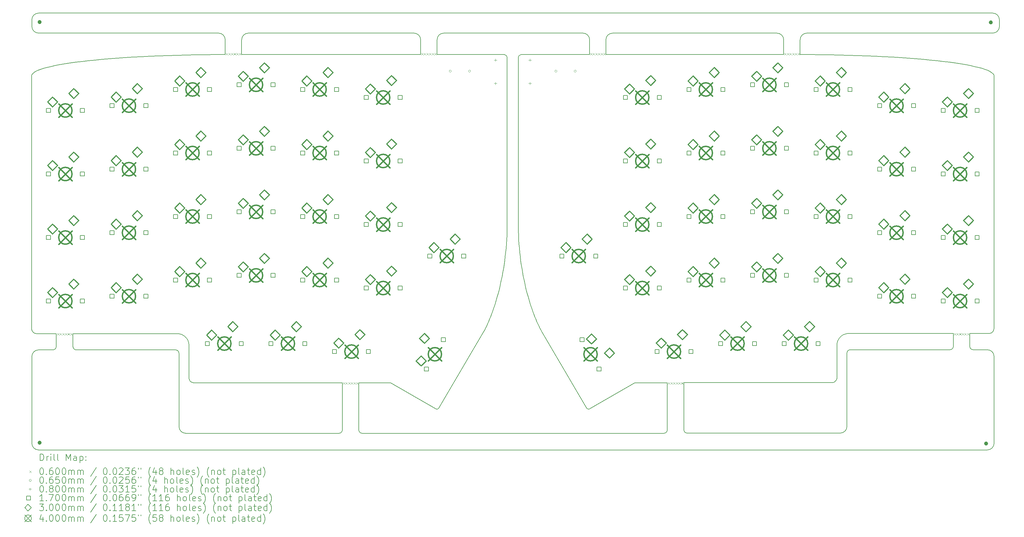
<source format=gbr>
%TF.GenerationSoftware,KiCad,Pcbnew,8.0.8*%
%TF.CreationDate,2025-02-14T10:27:27+13:00*%
%TF.ProjectId,Koca,4b6f6361-2e6b-4696-9361-645f70636258,3*%
%TF.SameCoordinates,Original*%
%TF.FileFunction,Drillmap*%
%TF.FilePolarity,Positive*%
%FSLAX45Y45*%
G04 Gerber Fmt 4.5, Leading zero omitted, Abs format (unit mm)*
G04 Created by KiCad (PCBNEW 8.0.8) date 2025-02-14 10:27:27*
%MOMM*%
%LPD*%
G01*
G04 APERTURE LIST*
%ADD10C,0.153000*%
%ADD11C,0.601000*%
%ADD12C,0.200000*%
%ADD13C,0.100000*%
%ADD14C,0.170000*%
%ADD15C,0.300000*%
%ADD16C,0.400000*%
G04 APERTURE END LIST*
D10*
X33619440Y-17895255D02*
G75*
G02*
X33519440Y-17995250I-99990J-5D01*
G01*
X28334360Y-8501000D02*
X23405440Y-8501000D01*
X10410000Y-18100000D02*
X10410000Y-20300000D01*
X34112200Y-17895255D02*
X34112200Y-17508554D01*
X24071249Y-18985489D02*
X25044400Y-18985489D01*
X23205440Y-8701000D02*
G75*
G02*
X23405440Y-8501000I200000J0D01*
G01*
X20246948Y-9248001D02*
X20245748Y-9232019D01*
X20242247Y-9216792D01*
X20236624Y-9202499D01*
X20226131Y-9185201D01*
X20212601Y-9170302D01*
X20196455Y-9158224D01*
X20178114Y-9149388D01*
X20163170Y-9145144D01*
X20147406Y-9143140D01*
X20142000Y-9143000D01*
X7333920Y-18000000D02*
X10310000Y-18000000D01*
X34800000Y-7900000D02*
G75*
G02*
X35000000Y-8100000I0J-200000D01*
G01*
X17453000Y-8500000D02*
G75*
G02*
X17653000Y-8700000I0J-200000D01*
G01*
X15306040Y-20400000D02*
G75*
G02*
X15206040Y-20500000I-100000J0D01*
G01*
X15306040Y-20400000D02*
X15306040Y-18985489D01*
X6731000Y-17900000D02*
G75*
G02*
X6631000Y-18000000I-100000J0D01*
G01*
X11595760Y-8500000D02*
G75*
G02*
X11795760Y-8700000I0J-200000D01*
G01*
X29981234Y-18980745D02*
X25542240Y-18980745D01*
X35000000Y-8300000D02*
G75*
G02*
X34800000Y-8500000I-200000J0D01*
G01*
X6200000Y-21000000D02*
G75*
G02*
X6000000Y-20800000I0J200000D01*
G01*
X28534360Y-9144000D02*
X28534360Y-8701000D01*
X10310000Y-18000000D02*
G75*
G02*
X10410000Y-18100000I0J-100000D01*
G01*
X30230000Y-20495255D02*
X25642240Y-20495255D01*
X25044400Y-20400001D02*
X25044400Y-18985489D01*
X12288520Y-8700000D02*
G75*
G02*
X12488908Y-8500000I200390J-390D01*
G01*
X29027120Y-8700000D02*
G75*
G02*
X29227120Y-8500000I200000J0D01*
G01*
X30430000Y-18095255D02*
G75*
G02*
X30530000Y-17995260I100000J-5D01*
G01*
X6200000Y-8500000D02*
G75*
G02*
X6000000Y-8300000I0J200000D01*
G01*
X33619440Y-17508500D02*
X30481200Y-17508500D01*
X34640000Y-17995255D02*
G75*
G02*
X34840005Y-18195255I-170J-200175D01*
G01*
X12488908Y-8500000D02*
X17453000Y-8500000D01*
X22517760Y-8500000D02*
G75*
G02*
X22717760Y-8700000I0J-200000D01*
G01*
X20246948Y-9248001D02*
X20246948Y-14293545D01*
X6200000Y-21000000D02*
X34640000Y-21000000D01*
X18196071Y-19746770D02*
X18185136Y-19760982D01*
X18171905Y-19770754D01*
X18156718Y-19776107D01*
X18139915Y-19777059D01*
X18121835Y-19773628D01*
X18106680Y-19767741D01*
X18095025Y-19761499D01*
X34840000Y-18195255D02*
X34840000Y-20800000D01*
X28334360Y-8501000D02*
G75*
G02*
X28534360Y-8701000I0J-200000D01*
G01*
X6000000Y-8100000D02*
X6000000Y-8300000D01*
X34212200Y-17995255D02*
X34640000Y-17995255D01*
X22717760Y-9143000D02*
X22717760Y-8700000D01*
X34681074Y-17508590D02*
X34697259Y-17507874D01*
X34712895Y-17505646D01*
X34727914Y-17501972D01*
X34749136Y-17493902D01*
X34768586Y-17482962D01*
X34786032Y-17469381D01*
X34801245Y-17453388D01*
X34813993Y-17435213D01*
X34824047Y-17415083D01*
X34831177Y-17393227D01*
X34834191Y-17377811D01*
X34835734Y-17361798D01*
X34835933Y-17353589D01*
X22629563Y-19746770D02*
X22640498Y-19760981D01*
X22653729Y-19770754D01*
X22668916Y-19776106D01*
X22685719Y-19777058D01*
X22703799Y-19773627D01*
X22718954Y-19767740D01*
X22730609Y-19761498D01*
X28534360Y-9144000D02*
X23205440Y-9144000D01*
X6000000Y-8100000D02*
G75*
G02*
X6200000Y-7900000I200000J0D01*
G01*
X15898800Y-20500000D02*
G75*
G02*
X15798800Y-20400000I0J100000D01*
G01*
X15898800Y-20500000D02*
X24944655Y-20500000D01*
X5994000Y-17363297D02*
X5994891Y-17378627D01*
X5999003Y-17400769D01*
X6006245Y-17421662D01*
X6016393Y-17441052D01*
X6029224Y-17458683D01*
X6044513Y-17474302D01*
X6062036Y-17487653D01*
X6081571Y-17498483D01*
X6102892Y-17506537D01*
X6117988Y-17510238D01*
X6133713Y-17512517D01*
X6150000Y-17513298D01*
X34212200Y-17995255D02*
G75*
G02*
X34112195Y-17895255I0J100005D01*
G01*
X22730609Y-19761498D02*
X24071249Y-18985489D01*
X29227120Y-8500000D02*
X34800000Y-8500000D01*
X33519440Y-17995255D02*
X30530000Y-17995255D01*
X5994000Y-9778000D02*
X6001630Y-9745298D01*
X6024142Y-9713028D01*
X6061170Y-9681230D01*
X6112346Y-9649944D01*
X6177300Y-9619209D01*
X6255667Y-9589065D01*
X6347077Y-9559552D01*
X6451164Y-9530709D01*
X6567559Y-9502577D01*
X6695894Y-9475195D01*
X6835802Y-9448603D01*
X6986915Y-9422840D01*
X7148865Y-9397947D01*
X7321284Y-9373963D01*
X7503804Y-9350927D01*
X7696058Y-9328880D01*
X7897678Y-9307862D01*
X8108296Y-9287911D01*
X8327544Y-9269068D01*
X8555055Y-9251373D01*
X8790460Y-9234865D01*
X9033391Y-9219584D01*
X9283482Y-9205569D01*
X9540364Y-9192861D01*
X9803669Y-9181500D01*
X10073029Y-9171524D01*
X10348077Y-9162974D01*
X10628445Y-9155889D01*
X10913765Y-9150310D01*
X11203670Y-9146275D01*
X11497790Y-9143825D01*
X11795760Y-9143000D01*
X12288520Y-9143000D02*
X12288520Y-8700000D01*
X35000000Y-8300000D02*
X35000000Y-8100000D01*
X18196071Y-19746770D02*
X19541368Y-17457549D01*
X11595760Y-8500000D02*
X6200000Y-8500000D01*
X20578686Y-14293545D02*
X20581384Y-14429069D01*
X20586122Y-14562681D01*
X20592822Y-14694333D01*
X20601404Y-14823982D01*
X20611789Y-14951582D01*
X20623897Y-15077088D01*
X20637650Y-15200454D01*
X20652968Y-15321637D01*
X20669772Y-15440591D01*
X20687983Y-15557270D01*
X20707522Y-15671630D01*
X20728309Y-15783625D01*
X20750266Y-15893211D01*
X20773313Y-16000342D01*
X20797370Y-16104974D01*
X20822359Y-16207060D01*
X20848201Y-16306557D01*
X20874816Y-16403418D01*
X20902125Y-16497600D01*
X20930049Y-16589056D01*
X20958508Y-16677742D01*
X20987424Y-16763612D01*
X21016718Y-16846622D01*
X21046309Y-16926727D01*
X21076119Y-17003880D01*
X21106069Y-17078038D01*
X21136079Y-17149155D01*
X21166071Y-17217186D01*
X21195965Y-17282086D01*
X21225681Y-17343810D01*
X21255142Y-17402313D01*
X21284266Y-17457549D01*
X10610000Y-20500000D02*
G75*
G02*
X10410000Y-20300000I0J200000D01*
G01*
X10708765Y-17863296D02*
X10708320Y-17845297D01*
X10706979Y-17827532D01*
X10704765Y-17810025D01*
X10701699Y-17792796D01*
X10697803Y-17775869D01*
X10693098Y-17759266D01*
X10687608Y-17743007D01*
X10681354Y-17727116D01*
X10674358Y-17711614D01*
X10666642Y-17696524D01*
X10658228Y-17681867D01*
X10649137Y-17667666D01*
X10639393Y-17653943D01*
X10629016Y-17640719D01*
X10618029Y-17628017D01*
X10606454Y-17615859D01*
X10594312Y-17604267D01*
X10581626Y-17593263D01*
X10568418Y-17582869D01*
X10554710Y-17573108D01*
X10540522Y-17564000D01*
X10525879Y-17555568D01*
X10510801Y-17547835D01*
X10495310Y-17540822D01*
X10479429Y-17534552D01*
X10463179Y-17529046D01*
X10446583Y-17524327D01*
X10429662Y-17520416D01*
X10412438Y-17517336D01*
X10394933Y-17515108D01*
X10377170Y-17513756D01*
X10359170Y-17513300D01*
X33619440Y-17895255D02*
X33619440Y-17508500D01*
X30430000Y-20295255D02*
G75*
G02*
X30230000Y-20495260I-200000J-5D01*
G01*
X6000000Y-18200000D02*
G75*
G02*
X6200000Y-18000000I200175J-175D01*
G01*
X6200000Y-7900000D02*
X34800000Y-7900000D01*
X6631000Y-18000000D02*
X6200000Y-18000000D01*
X10708765Y-18837728D02*
X10710482Y-18859989D01*
X10715486Y-18881278D01*
X10723522Y-18901328D01*
X10734339Y-18919875D01*
X10747681Y-18936653D01*
X10763296Y-18951396D01*
X10780930Y-18963838D01*
X10800330Y-18973715D01*
X10821242Y-18980760D01*
X10843412Y-18984709D01*
X10858766Y-18985489D01*
X29027120Y-9143000D02*
X29027120Y-8700000D01*
X5994000Y-17363297D02*
X5994000Y-9778000D01*
X15798800Y-18985489D02*
X16754384Y-18985489D01*
X20578686Y-9248001D02*
X20579903Y-9232019D01*
X20583417Y-9216792D01*
X20589050Y-9202499D01*
X20599551Y-9185201D01*
X20613083Y-9170302D01*
X20629224Y-9158224D01*
X20647555Y-9149388D01*
X20662486Y-9145144D01*
X20678234Y-9143140D01*
X20683634Y-9143000D01*
X6000000Y-18200000D02*
X6000000Y-20800000D01*
X34840000Y-20800000D02*
G75*
G02*
X34640000Y-21000000I-200000J0D01*
G01*
X25642240Y-20495255D02*
G75*
G02*
X25542235Y-20395255I0J100005D01*
G01*
X20246948Y-14293545D02*
X20244248Y-14429070D01*
X20239507Y-14562682D01*
X20232805Y-14694336D01*
X20224222Y-14823985D01*
X20213835Y-14951586D01*
X20201725Y-15077092D01*
X20187971Y-15200460D01*
X20172652Y-15321643D01*
X20155846Y-15440597D01*
X20137634Y-15557277D01*
X20118095Y-15671637D01*
X20097307Y-15783633D01*
X20075350Y-15893219D01*
X20052303Y-16000350D01*
X20028245Y-16104982D01*
X20003256Y-16207068D01*
X19977414Y-16306565D01*
X19950800Y-16403426D01*
X19923491Y-16497607D01*
X19895568Y-16589063D01*
X19867109Y-16677749D01*
X19838194Y-16763619D01*
X19808901Y-16846629D01*
X19779311Y-16926733D01*
X19749502Y-17003886D01*
X19719553Y-17078043D01*
X19689545Y-17149159D01*
X19659555Y-17217190D01*
X19629663Y-17282089D01*
X19599948Y-17343812D01*
X19570490Y-17402314D01*
X19541368Y-17457549D01*
X20578686Y-14293545D02*
X20578686Y-9248001D01*
X18145760Y-9143000D02*
X20142000Y-9143000D01*
X10858766Y-18985489D02*
X15306040Y-18985489D01*
X34835933Y-9778000D02*
X34835933Y-17353589D01*
X17653000Y-9143000D02*
X12288520Y-9143000D01*
X30131235Y-18832983D02*
X30131235Y-17858552D01*
X10708765Y-18837728D02*
X10708765Y-17863296D01*
X30430000Y-18095255D02*
X30430000Y-20295255D01*
X22717760Y-9143000D02*
X20683634Y-9143000D01*
X7233920Y-17900000D02*
X7233920Y-17513300D01*
X34112200Y-17508554D02*
X34681074Y-17508590D01*
X18145760Y-8700000D02*
G75*
G02*
X18345760Y-8500000I200000J0D01*
G01*
X7233920Y-17513300D02*
X10359170Y-17513300D01*
X25542240Y-20395255D02*
X25542240Y-18980745D01*
X16754384Y-18985489D02*
X18095025Y-19761499D01*
X18145760Y-9143000D02*
X18145760Y-8700000D01*
X7333920Y-18000000D02*
G75*
G02*
X7233920Y-17900000I0J100000D01*
G01*
X6731000Y-17513298D02*
X6150000Y-17513298D01*
X23205440Y-9144000D02*
X23205440Y-8701000D01*
X25044400Y-20400001D02*
G75*
G02*
X24944655Y-20500000I-99740J-259D01*
G01*
X10610000Y-20500000D02*
X15206040Y-20500000D01*
X15798800Y-20400000D02*
X15798800Y-18985489D01*
X30131235Y-17858552D02*
X30131680Y-17840552D01*
X30133021Y-17822789D01*
X30135235Y-17805283D01*
X30138302Y-17788057D01*
X30142199Y-17771132D01*
X30146904Y-17754531D01*
X30152395Y-17738276D01*
X30158651Y-17722388D01*
X30165650Y-17706890D01*
X30173369Y-17691803D01*
X30181787Y-17677150D01*
X30190882Y-17662952D01*
X30200632Y-17649232D01*
X30211015Y-17636011D01*
X30222009Y-17623312D01*
X30233592Y-17611156D01*
X30245743Y-17599565D01*
X30258439Y-17588562D01*
X30271659Y-17578168D01*
X30285381Y-17568405D01*
X30299582Y-17559296D01*
X30314241Y-17550862D01*
X30329336Y-17543126D01*
X30344846Y-17536108D01*
X30360747Y-17529832D01*
X30377019Y-17524319D01*
X30393639Y-17519591D01*
X30410586Y-17515671D01*
X30427837Y-17512579D01*
X30445371Y-17510339D01*
X30463166Y-17508972D01*
X30481200Y-17508500D01*
X6731000Y-17900000D02*
X6731000Y-17513298D01*
X11795760Y-9143000D02*
X11795760Y-8700000D01*
X22517760Y-8500000D02*
X18345760Y-8500000D01*
X30131235Y-18832983D02*
X30129518Y-18855244D01*
X30124514Y-18876533D01*
X30116478Y-18896584D01*
X30105661Y-18915130D01*
X30092319Y-18931908D01*
X30076704Y-18946651D01*
X30059069Y-18959094D01*
X30039670Y-18968970D01*
X30018758Y-18976016D01*
X29996588Y-18979964D01*
X29981234Y-18980745D01*
X17653000Y-9143000D02*
X17653000Y-8700000D01*
X34835933Y-9778000D02*
X34827913Y-9745298D01*
X34805033Y-9713028D01*
X34767661Y-9681230D01*
X34716163Y-9649944D01*
X34650905Y-9619209D01*
X34572255Y-9589065D01*
X34480578Y-9559552D01*
X34376241Y-9530709D01*
X34259610Y-9502577D01*
X34131053Y-9475195D01*
X33990935Y-9448603D01*
X33839623Y-9422840D01*
X33677484Y-9397947D01*
X33504884Y-9373963D01*
X33322190Y-9350927D01*
X33129769Y-9328880D01*
X32927985Y-9307862D01*
X32717207Y-9287911D01*
X32497801Y-9269068D01*
X32270134Y-9251373D01*
X32034571Y-9234865D01*
X31791479Y-9219584D01*
X31541225Y-9205569D01*
X31284176Y-9192861D01*
X31020697Y-9181500D01*
X30751156Y-9171524D01*
X30475919Y-9162974D01*
X30195352Y-9155889D01*
X29909822Y-9150310D01*
X29619696Y-9146275D01*
X29325340Y-9143825D01*
X29027120Y-9143000D01*
X21284266Y-17457549D02*
X22629563Y-19746770D01*
D11*
X34772170Y-8178800D02*
G75*
G02*
X34712070Y-8178800I-30050J0D01*
G01*
X34712070Y-8178800D02*
G75*
G02*
X34772170Y-8178800I30050J0D01*
G01*
X6263210Y-20782280D02*
G75*
G02*
X6203110Y-20782280I-30050J0D01*
G01*
X6203110Y-20782280D02*
G75*
G02*
X6263210Y-20782280I30050J0D01*
G01*
X6263210Y-8168640D02*
G75*
G02*
X6203110Y-8168640I-30050J0D01*
G01*
X6203110Y-8168640D02*
G75*
G02*
X6263210Y-8168640I30050J0D01*
G01*
X34629930Y-20807680D02*
G75*
G02*
X34569830Y-20807680I-30050J0D01*
G01*
X34569830Y-20807680D02*
G75*
G02*
X34629930Y-20807680I30050J0D01*
G01*
D12*
D13*
X6753120Y-17496000D02*
X6813120Y-17556000D01*
X6813120Y-17496000D02*
X6753120Y-17556000D01*
X6833120Y-17496000D02*
X6893120Y-17556000D01*
X6893120Y-17496000D02*
X6833120Y-17556000D01*
X6913120Y-17496000D02*
X6973120Y-17556000D01*
X6973120Y-17496000D02*
X6913120Y-17556000D01*
X6993120Y-17496000D02*
X7053120Y-17556000D01*
X7053120Y-17496000D02*
X6993120Y-17556000D01*
X7073120Y-17496000D02*
X7133120Y-17556000D01*
X7133120Y-17496000D02*
X7073120Y-17556000D01*
X7153120Y-17496000D02*
X7213120Y-17556000D01*
X7213120Y-17496000D02*
X7153120Y-17556000D01*
X11811480Y-9098760D02*
X11871480Y-9158760D01*
X11871480Y-9098760D02*
X11811480Y-9158760D01*
X11891480Y-9098760D02*
X11951480Y-9158760D01*
X11951480Y-9098760D02*
X11891480Y-9158760D01*
X11971480Y-9098760D02*
X12031480Y-9158760D01*
X12031480Y-9098760D02*
X11971480Y-9158760D01*
X12051480Y-9098760D02*
X12111480Y-9158760D01*
X12111480Y-9098760D02*
X12051480Y-9158760D01*
X12131480Y-9098760D02*
X12191480Y-9158760D01*
X12191480Y-9098760D02*
X12131480Y-9158760D01*
X12211480Y-9098760D02*
X12271480Y-9158760D01*
X12271480Y-9098760D02*
X12211480Y-9158760D01*
X15321800Y-18969200D02*
X15381800Y-19029200D01*
X15381800Y-18969200D02*
X15321800Y-19029200D01*
X15401800Y-18969200D02*
X15461800Y-19029200D01*
X15461800Y-18969200D02*
X15401800Y-19029200D01*
X15481800Y-18969200D02*
X15541800Y-19029200D01*
X15541800Y-18969200D02*
X15481800Y-19029200D01*
X15561800Y-18969200D02*
X15621800Y-19029200D01*
X15621800Y-18969200D02*
X15561800Y-19029200D01*
X15641800Y-18969200D02*
X15701800Y-19029200D01*
X15701800Y-18969200D02*
X15641800Y-19029200D01*
X15721800Y-18969200D02*
X15781800Y-19029200D01*
X15781800Y-18969200D02*
X15721800Y-19029200D01*
X17668760Y-9098760D02*
X17728760Y-9158760D01*
X17728760Y-9098760D02*
X17668760Y-9158760D01*
X17748760Y-9098760D02*
X17808760Y-9158760D01*
X17808760Y-9098760D02*
X17748760Y-9158760D01*
X17828760Y-9098760D02*
X17888760Y-9158760D01*
X17888760Y-9098760D02*
X17828760Y-9158760D01*
X17908760Y-9098760D02*
X17968760Y-9158760D01*
X17968760Y-9098760D02*
X17908760Y-9158760D01*
X17988760Y-9098760D02*
X18048760Y-9158760D01*
X18048760Y-9098760D02*
X17988760Y-9158760D01*
X18068760Y-9098760D02*
X18128760Y-9158760D01*
X18128760Y-9098760D02*
X18068760Y-9158760D01*
X22731600Y-9098840D02*
X22791600Y-9158840D01*
X22791600Y-9098840D02*
X22731600Y-9158840D01*
X22811600Y-9098840D02*
X22871600Y-9158840D01*
X22871600Y-9098840D02*
X22811600Y-9158840D01*
X22891600Y-9098840D02*
X22951600Y-9158840D01*
X22951600Y-9098840D02*
X22891600Y-9158840D01*
X22971600Y-9098840D02*
X23031600Y-9158840D01*
X23031600Y-9098840D02*
X22971600Y-9158840D01*
X23051600Y-9098840D02*
X23111600Y-9158840D01*
X23111600Y-9098840D02*
X23051600Y-9158840D01*
X23131600Y-9098840D02*
X23191600Y-9158840D01*
X23191600Y-9098840D02*
X23131600Y-9158840D01*
X25062680Y-18969200D02*
X25122680Y-19029200D01*
X25122680Y-18969200D02*
X25062680Y-19029200D01*
X25142680Y-18969200D02*
X25202680Y-19029200D01*
X25202680Y-18969200D02*
X25142680Y-19029200D01*
X25222680Y-18969200D02*
X25282680Y-19029200D01*
X25282680Y-18969200D02*
X25222680Y-19029200D01*
X25302680Y-18969200D02*
X25362680Y-19029200D01*
X25362680Y-18969200D02*
X25302680Y-19029200D01*
X25382680Y-18969200D02*
X25442680Y-19029200D01*
X25442680Y-18969200D02*
X25382680Y-19029200D01*
X25462680Y-18969200D02*
X25522680Y-19029200D01*
X25522680Y-18969200D02*
X25462680Y-19029200D01*
X28551360Y-9098760D02*
X28611360Y-9158760D01*
X28611360Y-9098760D02*
X28551360Y-9158760D01*
X28631360Y-9098760D02*
X28691360Y-9158760D01*
X28691360Y-9098760D02*
X28631360Y-9158760D01*
X28711360Y-9098760D02*
X28771360Y-9158760D01*
X28771360Y-9098760D02*
X28711360Y-9158760D01*
X28791360Y-9098760D02*
X28851360Y-9158760D01*
X28851360Y-9098760D02*
X28791360Y-9158760D01*
X28871360Y-9098760D02*
X28931360Y-9158760D01*
X28931360Y-9098760D02*
X28871360Y-9158760D01*
X28951360Y-9098760D02*
X29011360Y-9158760D01*
X29011360Y-9098760D02*
X28951360Y-9158760D01*
X33633920Y-17496000D02*
X33693920Y-17556000D01*
X33693920Y-17496000D02*
X33633920Y-17556000D01*
X33713920Y-17496000D02*
X33773920Y-17556000D01*
X33773920Y-17496000D02*
X33713920Y-17556000D01*
X33793920Y-17496000D02*
X33853920Y-17556000D01*
X33853920Y-17496000D02*
X33793920Y-17556000D01*
X33873920Y-17496000D02*
X33933920Y-17556000D01*
X33933920Y-17496000D02*
X33873920Y-17556000D01*
X33953920Y-17496000D02*
X34013920Y-17556000D01*
X34013920Y-17496000D02*
X33953920Y-17556000D01*
X34033920Y-17496000D02*
X34093920Y-17556000D01*
X34093920Y-17496000D02*
X34033920Y-17556000D01*
X18573500Y-9640000D02*
G75*
G02*
X18508500Y-9640000I-32500J0D01*
G01*
X18508500Y-9640000D02*
G75*
G02*
X18573500Y-9640000I32500J0D01*
G01*
X19151500Y-9640000D02*
G75*
G02*
X19086500Y-9640000I-32500J0D01*
G01*
X19086500Y-9640000D02*
G75*
G02*
X19151500Y-9640000I32500J0D01*
G01*
X21739100Y-9640000D02*
G75*
G02*
X21674100Y-9640000I-32500J0D01*
G01*
X21674100Y-9640000D02*
G75*
G02*
X21739100Y-9640000I32500J0D01*
G01*
X22317100Y-9640000D02*
G75*
G02*
X22252100Y-9640000I-32500J0D01*
G01*
X22252100Y-9640000D02*
G75*
G02*
X22317100Y-9640000I32500J0D01*
G01*
X19896948Y-9268001D02*
X19896948Y-9348001D01*
X19856948Y-9308001D02*
X19936948Y-9308001D01*
X19896948Y-9968001D02*
X19896948Y-10048001D01*
X19856948Y-10008001D02*
X19936948Y-10008001D01*
X20928686Y-9268001D02*
X20928686Y-9348001D01*
X20888686Y-9308001D02*
X20968686Y-9308001D01*
X20928686Y-9968001D02*
X20928686Y-10048001D01*
X20888686Y-10008001D02*
X20968686Y-10008001D01*
D14*
X6557105Y-10880105D02*
X6557105Y-10759895D01*
X6436895Y-10759895D01*
X6436895Y-10880105D01*
X6557105Y-10880105D01*
X6557105Y-12785105D02*
X6557105Y-12664895D01*
X6436895Y-12664895D01*
X6436895Y-12785105D01*
X6557105Y-12785105D01*
X6557105Y-14690105D02*
X6557105Y-14569895D01*
X6436895Y-14569895D01*
X6436895Y-14690105D01*
X6557105Y-14690105D01*
X6557105Y-16595105D02*
X6557105Y-16474895D01*
X6436895Y-16474895D01*
X6436895Y-16595105D01*
X6557105Y-16595105D01*
X7573105Y-10880105D02*
X7573105Y-10759895D01*
X7452895Y-10759895D01*
X7452895Y-10880105D01*
X7573105Y-10880105D01*
X7573105Y-12785105D02*
X7573105Y-12664895D01*
X7452895Y-12664895D01*
X7452895Y-12785105D01*
X7573105Y-12785105D01*
X7573105Y-14690105D02*
X7573105Y-14569895D01*
X7452895Y-14569895D01*
X7452895Y-14690105D01*
X7573105Y-14690105D01*
X7573105Y-16595105D02*
X7573105Y-16474895D01*
X7452895Y-16474895D01*
X7452895Y-16595105D01*
X7573105Y-16595105D01*
X8462105Y-10735105D02*
X8462105Y-10614895D01*
X8341895Y-10614895D01*
X8341895Y-10735105D01*
X8462105Y-10735105D01*
X8462105Y-12640105D02*
X8462105Y-12519895D01*
X8341895Y-12519895D01*
X8341895Y-12640105D01*
X8462105Y-12640105D01*
X8462105Y-14545105D02*
X8462105Y-14424895D01*
X8341895Y-14424895D01*
X8341895Y-14545105D01*
X8462105Y-14545105D01*
X8462105Y-16450105D02*
X8462105Y-16329895D01*
X8341895Y-16329895D01*
X8341895Y-16450105D01*
X8462105Y-16450105D01*
X9478105Y-10735105D02*
X9478105Y-10614895D01*
X9357895Y-10614895D01*
X9357895Y-10735105D01*
X9478105Y-10735105D01*
X9478105Y-12640105D02*
X9478105Y-12519895D01*
X9357895Y-12519895D01*
X9357895Y-12640105D01*
X9478105Y-12640105D01*
X9478105Y-14545105D02*
X9478105Y-14424895D01*
X9357895Y-14424895D01*
X9357895Y-14545105D01*
X9478105Y-14545105D01*
X9478105Y-16450105D02*
X9478105Y-16329895D01*
X9357895Y-16329895D01*
X9357895Y-16450105D01*
X9478105Y-16450105D01*
X10367105Y-10250105D02*
X10367105Y-10129895D01*
X10246895Y-10129895D01*
X10246895Y-10250105D01*
X10367105Y-10250105D01*
X10367105Y-12155105D02*
X10367105Y-12034895D01*
X10246895Y-12034895D01*
X10246895Y-12155105D01*
X10367105Y-12155105D01*
X10367105Y-14060105D02*
X10367105Y-13939895D01*
X10246895Y-13939895D01*
X10246895Y-14060105D01*
X10367105Y-14060105D01*
X10367105Y-15965105D02*
X10367105Y-15844895D01*
X10246895Y-15844895D01*
X10246895Y-15965105D01*
X10367105Y-15965105D01*
X11322105Y-17870105D02*
X11322105Y-17749895D01*
X11201895Y-17749895D01*
X11201895Y-17870105D01*
X11322105Y-17870105D01*
X11383105Y-10250105D02*
X11383105Y-10129895D01*
X11262895Y-10129895D01*
X11262895Y-10250105D01*
X11383105Y-10250105D01*
X11383105Y-12155105D02*
X11383105Y-12034895D01*
X11262895Y-12034895D01*
X11262895Y-12155105D01*
X11383105Y-12155105D01*
X11383105Y-14060105D02*
X11383105Y-13939895D01*
X11262895Y-13939895D01*
X11262895Y-14060105D01*
X11383105Y-14060105D01*
X11383105Y-15965105D02*
X11383105Y-15844895D01*
X11262895Y-15844895D01*
X11262895Y-15965105D01*
X11383105Y-15965105D01*
X12272105Y-10110105D02*
X12272105Y-9989895D01*
X12151895Y-9989895D01*
X12151895Y-10110105D01*
X12272105Y-10110105D01*
X12272105Y-12015105D02*
X12272105Y-11894895D01*
X12151895Y-11894895D01*
X12151895Y-12015105D01*
X12272105Y-12015105D01*
X12272105Y-13920105D02*
X12272105Y-13799895D01*
X12151895Y-13799895D01*
X12151895Y-13920105D01*
X12272105Y-13920105D01*
X12272105Y-15825105D02*
X12272105Y-15704895D01*
X12151895Y-15704895D01*
X12151895Y-15825105D01*
X12272105Y-15825105D01*
X12338105Y-17870105D02*
X12338105Y-17749895D01*
X12217895Y-17749895D01*
X12217895Y-17870105D01*
X12338105Y-17870105D01*
X13227105Y-17870105D02*
X13227105Y-17749895D01*
X13106895Y-17749895D01*
X13106895Y-17870105D01*
X13227105Y-17870105D01*
X13288105Y-10110105D02*
X13288105Y-9989895D01*
X13167895Y-9989895D01*
X13167895Y-10110105D01*
X13288105Y-10110105D01*
X13288105Y-12015105D02*
X13288105Y-11894895D01*
X13167895Y-11894895D01*
X13167895Y-12015105D01*
X13288105Y-12015105D01*
X13288105Y-13920105D02*
X13288105Y-13799895D01*
X13167895Y-13799895D01*
X13167895Y-13920105D01*
X13288105Y-13920105D01*
X13288105Y-15825105D02*
X13288105Y-15704895D01*
X13167895Y-15704895D01*
X13167895Y-15825105D01*
X13288105Y-15825105D01*
X14177105Y-10250105D02*
X14177105Y-10129895D01*
X14056895Y-10129895D01*
X14056895Y-10250105D01*
X14177105Y-10250105D01*
X14177105Y-12155105D02*
X14177105Y-12034895D01*
X14056895Y-12034895D01*
X14056895Y-12155105D01*
X14177105Y-12155105D01*
X14177105Y-14060105D02*
X14177105Y-13939895D01*
X14056895Y-13939895D01*
X14056895Y-14060105D01*
X14177105Y-14060105D01*
X14177105Y-15965105D02*
X14177105Y-15844895D01*
X14056895Y-15844895D01*
X14056895Y-15965105D01*
X14177105Y-15965105D01*
X14243105Y-17870105D02*
X14243105Y-17749895D01*
X14122895Y-17749895D01*
X14122895Y-17870105D01*
X14243105Y-17870105D01*
X15132105Y-18110105D02*
X15132105Y-17989895D01*
X15011895Y-17989895D01*
X15011895Y-18110105D01*
X15132105Y-18110105D01*
X15193105Y-10250105D02*
X15193105Y-10129895D01*
X15072895Y-10129895D01*
X15072895Y-10250105D01*
X15193105Y-10250105D01*
X15193105Y-12155105D02*
X15193105Y-12034895D01*
X15072895Y-12034895D01*
X15072895Y-12155105D01*
X15193105Y-12155105D01*
X15193105Y-14060105D02*
X15193105Y-13939895D01*
X15072895Y-13939895D01*
X15072895Y-14060105D01*
X15193105Y-14060105D01*
X15193105Y-15965105D02*
X15193105Y-15844895D01*
X15072895Y-15844895D01*
X15072895Y-15965105D01*
X15193105Y-15965105D01*
X16082105Y-10490105D02*
X16082105Y-10369895D01*
X15961895Y-10369895D01*
X15961895Y-10490105D01*
X16082105Y-10490105D01*
X16082105Y-12395105D02*
X16082105Y-12274895D01*
X15961895Y-12274895D01*
X15961895Y-12395105D01*
X16082105Y-12395105D01*
X16082105Y-14300105D02*
X16082105Y-14179895D01*
X15961895Y-14179895D01*
X15961895Y-14300105D01*
X16082105Y-14300105D01*
X16082105Y-16205105D02*
X16082105Y-16084895D01*
X15961895Y-16084895D01*
X15961895Y-16205105D01*
X16082105Y-16205105D01*
X16148105Y-18110105D02*
X16148105Y-17989895D01*
X16027895Y-17989895D01*
X16027895Y-18110105D01*
X16148105Y-18110105D01*
X17098105Y-10490105D02*
X17098105Y-10369895D01*
X16977895Y-10369895D01*
X16977895Y-10490105D01*
X17098105Y-10490105D01*
X17098105Y-12395105D02*
X17098105Y-12274895D01*
X16977895Y-12274895D01*
X16977895Y-12395105D01*
X17098105Y-12395105D01*
X17098105Y-14300105D02*
X17098105Y-14179895D01*
X16977895Y-14179895D01*
X16977895Y-14300105D01*
X17098105Y-14300105D01*
X17098105Y-16205105D02*
X17098105Y-16084895D01*
X16977895Y-16084895D01*
X16977895Y-16205105D01*
X17098105Y-16205105D01*
X17886105Y-18630046D02*
X17886105Y-18509836D01*
X17765895Y-18509836D01*
X17765895Y-18630046D01*
X17886105Y-18630046D01*
X17987105Y-15245105D02*
X17987105Y-15124895D01*
X17866895Y-15124895D01*
X17866895Y-15245105D01*
X17987105Y-15245105D01*
X18394105Y-17750164D02*
X18394105Y-17629954D01*
X18273895Y-17629954D01*
X18273895Y-17750164D01*
X18394105Y-17750164D01*
X19003105Y-15245105D02*
X19003105Y-15124895D01*
X18882895Y-15124895D01*
X18882895Y-15245105D01*
X19003105Y-15245105D01*
X21942705Y-15245105D02*
X21942705Y-15124895D01*
X21822495Y-15124895D01*
X21822495Y-15245105D01*
X21942705Y-15245105D01*
X22551705Y-17750164D02*
X22551705Y-17629954D01*
X22431495Y-17629954D01*
X22431495Y-17750164D01*
X22551705Y-17750164D01*
X22958705Y-15245105D02*
X22958705Y-15124895D01*
X22838495Y-15124895D01*
X22838495Y-15245105D01*
X22958705Y-15245105D01*
X23059705Y-18630046D02*
X23059705Y-18509836D01*
X22939495Y-18509836D01*
X22939495Y-18630046D01*
X23059705Y-18630046D01*
X23847705Y-10490105D02*
X23847705Y-10369895D01*
X23727495Y-10369895D01*
X23727495Y-10490105D01*
X23847705Y-10490105D01*
X23847705Y-12395105D02*
X23847705Y-12274895D01*
X23727495Y-12274895D01*
X23727495Y-12395105D01*
X23847705Y-12395105D01*
X23847705Y-14300105D02*
X23847705Y-14179895D01*
X23727495Y-14179895D01*
X23727495Y-14300105D01*
X23847705Y-14300105D01*
X23847705Y-16205105D02*
X23847705Y-16084895D01*
X23727495Y-16084895D01*
X23727495Y-16205105D01*
X23847705Y-16205105D01*
X24797705Y-18110105D02*
X24797705Y-17989895D01*
X24677495Y-17989895D01*
X24677495Y-18110105D01*
X24797705Y-18110105D01*
X24863705Y-10490105D02*
X24863705Y-10369895D01*
X24743495Y-10369895D01*
X24743495Y-10490105D01*
X24863705Y-10490105D01*
X24863705Y-12395105D02*
X24863705Y-12274895D01*
X24743495Y-12274895D01*
X24743495Y-12395105D01*
X24863705Y-12395105D01*
X24863705Y-14300105D02*
X24863705Y-14179895D01*
X24743495Y-14179895D01*
X24743495Y-14300105D01*
X24863705Y-14300105D01*
X24863705Y-16205105D02*
X24863705Y-16084895D01*
X24743495Y-16084895D01*
X24743495Y-16205105D01*
X24863705Y-16205105D01*
X25752705Y-10250105D02*
X25752705Y-10129895D01*
X25632495Y-10129895D01*
X25632495Y-10250105D01*
X25752705Y-10250105D01*
X25752705Y-12155105D02*
X25752705Y-12034895D01*
X25632495Y-12034895D01*
X25632495Y-12155105D01*
X25752705Y-12155105D01*
X25752705Y-14060105D02*
X25752705Y-13939895D01*
X25632495Y-13939895D01*
X25632495Y-14060105D01*
X25752705Y-14060105D01*
X25752705Y-15965105D02*
X25752705Y-15844895D01*
X25632495Y-15844895D01*
X25632495Y-15965105D01*
X25752705Y-15965105D01*
X25813705Y-18110105D02*
X25813705Y-17989895D01*
X25693495Y-17989895D01*
X25693495Y-18110105D01*
X25813705Y-18110105D01*
X26702705Y-17870105D02*
X26702705Y-17749895D01*
X26582495Y-17749895D01*
X26582495Y-17870105D01*
X26702705Y-17870105D01*
X26768705Y-10250105D02*
X26768705Y-10129895D01*
X26648495Y-10129895D01*
X26648495Y-10250105D01*
X26768705Y-10250105D01*
X26768705Y-12155105D02*
X26768705Y-12034895D01*
X26648495Y-12034895D01*
X26648495Y-12155105D01*
X26768705Y-12155105D01*
X26768705Y-14060105D02*
X26768705Y-13939895D01*
X26648495Y-13939895D01*
X26648495Y-14060105D01*
X26768705Y-14060105D01*
X26768705Y-15965105D02*
X26768705Y-15844895D01*
X26648495Y-15844895D01*
X26648495Y-15965105D01*
X26768705Y-15965105D01*
X27657705Y-10110105D02*
X27657705Y-9989895D01*
X27537495Y-9989895D01*
X27537495Y-10110105D01*
X27657705Y-10110105D01*
X27657705Y-12015105D02*
X27657705Y-11894895D01*
X27537495Y-11894895D01*
X27537495Y-12015105D01*
X27657705Y-12015105D01*
X27657705Y-13920105D02*
X27657705Y-13799895D01*
X27537495Y-13799895D01*
X27537495Y-13920105D01*
X27657705Y-13920105D01*
X27657705Y-15825105D02*
X27657705Y-15704895D01*
X27537495Y-15704895D01*
X27537495Y-15825105D01*
X27657705Y-15825105D01*
X27718705Y-17870105D02*
X27718705Y-17749895D01*
X27598495Y-17749895D01*
X27598495Y-17870105D01*
X27718705Y-17870105D01*
X28607705Y-17870105D02*
X28607705Y-17749895D01*
X28487495Y-17749895D01*
X28487495Y-17870105D01*
X28607705Y-17870105D01*
X28673705Y-10110105D02*
X28673705Y-9989895D01*
X28553495Y-9989895D01*
X28553495Y-10110105D01*
X28673705Y-10110105D01*
X28673705Y-12015105D02*
X28673705Y-11894895D01*
X28553495Y-11894895D01*
X28553495Y-12015105D01*
X28673705Y-12015105D01*
X28673705Y-13920105D02*
X28673705Y-13799895D01*
X28553495Y-13799895D01*
X28553495Y-13920105D01*
X28673705Y-13920105D01*
X28673705Y-15825105D02*
X28673705Y-15704895D01*
X28553495Y-15704895D01*
X28553495Y-15825105D01*
X28673705Y-15825105D01*
X29562705Y-10250105D02*
X29562705Y-10129895D01*
X29442495Y-10129895D01*
X29442495Y-10250105D01*
X29562705Y-10250105D01*
X29562705Y-12155105D02*
X29562705Y-12034895D01*
X29442495Y-12034895D01*
X29442495Y-12155105D01*
X29562705Y-12155105D01*
X29562705Y-14060105D02*
X29562705Y-13939895D01*
X29442495Y-13939895D01*
X29442495Y-14060105D01*
X29562705Y-14060105D01*
X29562705Y-15965105D02*
X29562705Y-15844895D01*
X29442495Y-15844895D01*
X29442495Y-15965105D01*
X29562705Y-15965105D01*
X29623705Y-17870105D02*
X29623705Y-17749895D01*
X29503495Y-17749895D01*
X29503495Y-17870105D01*
X29623705Y-17870105D01*
X30578705Y-10250105D02*
X30578705Y-10129895D01*
X30458495Y-10129895D01*
X30458495Y-10250105D01*
X30578705Y-10250105D01*
X30578705Y-12155105D02*
X30578705Y-12034895D01*
X30458495Y-12034895D01*
X30458495Y-12155105D01*
X30578705Y-12155105D01*
X30578705Y-14060105D02*
X30578705Y-13939895D01*
X30458495Y-13939895D01*
X30458495Y-14060105D01*
X30578705Y-14060105D01*
X30578705Y-15965105D02*
X30578705Y-15844895D01*
X30458495Y-15844895D01*
X30458495Y-15965105D01*
X30578705Y-15965105D01*
X31467705Y-10735105D02*
X31467705Y-10614895D01*
X31347495Y-10614895D01*
X31347495Y-10735105D01*
X31467705Y-10735105D01*
X31467705Y-12640105D02*
X31467705Y-12519895D01*
X31347495Y-12519895D01*
X31347495Y-12640105D01*
X31467705Y-12640105D01*
X31467705Y-14545105D02*
X31467705Y-14424895D01*
X31347495Y-14424895D01*
X31347495Y-14545105D01*
X31467705Y-14545105D01*
X31467705Y-16450105D02*
X31467705Y-16329895D01*
X31347495Y-16329895D01*
X31347495Y-16450105D01*
X31467705Y-16450105D01*
X32483705Y-10735105D02*
X32483705Y-10614895D01*
X32363495Y-10614895D01*
X32363495Y-10735105D01*
X32483705Y-10735105D01*
X32483705Y-12640105D02*
X32483705Y-12519895D01*
X32363495Y-12519895D01*
X32363495Y-12640105D01*
X32483705Y-12640105D01*
X32483705Y-14545105D02*
X32483705Y-14424895D01*
X32363495Y-14424895D01*
X32363495Y-14545105D01*
X32483705Y-14545105D01*
X32483705Y-16450105D02*
X32483705Y-16329895D01*
X32363495Y-16329895D01*
X32363495Y-16450105D01*
X32483705Y-16450105D01*
X33372705Y-10880105D02*
X33372705Y-10759895D01*
X33252495Y-10759895D01*
X33252495Y-10880105D01*
X33372705Y-10880105D01*
X33372705Y-12785105D02*
X33372705Y-12664895D01*
X33252495Y-12664895D01*
X33252495Y-12785105D01*
X33372705Y-12785105D01*
X33372705Y-14690105D02*
X33372705Y-14569895D01*
X33252495Y-14569895D01*
X33252495Y-14690105D01*
X33372705Y-14690105D01*
X33372705Y-16595105D02*
X33372705Y-16474895D01*
X33252495Y-16474895D01*
X33252495Y-16595105D01*
X33372705Y-16595105D01*
X34388705Y-10880105D02*
X34388705Y-10759895D01*
X34268495Y-10759895D01*
X34268495Y-10880105D01*
X34388705Y-10880105D01*
X34388705Y-12785105D02*
X34388705Y-12664895D01*
X34268495Y-12664895D01*
X34268495Y-12785105D01*
X34388705Y-12785105D01*
X34388705Y-14690105D02*
X34388705Y-14569895D01*
X34268495Y-14569895D01*
X34268495Y-14690105D01*
X34388705Y-14690105D01*
X34388705Y-16595105D02*
X34388705Y-16474895D01*
X34268495Y-16474895D01*
X34268495Y-16595105D01*
X34388705Y-16595105D01*
D15*
X6624000Y-10716000D02*
X6774000Y-10566000D01*
X6624000Y-10416000D01*
X6474000Y-10566000D01*
X6624000Y-10716000D01*
X6624000Y-12621000D02*
X6774000Y-12471000D01*
X6624000Y-12321000D01*
X6474000Y-12471000D01*
X6624000Y-12621000D01*
X6624000Y-14526000D02*
X6774000Y-14376000D01*
X6624000Y-14226000D01*
X6474000Y-14376000D01*
X6624000Y-14526000D01*
X6624000Y-16431000D02*
X6774000Y-16281000D01*
X6624000Y-16131000D01*
X6474000Y-16281000D01*
X6624000Y-16431000D01*
X7259000Y-10462000D02*
X7409000Y-10312000D01*
X7259000Y-10162000D01*
X7109000Y-10312000D01*
X7259000Y-10462000D01*
X7259000Y-12367000D02*
X7409000Y-12217000D01*
X7259000Y-12067000D01*
X7109000Y-12217000D01*
X7259000Y-12367000D01*
X7259000Y-14272000D02*
X7409000Y-14122000D01*
X7259000Y-13972000D01*
X7109000Y-14122000D01*
X7259000Y-14272000D01*
X7259000Y-16177000D02*
X7409000Y-16027000D01*
X7259000Y-15877000D01*
X7109000Y-16027000D01*
X7259000Y-16177000D01*
X8529000Y-10571000D02*
X8679000Y-10421000D01*
X8529000Y-10271000D01*
X8379000Y-10421000D01*
X8529000Y-10571000D01*
X8529000Y-12476000D02*
X8679000Y-12326000D01*
X8529000Y-12176000D01*
X8379000Y-12326000D01*
X8529000Y-12476000D01*
X8529000Y-14381000D02*
X8679000Y-14231000D01*
X8529000Y-14081000D01*
X8379000Y-14231000D01*
X8529000Y-14381000D01*
X8529000Y-16286000D02*
X8679000Y-16136000D01*
X8529000Y-15986000D01*
X8379000Y-16136000D01*
X8529000Y-16286000D01*
X9164000Y-10317000D02*
X9314000Y-10167000D01*
X9164000Y-10017000D01*
X9014000Y-10167000D01*
X9164000Y-10317000D01*
X9164000Y-12222000D02*
X9314000Y-12072000D01*
X9164000Y-11922000D01*
X9014000Y-12072000D01*
X9164000Y-12222000D01*
X9164000Y-14127000D02*
X9314000Y-13977000D01*
X9164000Y-13827000D01*
X9014000Y-13977000D01*
X9164000Y-14127000D01*
X9164000Y-16032000D02*
X9314000Y-15882000D01*
X9164000Y-15732000D01*
X9014000Y-15882000D01*
X9164000Y-16032000D01*
X10434000Y-10086000D02*
X10584000Y-9936000D01*
X10434000Y-9786000D01*
X10284000Y-9936000D01*
X10434000Y-10086000D01*
X10434000Y-11991000D02*
X10584000Y-11841000D01*
X10434000Y-11691000D01*
X10284000Y-11841000D01*
X10434000Y-11991000D01*
X10434000Y-13896000D02*
X10584000Y-13746000D01*
X10434000Y-13596000D01*
X10284000Y-13746000D01*
X10434000Y-13896000D01*
X10434000Y-15801000D02*
X10584000Y-15651000D01*
X10434000Y-15501000D01*
X10284000Y-15651000D01*
X10434000Y-15801000D01*
X11069000Y-9832000D02*
X11219000Y-9682000D01*
X11069000Y-9532000D01*
X10919000Y-9682000D01*
X11069000Y-9832000D01*
X11069000Y-11737000D02*
X11219000Y-11587000D01*
X11069000Y-11437000D01*
X10919000Y-11587000D01*
X11069000Y-11737000D01*
X11069000Y-13642000D02*
X11219000Y-13492000D01*
X11069000Y-13342000D01*
X10919000Y-13492000D01*
X11069000Y-13642000D01*
X11069000Y-15547000D02*
X11219000Y-15397000D01*
X11069000Y-15247000D01*
X10919000Y-15397000D01*
X11069000Y-15547000D01*
X11389000Y-17706000D02*
X11539000Y-17556000D01*
X11389000Y-17406000D01*
X11239000Y-17556000D01*
X11389000Y-17706000D01*
X12024000Y-17452000D02*
X12174000Y-17302000D01*
X12024000Y-17152000D01*
X11874000Y-17302000D01*
X12024000Y-17452000D01*
X12339000Y-9946000D02*
X12489000Y-9796000D01*
X12339000Y-9646000D01*
X12189000Y-9796000D01*
X12339000Y-9946000D01*
X12339000Y-11851000D02*
X12489000Y-11701000D01*
X12339000Y-11551000D01*
X12189000Y-11701000D01*
X12339000Y-11851000D01*
X12339000Y-13756000D02*
X12489000Y-13606000D01*
X12339000Y-13456000D01*
X12189000Y-13606000D01*
X12339000Y-13756000D01*
X12339000Y-15661000D02*
X12489000Y-15511000D01*
X12339000Y-15361000D01*
X12189000Y-15511000D01*
X12339000Y-15661000D01*
X12974000Y-9692000D02*
X13124000Y-9542000D01*
X12974000Y-9392000D01*
X12824000Y-9542000D01*
X12974000Y-9692000D01*
X12974000Y-11597000D02*
X13124000Y-11447000D01*
X12974000Y-11297000D01*
X12824000Y-11447000D01*
X12974000Y-11597000D01*
X12974000Y-13502000D02*
X13124000Y-13352000D01*
X12974000Y-13202000D01*
X12824000Y-13352000D01*
X12974000Y-13502000D01*
X12974000Y-15407000D02*
X13124000Y-15257000D01*
X12974000Y-15107000D01*
X12824000Y-15257000D01*
X12974000Y-15407000D01*
X13294000Y-17706000D02*
X13444000Y-17556000D01*
X13294000Y-17406000D01*
X13144000Y-17556000D01*
X13294000Y-17706000D01*
X13929000Y-17452000D02*
X14079000Y-17302000D01*
X13929000Y-17152000D01*
X13779000Y-17302000D01*
X13929000Y-17452000D01*
X14244000Y-10086000D02*
X14394000Y-9936000D01*
X14244000Y-9786000D01*
X14094000Y-9936000D01*
X14244000Y-10086000D01*
X14244000Y-11991000D02*
X14394000Y-11841000D01*
X14244000Y-11691000D01*
X14094000Y-11841000D01*
X14244000Y-11991000D01*
X14244000Y-13896000D02*
X14394000Y-13746000D01*
X14244000Y-13596000D01*
X14094000Y-13746000D01*
X14244000Y-13896000D01*
X14244000Y-15801000D02*
X14394000Y-15651000D01*
X14244000Y-15501000D01*
X14094000Y-15651000D01*
X14244000Y-15801000D01*
X14879000Y-9832000D02*
X15029000Y-9682000D01*
X14879000Y-9532000D01*
X14729000Y-9682000D01*
X14879000Y-9832000D01*
X14879000Y-11737000D02*
X15029000Y-11587000D01*
X14879000Y-11437000D01*
X14729000Y-11587000D01*
X14879000Y-11737000D01*
X14879000Y-13642000D02*
X15029000Y-13492000D01*
X14879000Y-13342000D01*
X14729000Y-13492000D01*
X14879000Y-13642000D01*
X14879000Y-15547000D02*
X15029000Y-15397000D01*
X14879000Y-15247000D01*
X14729000Y-15397000D01*
X14879000Y-15547000D01*
X15199000Y-17946000D02*
X15349000Y-17796000D01*
X15199000Y-17646000D01*
X15049000Y-17796000D01*
X15199000Y-17946000D01*
X15834000Y-17692000D02*
X15984000Y-17542000D01*
X15834000Y-17392000D01*
X15684000Y-17542000D01*
X15834000Y-17692000D01*
X16149000Y-10326000D02*
X16299000Y-10176000D01*
X16149000Y-10026000D01*
X15999000Y-10176000D01*
X16149000Y-10326000D01*
X16149000Y-12231000D02*
X16299000Y-12081000D01*
X16149000Y-11931000D01*
X15999000Y-12081000D01*
X16149000Y-12231000D01*
X16149000Y-14136000D02*
X16299000Y-13986000D01*
X16149000Y-13836000D01*
X15999000Y-13986000D01*
X16149000Y-14136000D01*
X16149000Y-16041000D02*
X16299000Y-15891000D01*
X16149000Y-15741000D01*
X15999000Y-15891000D01*
X16149000Y-16041000D01*
X16784000Y-10072000D02*
X16934000Y-9922000D01*
X16784000Y-9772000D01*
X16634000Y-9922000D01*
X16784000Y-10072000D01*
X16784000Y-11977000D02*
X16934000Y-11827000D01*
X16784000Y-11677000D01*
X16634000Y-11827000D01*
X16784000Y-11977000D01*
X16784000Y-13882000D02*
X16934000Y-13732000D01*
X16784000Y-13582000D01*
X16634000Y-13732000D01*
X16784000Y-13882000D01*
X16784000Y-15787000D02*
X16934000Y-15637000D01*
X16784000Y-15487000D01*
X16634000Y-15637000D01*
X16784000Y-15787000D01*
X17669530Y-18482956D02*
X17819530Y-18332956D01*
X17669530Y-18182956D01*
X17519530Y-18332956D01*
X17669530Y-18482956D01*
X17767059Y-17806030D02*
X17917059Y-17656030D01*
X17767059Y-17506030D01*
X17617059Y-17656030D01*
X17767059Y-17806030D01*
X18054000Y-15081000D02*
X18204000Y-14931000D01*
X18054000Y-14781000D01*
X17904000Y-14931000D01*
X18054000Y-15081000D01*
X18689000Y-14827000D02*
X18839000Y-14677000D01*
X18689000Y-14527000D01*
X18539000Y-14677000D01*
X18689000Y-14827000D01*
X22009600Y-15081000D02*
X22159600Y-14931000D01*
X22009600Y-14781000D01*
X21859600Y-14931000D01*
X22009600Y-15081000D01*
X22644600Y-14827000D02*
X22794600Y-14677000D01*
X22644600Y-14527000D01*
X22494600Y-14677000D01*
X22644600Y-14827000D01*
X22775070Y-17823044D02*
X22925070Y-17673044D01*
X22775070Y-17523044D01*
X22625070Y-17673044D01*
X22775070Y-17823044D01*
X23312541Y-18245971D02*
X23462541Y-18095971D01*
X23312541Y-17945971D01*
X23162541Y-18095971D01*
X23312541Y-18245971D01*
X23914600Y-10326000D02*
X24064600Y-10176000D01*
X23914600Y-10026000D01*
X23764600Y-10176000D01*
X23914600Y-10326000D01*
X23914600Y-12231000D02*
X24064600Y-12081000D01*
X23914600Y-11931000D01*
X23764600Y-12081000D01*
X23914600Y-12231000D01*
X23914600Y-14136000D02*
X24064600Y-13986000D01*
X23914600Y-13836000D01*
X23764600Y-13986000D01*
X23914600Y-14136000D01*
X23914600Y-16041000D02*
X24064600Y-15891000D01*
X23914600Y-15741000D01*
X23764600Y-15891000D01*
X23914600Y-16041000D01*
X24549600Y-10072000D02*
X24699600Y-9922000D01*
X24549600Y-9772000D01*
X24399600Y-9922000D01*
X24549600Y-10072000D01*
X24549600Y-11977000D02*
X24699600Y-11827000D01*
X24549600Y-11677000D01*
X24399600Y-11827000D01*
X24549600Y-11977000D01*
X24549600Y-13882000D02*
X24699600Y-13732000D01*
X24549600Y-13582000D01*
X24399600Y-13732000D01*
X24549600Y-13882000D01*
X24549600Y-15787000D02*
X24699600Y-15637000D01*
X24549600Y-15487000D01*
X24399600Y-15637000D01*
X24549600Y-15787000D01*
X24864600Y-17946000D02*
X25014600Y-17796000D01*
X24864600Y-17646000D01*
X24714600Y-17796000D01*
X24864600Y-17946000D01*
X25499600Y-17692000D02*
X25649600Y-17542000D01*
X25499600Y-17392000D01*
X25349600Y-17542000D01*
X25499600Y-17692000D01*
X25819600Y-10086000D02*
X25969600Y-9936000D01*
X25819600Y-9786000D01*
X25669600Y-9936000D01*
X25819600Y-10086000D01*
X25819600Y-11991000D02*
X25969600Y-11841000D01*
X25819600Y-11691000D01*
X25669600Y-11841000D01*
X25819600Y-11991000D01*
X25819600Y-13896000D02*
X25969600Y-13746000D01*
X25819600Y-13596000D01*
X25669600Y-13746000D01*
X25819600Y-13896000D01*
X25819600Y-15801000D02*
X25969600Y-15651000D01*
X25819600Y-15501000D01*
X25669600Y-15651000D01*
X25819600Y-15801000D01*
X26454600Y-9832000D02*
X26604600Y-9682000D01*
X26454600Y-9532000D01*
X26304600Y-9682000D01*
X26454600Y-9832000D01*
X26454600Y-11737000D02*
X26604600Y-11587000D01*
X26454600Y-11437000D01*
X26304600Y-11587000D01*
X26454600Y-11737000D01*
X26454600Y-13642000D02*
X26604600Y-13492000D01*
X26454600Y-13342000D01*
X26304600Y-13492000D01*
X26454600Y-13642000D01*
X26454600Y-15547000D02*
X26604600Y-15397000D01*
X26454600Y-15247000D01*
X26304600Y-15397000D01*
X26454600Y-15547000D01*
X26769600Y-17706000D02*
X26919600Y-17556000D01*
X26769600Y-17406000D01*
X26619600Y-17556000D01*
X26769600Y-17706000D01*
X27404600Y-17452000D02*
X27554600Y-17302000D01*
X27404600Y-17152000D01*
X27254600Y-17302000D01*
X27404600Y-17452000D01*
X27724600Y-9946000D02*
X27874600Y-9796000D01*
X27724600Y-9646000D01*
X27574600Y-9796000D01*
X27724600Y-9946000D01*
X27724600Y-11851000D02*
X27874600Y-11701000D01*
X27724600Y-11551000D01*
X27574600Y-11701000D01*
X27724600Y-11851000D01*
X27724600Y-13756000D02*
X27874600Y-13606000D01*
X27724600Y-13456000D01*
X27574600Y-13606000D01*
X27724600Y-13756000D01*
X27724600Y-15661000D02*
X27874600Y-15511000D01*
X27724600Y-15361000D01*
X27574600Y-15511000D01*
X27724600Y-15661000D01*
X28359600Y-9692000D02*
X28509600Y-9542000D01*
X28359600Y-9392000D01*
X28209600Y-9542000D01*
X28359600Y-9692000D01*
X28359600Y-11597000D02*
X28509600Y-11447000D01*
X28359600Y-11297000D01*
X28209600Y-11447000D01*
X28359600Y-11597000D01*
X28359600Y-13502000D02*
X28509600Y-13352000D01*
X28359600Y-13202000D01*
X28209600Y-13352000D01*
X28359600Y-13502000D01*
X28359600Y-15407000D02*
X28509600Y-15257000D01*
X28359600Y-15107000D01*
X28209600Y-15257000D01*
X28359600Y-15407000D01*
X28674600Y-17706000D02*
X28824600Y-17556000D01*
X28674600Y-17406000D01*
X28524600Y-17556000D01*
X28674600Y-17706000D01*
X29309600Y-17452000D02*
X29459600Y-17302000D01*
X29309600Y-17152000D01*
X29159600Y-17302000D01*
X29309600Y-17452000D01*
X29629600Y-10086000D02*
X29779600Y-9936000D01*
X29629600Y-9786000D01*
X29479600Y-9936000D01*
X29629600Y-10086000D01*
X29629600Y-11991000D02*
X29779600Y-11841000D01*
X29629600Y-11691000D01*
X29479600Y-11841000D01*
X29629600Y-11991000D01*
X29629600Y-13896000D02*
X29779600Y-13746000D01*
X29629600Y-13596000D01*
X29479600Y-13746000D01*
X29629600Y-13896000D01*
X29629600Y-15801000D02*
X29779600Y-15651000D01*
X29629600Y-15501000D01*
X29479600Y-15651000D01*
X29629600Y-15801000D01*
X30264600Y-9832000D02*
X30414600Y-9682000D01*
X30264600Y-9532000D01*
X30114600Y-9682000D01*
X30264600Y-9832000D01*
X30264600Y-11737000D02*
X30414600Y-11587000D01*
X30264600Y-11437000D01*
X30114600Y-11587000D01*
X30264600Y-11737000D01*
X30264600Y-13642000D02*
X30414600Y-13492000D01*
X30264600Y-13342000D01*
X30114600Y-13492000D01*
X30264600Y-13642000D01*
X30264600Y-15547000D02*
X30414600Y-15397000D01*
X30264600Y-15247000D01*
X30114600Y-15397000D01*
X30264600Y-15547000D01*
X31534600Y-10571000D02*
X31684600Y-10421000D01*
X31534600Y-10271000D01*
X31384600Y-10421000D01*
X31534600Y-10571000D01*
X31534600Y-12476000D02*
X31684600Y-12326000D01*
X31534600Y-12176000D01*
X31384600Y-12326000D01*
X31534600Y-12476000D01*
X31534600Y-14381000D02*
X31684600Y-14231000D01*
X31534600Y-14081000D01*
X31384600Y-14231000D01*
X31534600Y-14381000D01*
X31534600Y-16286000D02*
X31684600Y-16136000D01*
X31534600Y-15986000D01*
X31384600Y-16136000D01*
X31534600Y-16286000D01*
X32169600Y-10317000D02*
X32319600Y-10167000D01*
X32169600Y-10017000D01*
X32019600Y-10167000D01*
X32169600Y-10317000D01*
X32169600Y-12222000D02*
X32319600Y-12072000D01*
X32169600Y-11922000D01*
X32019600Y-12072000D01*
X32169600Y-12222000D01*
X32169600Y-14127000D02*
X32319600Y-13977000D01*
X32169600Y-13827000D01*
X32019600Y-13977000D01*
X32169600Y-14127000D01*
X32169600Y-16032000D02*
X32319600Y-15882000D01*
X32169600Y-15732000D01*
X32019600Y-15882000D01*
X32169600Y-16032000D01*
X33439600Y-10716000D02*
X33589600Y-10566000D01*
X33439600Y-10416000D01*
X33289600Y-10566000D01*
X33439600Y-10716000D01*
X33439600Y-12621000D02*
X33589600Y-12471000D01*
X33439600Y-12321000D01*
X33289600Y-12471000D01*
X33439600Y-12621000D01*
X33439600Y-14526000D02*
X33589600Y-14376000D01*
X33439600Y-14226000D01*
X33289600Y-14376000D01*
X33439600Y-14526000D01*
X33439600Y-16431000D02*
X33589600Y-16281000D01*
X33439600Y-16131000D01*
X33289600Y-16281000D01*
X33439600Y-16431000D01*
X34074600Y-10462000D02*
X34224600Y-10312000D01*
X34074600Y-10162000D01*
X33924600Y-10312000D01*
X34074600Y-10462000D01*
X34074600Y-12367000D02*
X34224600Y-12217000D01*
X34074600Y-12067000D01*
X33924600Y-12217000D01*
X34074600Y-12367000D01*
X34074600Y-14272000D02*
X34224600Y-14122000D01*
X34074600Y-13972000D01*
X33924600Y-14122000D01*
X34074600Y-14272000D01*
X34074600Y-16177000D02*
X34224600Y-16027000D01*
X34074600Y-15877000D01*
X33924600Y-16027000D01*
X34074600Y-16177000D01*
D16*
X6805000Y-10620000D02*
X7205000Y-11020000D01*
X7205000Y-10620000D02*
X6805000Y-11020000D01*
X7205000Y-10820000D02*
G75*
G02*
X6805000Y-10820000I-200000J0D01*
G01*
X6805000Y-10820000D02*
G75*
G02*
X7205000Y-10820000I200000J0D01*
G01*
X6805000Y-12525000D02*
X7205000Y-12925000D01*
X7205000Y-12525000D02*
X6805000Y-12925000D01*
X7205000Y-12725000D02*
G75*
G02*
X6805000Y-12725000I-200000J0D01*
G01*
X6805000Y-12725000D02*
G75*
G02*
X7205000Y-12725000I200000J0D01*
G01*
X6805000Y-14430000D02*
X7205000Y-14830000D01*
X7205000Y-14430000D02*
X6805000Y-14830000D01*
X7205000Y-14630000D02*
G75*
G02*
X6805000Y-14630000I-200000J0D01*
G01*
X6805000Y-14630000D02*
G75*
G02*
X7205000Y-14630000I200000J0D01*
G01*
X6805000Y-16335000D02*
X7205000Y-16735000D01*
X7205000Y-16335000D02*
X6805000Y-16735000D01*
X7205000Y-16535000D02*
G75*
G02*
X6805000Y-16535000I-200000J0D01*
G01*
X6805000Y-16535000D02*
G75*
G02*
X7205000Y-16535000I200000J0D01*
G01*
X8710000Y-10475000D02*
X9110000Y-10875000D01*
X9110000Y-10475000D02*
X8710000Y-10875000D01*
X9110000Y-10675000D02*
G75*
G02*
X8710000Y-10675000I-200000J0D01*
G01*
X8710000Y-10675000D02*
G75*
G02*
X9110000Y-10675000I200000J0D01*
G01*
X8710000Y-12380000D02*
X9110000Y-12780000D01*
X9110000Y-12380000D02*
X8710000Y-12780000D01*
X9110000Y-12580000D02*
G75*
G02*
X8710000Y-12580000I-200000J0D01*
G01*
X8710000Y-12580000D02*
G75*
G02*
X9110000Y-12580000I200000J0D01*
G01*
X8710000Y-14285000D02*
X9110000Y-14685000D01*
X9110000Y-14285000D02*
X8710000Y-14685000D01*
X9110000Y-14485000D02*
G75*
G02*
X8710000Y-14485000I-200000J0D01*
G01*
X8710000Y-14485000D02*
G75*
G02*
X9110000Y-14485000I200000J0D01*
G01*
X8710000Y-16190000D02*
X9110000Y-16590000D01*
X9110000Y-16190000D02*
X8710000Y-16590000D01*
X9110000Y-16390000D02*
G75*
G02*
X8710000Y-16390000I-200000J0D01*
G01*
X8710000Y-16390000D02*
G75*
G02*
X9110000Y-16390000I200000J0D01*
G01*
X10615000Y-9990000D02*
X11015000Y-10390000D01*
X11015000Y-9990000D02*
X10615000Y-10390000D01*
X11015000Y-10190000D02*
G75*
G02*
X10615000Y-10190000I-200000J0D01*
G01*
X10615000Y-10190000D02*
G75*
G02*
X11015000Y-10190000I200000J0D01*
G01*
X10615000Y-11895000D02*
X11015000Y-12295000D01*
X11015000Y-11895000D02*
X10615000Y-12295000D01*
X11015000Y-12095000D02*
G75*
G02*
X10615000Y-12095000I-200000J0D01*
G01*
X10615000Y-12095000D02*
G75*
G02*
X11015000Y-12095000I200000J0D01*
G01*
X10615000Y-13800000D02*
X11015000Y-14200000D01*
X11015000Y-13800000D02*
X10615000Y-14200000D01*
X11015000Y-14000000D02*
G75*
G02*
X10615000Y-14000000I-200000J0D01*
G01*
X10615000Y-14000000D02*
G75*
G02*
X11015000Y-14000000I200000J0D01*
G01*
X10615000Y-15705000D02*
X11015000Y-16105000D01*
X11015000Y-15705000D02*
X10615000Y-16105000D01*
X11015000Y-15905000D02*
G75*
G02*
X10615000Y-15905000I-200000J0D01*
G01*
X10615000Y-15905000D02*
G75*
G02*
X11015000Y-15905000I200000J0D01*
G01*
X11570000Y-17610000D02*
X11970000Y-18010000D01*
X11970000Y-17610000D02*
X11570000Y-18010000D01*
X11970000Y-17810000D02*
G75*
G02*
X11570000Y-17810000I-200000J0D01*
G01*
X11570000Y-17810000D02*
G75*
G02*
X11970000Y-17810000I200000J0D01*
G01*
X12520000Y-9850000D02*
X12920000Y-10250000D01*
X12920000Y-9850000D02*
X12520000Y-10250000D01*
X12920000Y-10050000D02*
G75*
G02*
X12520000Y-10050000I-200000J0D01*
G01*
X12520000Y-10050000D02*
G75*
G02*
X12920000Y-10050000I200000J0D01*
G01*
X12520000Y-11755000D02*
X12920000Y-12155000D01*
X12920000Y-11755000D02*
X12520000Y-12155000D01*
X12920000Y-11955000D02*
G75*
G02*
X12520000Y-11955000I-200000J0D01*
G01*
X12520000Y-11955000D02*
G75*
G02*
X12920000Y-11955000I200000J0D01*
G01*
X12520000Y-13660000D02*
X12920000Y-14060000D01*
X12920000Y-13660000D02*
X12520000Y-14060000D01*
X12920000Y-13860000D02*
G75*
G02*
X12520000Y-13860000I-200000J0D01*
G01*
X12520000Y-13860000D02*
G75*
G02*
X12920000Y-13860000I200000J0D01*
G01*
X12520000Y-15565000D02*
X12920000Y-15965000D01*
X12920000Y-15565000D02*
X12520000Y-15965000D01*
X12920000Y-15765000D02*
G75*
G02*
X12520000Y-15765000I-200000J0D01*
G01*
X12520000Y-15765000D02*
G75*
G02*
X12920000Y-15765000I200000J0D01*
G01*
X13475000Y-17610000D02*
X13875000Y-18010000D01*
X13875000Y-17610000D02*
X13475000Y-18010000D01*
X13875000Y-17810000D02*
G75*
G02*
X13475000Y-17810000I-200000J0D01*
G01*
X13475000Y-17810000D02*
G75*
G02*
X13875000Y-17810000I200000J0D01*
G01*
X14425000Y-9990000D02*
X14825000Y-10390000D01*
X14825000Y-9990000D02*
X14425000Y-10390000D01*
X14825000Y-10190000D02*
G75*
G02*
X14425000Y-10190000I-200000J0D01*
G01*
X14425000Y-10190000D02*
G75*
G02*
X14825000Y-10190000I200000J0D01*
G01*
X14425000Y-11895000D02*
X14825000Y-12295000D01*
X14825000Y-11895000D02*
X14425000Y-12295000D01*
X14825000Y-12095000D02*
G75*
G02*
X14425000Y-12095000I-200000J0D01*
G01*
X14425000Y-12095000D02*
G75*
G02*
X14825000Y-12095000I200000J0D01*
G01*
X14425000Y-13800000D02*
X14825000Y-14200000D01*
X14825000Y-13800000D02*
X14425000Y-14200000D01*
X14825000Y-14000000D02*
G75*
G02*
X14425000Y-14000000I-200000J0D01*
G01*
X14425000Y-14000000D02*
G75*
G02*
X14825000Y-14000000I200000J0D01*
G01*
X14425000Y-15705000D02*
X14825000Y-16105000D01*
X14825000Y-15705000D02*
X14425000Y-16105000D01*
X14825000Y-15905000D02*
G75*
G02*
X14425000Y-15905000I-200000J0D01*
G01*
X14425000Y-15905000D02*
G75*
G02*
X14825000Y-15905000I200000J0D01*
G01*
X15380000Y-17850000D02*
X15780000Y-18250000D01*
X15780000Y-17850000D02*
X15380000Y-18250000D01*
X15780000Y-18050000D02*
G75*
G02*
X15380000Y-18050000I-200000J0D01*
G01*
X15380000Y-18050000D02*
G75*
G02*
X15780000Y-18050000I200000J0D01*
G01*
X16330000Y-10230000D02*
X16730000Y-10630000D01*
X16730000Y-10230000D02*
X16330000Y-10630000D01*
X16730000Y-10430000D02*
G75*
G02*
X16330000Y-10430000I-200000J0D01*
G01*
X16330000Y-10430000D02*
G75*
G02*
X16730000Y-10430000I200000J0D01*
G01*
X16330000Y-12135000D02*
X16730000Y-12535000D01*
X16730000Y-12135000D02*
X16330000Y-12535000D01*
X16730000Y-12335000D02*
G75*
G02*
X16330000Y-12335000I-200000J0D01*
G01*
X16330000Y-12335000D02*
G75*
G02*
X16730000Y-12335000I200000J0D01*
G01*
X16330000Y-14040000D02*
X16730000Y-14440000D01*
X16730000Y-14040000D02*
X16330000Y-14440000D01*
X16730000Y-14240000D02*
G75*
G02*
X16330000Y-14240000I-200000J0D01*
G01*
X16330000Y-14240000D02*
G75*
G02*
X16730000Y-14240000I200000J0D01*
G01*
X16330000Y-15945000D02*
X16730000Y-16345000D01*
X16730000Y-15945000D02*
X16330000Y-16345000D01*
X16730000Y-16145000D02*
G75*
G02*
X16330000Y-16145000I-200000J0D01*
G01*
X16330000Y-16145000D02*
G75*
G02*
X16730000Y-16145000I200000J0D01*
G01*
X17880000Y-17930000D02*
X18280000Y-18330000D01*
X18280000Y-17930000D02*
X17880000Y-18330000D01*
X18280000Y-18130000D02*
G75*
G02*
X17880000Y-18130000I-200000J0D01*
G01*
X17880000Y-18130000D02*
G75*
G02*
X18280000Y-18130000I200000J0D01*
G01*
X18235000Y-14985000D02*
X18635000Y-15385000D01*
X18635000Y-14985000D02*
X18235000Y-15385000D01*
X18635000Y-15185000D02*
G75*
G02*
X18235000Y-15185000I-200000J0D01*
G01*
X18235000Y-15185000D02*
G75*
G02*
X18635000Y-15185000I200000J0D01*
G01*
X22190600Y-14985000D02*
X22590600Y-15385000D01*
X22590600Y-14985000D02*
X22190600Y-15385000D01*
X22590600Y-15185000D02*
G75*
G02*
X22190600Y-15185000I-200000J0D01*
G01*
X22190600Y-15185000D02*
G75*
G02*
X22590600Y-15185000I200000J0D01*
G01*
X22545600Y-17930000D02*
X22945600Y-18330000D01*
X22945600Y-17930000D02*
X22545600Y-18330000D01*
X22945600Y-18130000D02*
G75*
G02*
X22545600Y-18130000I-200000J0D01*
G01*
X22545600Y-18130000D02*
G75*
G02*
X22945600Y-18130000I200000J0D01*
G01*
X24095600Y-10230000D02*
X24495600Y-10630000D01*
X24495600Y-10230000D02*
X24095600Y-10630000D01*
X24495600Y-10430000D02*
G75*
G02*
X24095600Y-10430000I-200000J0D01*
G01*
X24095600Y-10430000D02*
G75*
G02*
X24495600Y-10430000I200000J0D01*
G01*
X24095600Y-12135000D02*
X24495600Y-12535000D01*
X24495600Y-12135000D02*
X24095600Y-12535000D01*
X24495600Y-12335000D02*
G75*
G02*
X24095600Y-12335000I-200000J0D01*
G01*
X24095600Y-12335000D02*
G75*
G02*
X24495600Y-12335000I200000J0D01*
G01*
X24095600Y-14040000D02*
X24495600Y-14440000D01*
X24495600Y-14040000D02*
X24095600Y-14440000D01*
X24495600Y-14240000D02*
G75*
G02*
X24095600Y-14240000I-200000J0D01*
G01*
X24095600Y-14240000D02*
G75*
G02*
X24495600Y-14240000I200000J0D01*
G01*
X24095600Y-15945000D02*
X24495600Y-16345000D01*
X24495600Y-15945000D02*
X24095600Y-16345000D01*
X24495600Y-16145000D02*
G75*
G02*
X24095600Y-16145000I-200000J0D01*
G01*
X24095600Y-16145000D02*
G75*
G02*
X24495600Y-16145000I200000J0D01*
G01*
X25045600Y-17850000D02*
X25445600Y-18250000D01*
X25445600Y-17850000D02*
X25045600Y-18250000D01*
X25445600Y-18050000D02*
G75*
G02*
X25045600Y-18050000I-200000J0D01*
G01*
X25045600Y-18050000D02*
G75*
G02*
X25445600Y-18050000I200000J0D01*
G01*
X26000600Y-9990000D02*
X26400600Y-10390000D01*
X26400600Y-9990000D02*
X26000600Y-10390000D01*
X26400600Y-10190000D02*
G75*
G02*
X26000600Y-10190000I-200000J0D01*
G01*
X26000600Y-10190000D02*
G75*
G02*
X26400600Y-10190000I200000J0D01*
G01*
X26000600Y-11895000D02*
X26400600Y-12295000D01*
X26400600Y-11895000D02*
X26000600Y-12295000D01*
X26400600Y-12095000D02*
G75*
G02*
X26000600Y-12095000I-200000J0D01*
G01*
X26000600Y-12095000D02*
G75*
G02*
X26400600Y-12095000I200000J0D01*
G01*
X26000600Y-13800000D02*
X26400600Y-14200000D01*
X26400600Y-13800000D02*
X26000600Y-14200000D01*
X26400600Y-14000000D02*
G75*
G02*
X26000600Y-14000000I-200000J0D01*
G01*
X26000600Y-14000000D02*
G75*
G02*
X26400600Y-14000000I200000J0D01*
G01*
X26000600Y-15705000D02*
X26400600Y-16105000D01*
X26400600Y-15705000D02*
X26000600Y-16105000D01*
X26400600Y-15905000D02*
G75*
G02*
X26000600Y-15905000I-200000J0D01*
G01*
X26000600Y-15905000D02*
G75*
G02*
X26400600Y-15905000I200000J0D01*
G01*
X26950600Y-17610000D02*
X27350600Y-18010000D01*
X27350600Y-17610000D02*
X26950600Y-18010000D01*
X27350600Y-17810000D02*
G75*
G02*
X26950600Y-17810000I-200000J0D01*
G01*
X26950600Y-17810000D02*
G75*
G02*
X27350600Y-17810000I200000J0D01*
G01*
X27905600Y-9850000D02*
X28305600Y-10250000D01*
X28305600Y-9850000D02*
X27905600Y-10250000D01*
X28305600Y-10050000D02*
G75*
G02*
X27905600Y-10050000I-200000J0D01*
G01*
X27905600Y-10050000D02*
G75*
G02*
X28305600Y-10050000I200000J0D01*
G01*
X27905600Y-11755000D02*
X28305600Y-12155000D01*
X28305600Y-11755000D02*
X27905600Y-12155000D01*
X28305600Y-11955000D02*
G75*
G02*
X27905600Y-11955000I-200000J0D01*
G01*
X27905600Y-11955000D02*
G75*
G02*
X28305600Y-11955000I200000J0D01*
G01*
X27905600Y-13660000D02*
X28305600Y-14060000D01*
X28305600Y-13660000D02*
X27905600Y-14060000D01*
X28305600Y-13860000D02*
G75*
G02*
X27905600Y-13860000I-200000J0D01*
G01*
X27905600Y-13860000D02*
G75*
G02*
X28305600Y-13860000I200000J0D01*
G01*
X27905600Y-15565000D02*
X28305600Y-15965000D01*
X28305600Y-15565000D02*
X27905600Y-15965000D01*
X28305600Y-15765000D02*
G75*
G02*
X27905600Y-15765000I-200000J0D01*
G01*
X27905600Y-15765000D02*
G75*
G02*
X28305600Y-15765000I200000J0D01*
G01*
X28855600Y-17610000D02*
X29255600Y-18010000D01*
X29255600Y-17610000D02*
X28855600Y-18010000D01*
X29255600Y-17810000D02*
G75*
G02*
X28855600Y-17810000I-200000J0D01*
G01*
X28855600Y-17810000D02*
G75*
G02*
X29255600Y-17810000I200000J0D01*
G01*
X29810600Y-9990000D02*
X30210600Y-10390000D01*
X30210600Y-9990000D02*
X29810600Y-10390000D01*
X30210600Y-10190000D02*
G75*
G02*
X29810600Y-10190000I-200000J0D01*
G01*
X29810600Y-10190000D02*
G75*
G02*
X30210600Y-10190000I200000J0D01*
G01*
X29810600Y-11895000D02*
X30210600Y-12295000D01*
X30210600Y-11895000D02*
X29810600Y-12295000D01*
X30210600Y-12095000D02*
G75*
G02*
X29810600Y-12095000I-200000J0D01*
G01*
X29810600Y-12095000D02*
G75*
G02*
X30210600Y-12095000I200000J0D01*
G01*
X29810600Y-13800000D02*
X30210600Y-14200000D01*
X30210600Y-13800000D02*
X29810600Y-14200000D01*
X30210600Y-14000000D02*
G75*
G02*
X29810600Y-14000000I-200000J0D01*
G01*
X29810600Y-14000000D02*
G75*
G02*
X30210600Y-14000000I200000J0D01*
G01*
X29810600Y-15705000D02*
X30210600Y-16105000D01*
X30210600Y-15705000D02*
X29810600Y-16105000D01*
X30210600Y-15905000D02*
G75*
G02*
X29810600Y-15905000I-200000J0D01*
G01*
X29810600Y-15905000D02*
G75*
G02*
X30210600Y-15905000I200000J0D01*
G01*
X31715600Y-10475000D02*
X32115600Y-10875000D01*
X32115600Y-10475000D02*
X31715600Y-10875000D01*
X32115600Y-10675000D02*
G75*
G02*
X31715600Y-10675000I-200000J0D01*
G01*
X31715600Y-10675000D02*
G75*
G02*
X32115600Y-10675000I200000J0D01*
G01*
X31715600Y-12380000D02*
X32115600Y-12780000D01*
X32115600Y-12380000D02*
X31715600Y-12780000D01*
X32115600Y-12580000D02*
G75*
G02*
X31715600Y-12580000I-200000J0D01*
G01*
X31715600Y-12580000D02*
G75*
G02*
X32115600Y-12580000I200000J0D01*
G01*
X31715600Y-14285000D02*
X32115600Y-14685000D01*
X32115600Y-14285000D02*
X31715600Y-14685000D01*
X32115600Y-14485000D02*
G75*
G02*
X31715600Y-14485000I-200000J0D01*
G01*
X31715600Y-14485000D02*
G75*
G02*
X32115600Y-14485000I200000J0D01*
G01*
X31715600Y-16190000D02*
X32115600Y-16590000D01*
X32115600Y-16190000D02*
X31715600Y-16590000D01*
X32115600Y-16390000D02*
G75*
G02*
X31715600Y-16390000I-200000J0D01*
G01*
X31715600Y-16390000D02*
G75*
G02*
X32115600Y-16390000I200000J0D01*
G01*
X33620600Y-10620000D02*
X34020600Y-11020000D01*
X34020600Y-10620000D02*
X33620600Y-11020000D01*
X34020600Y-10820000D02*
G75*
G02*
X33620600Y-10820000I-200000J0D01*
G01*
X33620600Y-10820000D02*
G75*
G02*
X34020600Y-10820000I200000J0D01*
G01*
X33620600Y-12525000D02*
X34020600Y-12925000D01*
X34020600Y-12525000D02*
X33620600Y-12925000D01*
X34020600Y-12725000D02*
G75*
G02*
X33620600Y-12725000I-200000J0D01*
G01*
X33620600Y-12725000D02*
G75*
G02*
X34020600Y-12725000I200000J0D01*
G01*
X33620600Y-14430000D02*
X34020600Y-14830000D01*
X34020600Y-14430000D02*
X33620600Y-14830000D01*
X34020600Y-14630000D02*
G75*
G02*
X33620600Y-14630000I-200000J0D01*
G01*
X33620600Y-14630000D02*
G75*
G02*
X34020600Y-14630000I200000J0D01*
G01*
X33620600Y-16335000D02*
X34020600Y-16735000D01*
X34020600Y-16335000D02*
X33620600Y-16735000D01*
X34020600Y-16535000D02*
G75*
G02*
X33620600Y-16535000I-200000J0D01*
G01*
X33620600Y-16535000D02*
G75*
G02*
X34020600Y-16535000I200000J0D01*
G01*
D12*
X6247127Y-21319134D02*
X6247127Y-21119134D01*
X6247127Y-21119134D02*
X6294746Y-21119134D01*
X6294746Y-21119134D02*
X6323317Y-21128658D01*
X6323317Y-21128658D02*
X6342365Y-21147705D01*
X6342365Y-21147705D02*
X6351889Y-21166753D01*
X6351889Y-21166753D02*
X6361412Y-21204848D01*
X6361412Y-21204848D02*
X6361412Y-21233420D01*
X6361412Y-21233420D02*
X6351889Y-21271515D01*
X6351889Y-21271515D02*
X6342365Y-21290562D01*
X6342365Y-21290562D02*
X6323317Y-21309610D01*
X6323317Y-21309610D02*
X6294746Y-21319134D01*
X6294746Y-21319134D02*
X6247127Y-21319134D01*
X6447127Y-21319134D02*
X6447127Y-21185800D01*
X6447127Y-21223896D02*
X6456651Y-21204848D01*
X6456651Y-21204848D02*
X6466174Y-21195324D01*
X6466174Y-21195324D02*
X6485222Y-21185800D01*
X6485222Y-21185800D02*
X6504270Y-21185800D01*
X6570936Y-21319134D02*
X6570936Y-21185800D01*
X6570936Y-21119134D02*
X6561412Y-21128658D01*
X6561412Y-21128658D02*
X6570936Y-21138181D01*
X6570936Y-21138181D02*
X6580460Y-21128658D01*
X6580460Y-21128658D02*
X6570936Y-21119134D01*
X6570936Y-21119134D02*
X6570936Y-21138181D01*
X6694746Y-21319134D02*
X6675698Y-21309610D01*
X6675698Y-21309610D02*
X6666174Y-21290562D01*
X6666174Y-21290562D02*
X6666174Y-21119134D01*
X6799508Y-21319134D02*
X6780460Y-21309610D01*
X6780460Y-21309610D02*
X6770936Y-21290562D01*
X6770936Y-21290562D02*
X6770936Y-21119134D01*
X7028079Y-21319134D02*
X7028079Y-21119134D01*
X7028079Y-21119134D02*
X7094746Y-21261991D01*
X7094746Y-21261991D02*
X7161412Y-21119134D01*
X7161412Y-21119134D02*
X7161412Y-21319134D01*
X7342365Y-21319134D02*
X7342365Y-21214372D01*
X7342365Y-21214372D02*
X7332841Y-21195324D01*
X7332841Y-21195324D02*
X7313793Y-21185800D01*
X7313793Y-21185800D02*
X7275698Y-21185800D01*
X7275698Y-21185800D02*
X7256651Y-21195324D01*
X7342365Y-21309610D02*
X7323317Y-21319134D01*
X7323317Y-21319134D02*
X7275698Y-21319134D01*
X7275698Y-21319134D02*
X7256651Y-21309610D01*
X7256651Y-21309610D02*
X7247127Y-21290562D01*
X7247127Y-21290562D02*
X7247127Y-21271515D01*
X7247127Y-21271515D02*
X7256651Y-21252467D01*
X7256651Y-21252467D02*
X7275698Y-21242943D01*
X7275698Y-21242943D02*
X7323317Y-21242943D01*
X7323317Y-21242943D02*
X7342365Y-21233420D01*
X7437603Y-21185800D02*
X7437603Y-21385800D01*
X7437603Y-21195324D02*
X7456651Y-21185800D01*
X7456651Y-21185800D02*
X7494746Y-21185800D01*
X7494746Y-21185800D02*
X7513793Y-21195324D01*
X7513793Y-21195324D02*
X7523317Y-21204848D01*
X7523317Y-21204848D02*
X7532841Y-21223896D01*
X7532841Y-21223896D02*
X7532841Y-21281039D01*
X7532841Y-21281039D02*
X7523317Y-21300086D01*
X7523317Y-21300086D02*
X7513793Y-21309610D01*
X7513793Y-21309610D02*
X7494746Y-21319134D01*
X7494746Y-21319134D02*
X7456651Y-21319134D01*
X7456651Y-21319134D02*
X7437603Y-21309610D01*
X7618555Y-21300086D02*
X7628079Y-21309610D01*
X7628079Y-21309610D02*
X7618555Y-21319134D01*
X7618555Y-21319134D02*
X7609032Y-21309610D01*
X7609032Y-21309610D02*
X7618555Y-21300086D01*
X7618555Y-21300086D02*
X7618555Y-21319134D01*
X7618555Y-21195324D02*
X7628079Y-21204848D01*
X7628079Y-21204848D02*
X7618555Y-21214372D01*
X7618555Y-21214372D02*
X7609032Y-21204848D01*
X7609032Y-21204848D02*
X7618555Y-21195324D01*
X7618555Y-21195324D02*
X7618555Y-21214372D01*
D13*
X5926350Y-21617650D02*
X5986350Y-21677650D01*
X5986350Y-21617650D02*
X5926350Y-21677650D01*
D12*
X6285222Y-21539134D02*
X6304270Y-21539134D01*
X6304270Y-21539134D02*
X6323317Y-21548658D01*
X6323317Y-21548658D02*
X6332841Y-21558181D01*
X6332841Y-21558181D02*
X6342365Y-21577229D01*
X6342365Y-21577229D02*
X6351889Y-21615324D01*
X6351889Y-21615324D02*
X6351889Y-21662943D01*
X6351889Y-21662943D02*
X6342365Y-21701039D01*
X6342365Y-21701039D02*
X6332841Y-21720086D01*
X6332841Y-21720086D02*
X6323317Y-21729610D01*
X6323317Y-21729610D02*
X6304270Y-21739134D01*
X6304270Y-21739134D02*
X6285222Y-21739134D01*
X6285222Y-21739134D02*
X6266174Y-21729610D01*
X6266174Y-21729610D02*
X6256651Y-21720086D01*
X6256651Y-21720086D02*
X6247127Y-21701039D01*
X6247127Y-21701039D02*
X6237603Y-21662943D01*
X6237603Y-21662943D02*
X6237603Y-21615324D01*
X6237603Y-21615324D02*
X6247127Y-21577229D01*
X6247127Y-21577229D02*
X6256651Y-21558181D01*
X6256651Y-21558181D02*
X6266174Y-21548658D01*
X6266174Y-21548658D02*
X6285222Y-21539134D01*
X6437603Y-21720086D02*
X6447127Y-21729610D01*
X6447127Y-21729610D02*
X6437603Y-21739134D01*
X6437603Y-21739134D02*
X6428079Y-21729610D01*
X6428079Y-21729610D02*
X6437603Y-21720086D01*
X6437603Y-21720086D02*
X6437603Y-21739134D01*
X6618555Y-21539134D02*
X6580460Y-21539134D01*
X6580460Y-21539134D02*
X6561412Y-21548658D01*
X6561412Y-21548658D02*
X6551889Y-21558181D01*
X6551889Y-21558181D02*
X6532841Y-21586753D01*
X6532841Y-21586753D02*
X6523317Y-21624848D01*
X6523317Y-21624848D02*
X6523317Y-21701039D01*
X6523317Y-21701039D02*
X6532841Y-21720086D01*
X6532841Y-21720086D02*
X6542365Y-21729610D01*
X6542365Y-21729610D02*
X6561412Y-21739134D01*
X6561412Y-21739134D02*
X6599508Y-21739134D01*
X6599508Y-21739134D02*
X6618555Y-21729610D01*
X6618555Y-21729610D02*
X6628079Y-21720086D01*
X6628079Y-21720086D02*
X6637603Y-21701039D01*
X6637603Y-21701039D02*
X6637603Y-21653420D01*
X6637603Y-21653420D02*
X6628079Y-21634372D01*
X6628079Y-21634372D02*
X6618555Y-21624848D01*
X6618555Y-21624848D02*
X6599508Y-21615324D01*
X6599508Y-21615324D02*
X6561412Y-21615324D01*
X6561412Y-21615324D02*
X6542365Y-21624848D01*
X6542365Y-21624848D02*
X6532841Y-21634372D01*
X6532841Y-21634372D02*
X6523317Y-21653420D01*
X6761412Y-21539134D02*
X6780460Y-21539134D01*
X6780460Y-21539134D02*
X6799508Y-21548658D01*
X6799508Y-21548658D02*
X6809032Y-21558181D01*
X6809032Y-21558181D02*
X6818555Y-21577229D01*
X6818555Y-21577229D02*
X6828079Y-21615324D01*
X6828079Y-21615324D02*
X6828079Y-21662943D01*
X6828079Y-21662943D02*
X6818555Y-21701039D01*
X6818555Y-21701039D02*
X6809032Y-21720086D01*
X6809032Y-21720086D02*
X6799508Y-21729610D01*
X6799508Y-21729610D02*
X6780460Y-21739134D01*
X6780460Y-21739134D02*
X6761412Y-21739134D01*
X6761412Y-21739134D02*
X6742365Y-21729610D01*
X6742365Y-21729610D02*
X6732841Y-21720086D01*
X6732841Y-21720086D02*
X6723317Y-21701039D01*
X6723317Y-21701039D02*
X6713793Y-21662943D01*
X6713793Y-21662943D02*
X6713793Y-21615324D01*
X6713793Y-21615324D02*
X6723317Y-21577229D01*
X6723317Y-21577229D02*
X6732841Y-21558181D01*
X6732841Y-21558181D02*
X6742365Y-21548658D01*
X6742365Y-21548658D02*
X6761412Y-21539134D01*
X6951889Y-21539134D02*
X6970936Y-21539134D01*
X6970936Y-21539134D02*
X6989984Y-21548658D01*
X6989984Y-21548658D02*
X6999508Y-21558181D01*
X6999508Y-21558181D02*
X7009032Y-21577229D01*
X7009032Y-21577229D02*
X7018555Y-21615324D01*
X7018555Y-21615324D02*
X7018555Y-21662943D01*
X7018555Y-21662943D02*
X7009032Y-21701039D01*
X7009032Y-21701039D02*
X6999508Y-21720086D01*
X6999508Y-21720086D02*
X6989984Y-21729610D01*
X6989984Y-21729610D02*
X6970936Y-21739134D01*
X6970936Y-21739134D02*
X6951889Y-21739134D01*
X6951889Y-21739134D02*
X6932841Y-21729610D01*
X6932841Y-21729610D02*
X6923317Y-21720086D01*
X6923317Y-21720086D02*
X6913793Y-21701039D01*
X6913793Y-21701039D02*
X6904270Y-21662943D01*
X6904270Y-21662943D02*
X6904270Y-21615324D01*
X6904270Y-21615324D02*
X6913793Y-21577229D01*
X6913793Y-21577229D02*
X6923317Y-21558181D01*
X6923317Y-21558181D02*
X6932841Y-21548658D01*
X6932841Y-21548658D02*
X6951889Y-21539134D01*
X7104270Y-21739134D02*
X7104270Y-21605800D01*
X7104270Y-21624848D02*
X7113793Y-21615324D01*
X7113793Y-21615324D02*
X7132841Y-21605800D01*
X7132841Y-21605800D02*
X7161413Y-21605800D01*
X7161413Y-21605800D02*
X7180460Y-21615324D01*
X7180460Y-21615324D02*
X7189984Y-21634372D01*
X7189984Y-21634372D02*
X7189984Y-21739134D01*
X7189984Y-21634372D02*
X7199508Y-21615324D01*
X7199508Y-21615324D02*
X7218555Y-21605800D01*
X7218555Y-21605800D02*
X7247127Y-21605800D01*
X7247127Y-21605800D02*
X7266174Y-21615324D01*
X7266174Y-21615324D02*
X7275698Y-21634372D01*
X7275698Y-21634372D02*
X7275698Y-21739134D01*
X7370936Y-21739134D02*
X7370936Y-21605800D01*
X7370936Y-21624848D02*
X7380460Y-21615324D01*
X7380460Y-21615324D02*
X7399508Y-21605800D01*
X7399508Y-21605800D02*
X7428079Y-21605800D01*
X7428079Y-21605800D02*
X7447127Y-21615324D01*
X7447127Y-21615324D02*
X7456651Y-21634372D01*
X7456651Y-21634372D02*
X7456651Y-21739134D01*
X7456651Y-21634372D02*
X7466174Y-21615324D01*
X7466174Y-21615324D02*
X7485222Y-21605800D01*
X7485222Y-21605800D02*
X7513793Y-21605800D01*
X7513793Y-21605800D02*
X7532841Y-21615324D01*
X7532841Y-21615324D02*
X7542365Y-21634372D01*
X7542365Y-21634372D02*
X7542365Y-21739134D01*
X7932841Y-21529610D02*
X7761413Y-21786753D01*
X8189984Y-21539134D02*
X8209032Y-21539134D01*
X8209032Y-21539134D02*
X8228079Y-21548658D01*
X8228079Y-21548658D02*
X8237603Y-21558181D01*
X8237603Y-21558181D02*
X8247127Y-21577229D01*
X8247127Y-21577229D02*
X8256651Y-21615324D01*
X8256651Y-21615324D02*
X8256651Y-21662943D01*
X8256651Y-21662943D02*
X8247127Y-21701039D01*
X8247127Y-21701039D02*
X8237603Y-21720086D01*
X8237603Y-21720086D02*
X8228079Y-21729610D01*
X8228079Y-21729610D02*
X8209032Y-21739134D01*
X8209032Y-21739134D02*
X8189984Y-21739134D01*
X8189984Y-21739134D02*
X8170936Y-21729610D01*
X8170936Y-21729610D02*
X8161413Y-21720086D01*
X8161413Y-21720086D02*
X8151889Y-21701039D01*
X8151889Y-21701039D02*
X8142365Y-21662943D01*
X8142365Y-21662943D02*
X8142365Y-21615324D01*
X8142365Y-21615324D02*
X8151889Y-21577229D01*
X8151889Y-21577229D02*
X8161413Y-21558181D01*
X8161413Y-21558181D02*
X8170936Y-21548658D01*
X8170936Y-21548658D02*
X8189984Y-21539134D01*
X8342365Y-21720086D02*
X8351889Y-21729610D01*
X8351889Y-21729610D02*
X8342365Y-21739134D01*
X8342365Y-21739134D02*
X8332841Y-21729610D01*
X8332841Y-21729610D02*
X8342365Y-21720086D01*
X8342365Y-21720086D02*
X8342365Y-21739134D01*
X8475698Y-21539134D02*
X8494746Y-21539134D01*
X8494746Y-21539134D02*
X8513794Y-21548658D01*
X8513794Y-21548658D02*
X8523318Y-21558181D01*
X8523318Y-21558181D02*
X8532841Y-21577229D01*
X8532841Y-21577229D02*
X8542365Y-21615324D01*
X8542365Y-21615324D02*
X8542365Y-21662943D01*
X8542365Y-21662943D02*
X8532841Y-21701039D01*
X8532841Y-21701039D02*
X8523318Y-21720086D01*
X8523318Y-21720086D02*
X8513794Y-21729610D01*
X8513794Y-21729610D02*
X8494746Y-21739134D01*
X8494746Y-21739134D02*
X8475698Y-21739134D01*
X8475698Y-21739134D02*
X8456651Y-21729610D01*
X8456651Y-21729610D02*
X8447127Y-21720086D01*
X8447127Y-21720086D02*
X8437603Y-21701039D01*
X8437603Y-21701039D02*
X8428079Y-21662943D01*
X8428079Y-21662943D02*
X8428079Y-21615324D01*
X8428079Y-21615324D02*
X8437603Y-21577229D01*
X8437603Y-21577229D02*
X8447127Y-21558181D01*
X8447127Y-21558181D02*
X8456651Y-21548658D01*
X8456651Y-21548658D02*
X8475698Y-21539134D01*
X8618556Y-21558181D02*
X8628079Y-21548658D01*
X8628079Y-21548658D02*
X8647127Y-21539134D01*
X8647127Y-21539134D02*
X8694746Y-21539134D01*
X8694746Y-21539134D02*
X8713794Y-21548658D01*
X8713794Y-21548658D02*
X8723318Y-21558181D01*
X8723318Y-21558181D02*
X8732841Y-21577229D01*
X8732841Y-21577229D02*
X8732841Y-21596277D01*
X8732841Y-21596277D02*
X8723318Y-21624848D01*
X8723318Y-21624848D02*
X8609032Y-21739134D01*
X8609032Y-21739134D02*
X8732841Y-21739134D01*
X8799508Y-21539134D02*
X8923318Y-21539134D01*
X8923318Y-21539134D02*
X8856651Y-21615324D01*
X8856651Y-21615324D02*
X8885222Y-21615324D01*
X8885222Y-21615324D02*
X8904270Y-21624848D01*
X8904270Y-21624848D02*
X8913794Y-21634372D01*
X8913794Y-21634372D02*
X8923318Y-21653420D01*
X8923318Y-21653420D02*
X8923318Y-21701039D01*
X8923318Y-21701039D02*
X8913794Y-21720086D01*
X8913794Y-21720086D02*
X8904270Y-21729610D01*
X8904270Y-21729610D02*
X8885222Y-21739134D01*
X8885222Y-21739134D02*
X8828079Y-21739134D01*
X8828079Y-21739134D02*
X8809032Y-21729610D01*
X8809032Y-21729610D02*
X8799508Y-21720086D01*
X9094746Y-21539134D02*
X9056651Y-21539134D01*
X9056651Y-21539134D02*
X9037603Y-21548658D01*
X9037603Y-21548658D02*
X9028079Y-21558181D01*
X9028079Y-21558181D02*
X9009032Y-21586753D01*
X9009032Y-21586753D02*
X8999508Y-21624848D01*
X8999508Y-21624848D02*
X8999508Y-21701039D01*
X8999508Y-21701039D02*
X9009032Y-21720086D01*
X9009032Y-21720086D02*
X9018556Y-21729610D01*
X9018556Y-21729610D02*
X9037603Y-21739134D01*
X9037603Y-21739134D02*
X9075699Y-21739134D01*
X9075699Y-21739134D02*
X9094746Y-21729610D01*
X9094746Y-21729610D02*
X9104270Y-21720086D01*
X9104270Y-21720086D02*
X9113794Y-21701039D01*
X9113794Y-21701039D02*
X9113794Y-21653420D01*
X9113794Y-21653420D02*
X9104270Y-21634372D01*
X9104270Y-21634372D02*
X9094746Y-21624848D01*
X9094746Y-21624848D02*
X9075699Y-21615324D01*
X9075699Y-21615324D02*
X9037603Y-21615324D01*
X9037603Y-21615324D02*
X9018556Y-21624848D01*
X9018556Y-21624848D02*
X9009032Y-21634372D01*
X9009032Y-21634372D02*
X8999508Y-21653420D01*
X9189984Y-21539134D02*
X9189984Y-21577229D01*
X9266175Y-21539134D02*
X9266175Y-21577229D01*
X9561413Y-21815324D02*
X9551889Y-21805800D01*
X9551889Y-21805800D02*
X9532841Y-21777229D01*
X9532841Y-21777229D02*
X9523318Y-21758181D01*
X9523318Y-21758181D02*
X9513794Y-21729610D01*
X9513794Y-21729610D02*
X9504270Y-21681991D01*
X9504270Y-21681991D02*
X9504270Y-21643896D01*
X9504270Y-21643896D02*
X9513794Y-21596277D01*
X9513794Y-21596277D02*
X9523318Y-21567705D01*
X9523318Y-21567705D02*
X9532841Y-21548658D01*
X9532841Y-21548658D02*
X9551889Y-21520086D01*
X9551889Y-21520086D02*
X9561413Y-21510562D01*
X9723318Y-21605800D02*
X9723318Y-21739134D01*
X9675699Y-21529610D02*
X9628080Y-21672467D01*
X9628080Y-21672467D02*
X9751889Y-21672467D01*
X9856651Y-21624848D02*
X9837603Y-21615324D01*
X9837603Y-21615324D02*
X9828080Y-21605800D01*
X9828080Y-21605800D02*
X9818556Y-21586753D01*
X9818556Y-21586753D02*
X9818556Y-21577229D01*
X9818556Y-21577229D02*
X9828080Y-21558181D01*
X9828080Y-21558181D02*
X9837603Y-21548658D01*
X9837603Y-21548658D02*
X9856651Y-21539134D01*
X9856651Y-21539134D02*
X9894746Y-21539134D01*
X9894746Y-21539134D02*
X9913794Y-21548658D01*
X9913794Y-21548658D02*
X9923318Y-21558181D01*
X9923318Y-21558181D02*
X9932841Y-21577229D01*
X9932841Y-21577229D02*
X9932841Y-21586753D01*
X9932841Y-21586753D02*
X9923318Y-21605800D01*
X9923318Y-21605800D02*
X9913794Y-21615324D01*
X9913794Y-21615324D02*
X9894746Y-21624848D01*
X9894746Y-21624848D02*
X9856651Y-21624848D01*
X9856651Y-21624848D02*
X9837603Y-21634372D01*
X9837603Y-21634372D02*
X9828080Y-21643896D01*
X9828080Y-21643896D02*
X9818556Y-21662943D01*
X9818556Y-21662943D02*
X9818556Y-21701039D01*
X9818556Y-21701039D02*
X9828080Y-21720086D01*
X9828080Y-21720086D02*
X9837603Y-21729610D01*
X9837603Y-21729610D02*
X9856651Y-21739134D01*
X9856651Y-21739134D02*
X9894746Y-21739134D01*
X9894746Y-21739134D02*
X9913794Y-21729610D01*
X9913794Y-21729610D02*
X9923318Y-21720086D01*
X9923318Y-21720086D02*
X9932841Y-21701039D01*
X9932841Y-21701039D02*
X9932841Y-21662943D01*
X9932841Y-21662943D02*
X9923318Y-21643896D01*
X9923318Y-21643896D02*
X9913794Y-21634372D01*
X9913794Y-21634372D02*
X9894746Y-21624848D01*
X10170937Y-21739134D02*
X10170937Y-21539134D01*
X10256651Y-21739134D02*
X10256651Y-21634372D01*
X10256651Y-21634372D02*
X10247127Y-21615324D01*
X10247127Y-21615324D02*
X10228080Y-21605800D01*
X10228080Y-21605800D02*
X10199508Y-21605800D01*
X10199508Y-21605800D02*
X10180461Y-21615324D01*
X10180461Y-21615324D02*
X10170937Y-21624848D01*
X10380461Y-21739134D02*
X10361413Y-21729610D01*
X10361413Y-21729610D02*
X10351889Y-21720086D01*
X10351889Y-21720086D02*
X10342365Y-21701039D01*
X10342365Y-21701039D02*
X10342365Y-21643896D01*
X10342365Y-21643896D02*
X10351889Y-21624848D01*
X10351889Y-21624848D02*
X10361413Y-21615324D01*
X10361413Y-21615324D02*
X10380461Y-21605800D01*
X10380461Y-21605800D02*
X10409032Y-21605800D01*
X10409032Y-21605800D02*
X10428080Y-21615324D01*
X10428080Y-21615324D02*
X10437603Y-21624848D01*
X10437603Y-21624848D02*
X10447127Y-21643896D01*
X10447127Y-21643896D02*
X10447127Y-21701039D01*
X10447127Y-21701039D02*
X10437603Y-21720086D01*
X10437603Y-21720086D02*
X10428080Y-21729610D01*
X10428080Y-21729610D02*
X10409032Y-21739134D01*
X10409032Y-21739134D02*
X10380461Y-21739134D01*
X10561413Y-21739134D02*
X10542365Y-21729610D01*
X10542365Y-21729610D02*
X10532842Y-21710562D01*
X10532842Y-21710562D02*
X10532842Y-21539134D01*
X10713794Y-21729610D02*
X10694746Y-21739134D01*
X10694746Y-21739134D02*
X10656651Y-21739134D01*
X10656651Y-21739134D02*
X10637603Y-21729610D01*
X10637603Y-21729610D02*
X10628080Y-21710562D01*
X10628080Y-21710562D02*
X10628080Y-21634372D01*
X10628080Y-21634372D02*
X10637603Y-21615324D01*
X10637603Y-21615324D02*
X10656651Y-21605800D01*
X10656651Y-21605800D02*
X10694746Y-21605800D01*
X10694746Y-21605800D02*
X10713794Y-21615324D01*
X10713794Y-21615324D02*
X10723318Y-21634372D01*
X10723318Y-21634372D02*
X10723318Y-21653420D01*
X10723318Y-21653420D02*
X10628080Y-21672467D01*
X10799508Y-21729610D02*
X10818556Y-21739134D01*
X10818556Y-21739134D02*
X10856651Y-21739134D01*
X10856651Y-21739134D02*
X10875699Y-21729610D01*
X10875699Y-21729610D02*
X10885223Y-21710562D01*
X10885223Y-21710562D02*
X10885223Y-21701039D01*
X10885223Y-21701039D02*
X10875699Y-21681991D01*
X10875699Y-21681991D02*
X10856651Y-21672467D01*
X10856651Y-21672467D02*
X10828080Y-21672467D01*
X10828080Y-21672467D02*
X10809032Y-21662943D01*
X10809032Y-21662943D02*
X10799508Y-21643896D01*
X10799508Y-21643896D02*
X10799508Y-21634372D01*
X10799508Y-21634372D02*
X10809032Y-21615324D01*
X10809032Y-21615324D02*
X10828080Y-21605800D01*
X10828080Y-21605800D02*
X10856651Y-21605800D01*
X10856651Y-21605800D02*
X10875699Y-21615324D01*
X10951889Y-21815324D02*
X10961413Y-21805800D01*
X10961413Y-21805800D02*
X10980461Y-21777229D01*
X10980461Y-21777229D02*
X10989984Y-21758181D01*
X10989984Y-21758181D02*
X10999508Y-21729610D01*
X10999508Y-21729610D02*
X11009032Y-21681991D01*
X11009032Y-21681991D02*
X11009032Y-21643896D01*
X11009032Y-21643896D02*
X10999508Y-21596277D01*
X10999508Y-21596277D02*
X10989984Y-21567705D01*
X10989984Y-21567705D02*
X10980461Y-21548658D01*
X10980461Y-21548658D02*
X10961413Y-21520086D01*
X10961413Y-21520086D02*
X10951889Y-21510562D01*
X11313794Y-21815324D02*
X11304270Y-21805800D01*
X11304270Y-21805800D02*
X11285222Y-21777229D01*
X11285222Y-21777229D02*
X11275699Y-21758181D01*
X11275699Y-21758181D02*
X11266175Y-21729610D01*
X11266175Y-21729610D02*
X11256651Y-21681991D01*
X11256651Y-21681991D02*
X11256651Y-21643896D01*
X11256651Y-21643896D02*
X11266175Y-21596277D01*
X11266175Y-21596277D02*
X11275699Y-21567705D01*
X11275699Y-21567705D02*
X11285222Y-21548658D01*
X11285222Y-21548658D02*
X11304270Y-21520086D01*
X11304270Y-21520086D02*
X11313794Y-21510562D01*
X11389984Y-21605800D02*
X11389984Y-21739134D01*
X11389984Y-21624848D02*
X11399508Y-21615324D01*
X11399508Y-21615324D02*
X11418556Y-21605800D01*
X11418556Y-21605800D02*
X11447127Y-21605800D01*
X11447127Y-21605800D02*
X11466175Y-21615324D01*
X11466175Y-21615324D02*
X11475699Y-21634372D01*
X11475699Y-21634372D02*
X11475699Y-21739134D01*
X11599508Y-21739134D02*
X11580461Y-21729610D01*
X11580461Y-21729610D02*
X11570937Y-21720086D01*
X11570937Y-21720086D02*
X11561413Y-21701039D01*
X11561413Y-21701039D02*
X11561413Y-21643896D01*
X11561413Y-21643896D02*
X11570937Y-21624848D01*
X11570937Y-21624848D02*
X11580461Y-21615324D01*
X11580461Y-21615324D02*
X11599508Y-21605800D01*
X11599508Y-21605800D02*
X11628080Y-21605800D01*
X11628080Y-21605800D02*
X11647127Y-21615324D01*
X11647127Y-21615324D02*
X11656651Y-21624848D01*
X11656651Y-21624848D02*
X11666175Y-21643896D01*
X11666175Y-21643896D02*
X11666175Y-21701039D01*
X11666175Y-21701039D02*
X11656651Y-21720086D01*
X11656651Y-21720086D02*
X11647127Y-21729610D01*
X11647127Y-21729610D02*
X11628080Y-21739134D01*
X11628080Y-21739134D02*
X11599508Y-21739134D01*
X11723318Y-21605800D02*
X11799508Y-21605800D01*
X11751889Y-21539134D02*
X11751889Y-21710562D01*
X11751889Y-21710562D02*
X11761413Y-21729610D01*
X11761413Y-21729610D02*
X11780461Y-21739134D01*
X11780461Y-21739134D02*
X11799508Y-21739134D01*
X12018556Y-21605800D02*
X12018556Y-21805800D01*
X12018556Y-21615324D02*
X12037603Y-21605800D01*
X12037603Y-21605800D02*
X12075699Y-21605800D01*
X12075699Y-21605800D02*
X12094746Y-21615324D01*
X12094746Y-21615324D02*
X12104270Y-21624848D01*
X12104270Y-21624848D02*
X12113794Y-21643896D01*
X12113794Y-21643896D02*
X12113794Y-21701039D01*
X12113794Y-21701039D02*
X12104270Y-21720086D01*
X12104270Y-21720086D02*
X12094746Y-21729610D01*
X12094746Y-21729610D02*
X12075699Y-21739134D01*
X12075699Y-21739134D02*
X12037603Y-21739134D01*
X12037603Y-21739134D02*
X12018556Y-21729610D01*
X12228080Y-21739134D02*
X12209032Y-21729610D01*
X12209032Y-21729610D02*
X12199508Y-21710562D01*
X12199508Y-21710562D02*
X12199508Y-21539134D01*
X12389984Y-21739134D02*
X12389984Y-21634372D01*
X12389984Y-21634372D02*
X12380461Y-21615324D01*
X12380461Y-21615324D02*
X12361413Y-21605800D01*
X12361413Y-21605800D02*
X12323318Y-21605800D01*
X12323318Y-21605800D02*
X12304270Y-21615324D01*
X12389984Y-21729610D02*
X12370937Y-21739134D01*
X12370937Y-21739134D02*
X12323318Y-21739134D01*
X12323318Y-21739134D02*
X12304270Y-21729610D01*
X12304270Y-21729610D02*
X12294746Y-21710562D01*
X12294746Y-21710562D02*
X12294746Y-21691515D01*
X12294746Y-21691515D02*
X12304270Y-21672467D01*
X12304270Y-21672467D02*
X12323318Y-21662943D01*
X12323318Y-21662943D02*
X12370937Y-21662943D01*
X12370937Y-21662943D02*
X12389984Y-21653420D01*
X12456651Y-21605800D02*
X12532842Y-21605800D01*
X12485223Y-21539134D02*
X12485223Y-21710562D01*
X12485223Y-21710562D02*
X12494746Y-21729610D01*
X12494746Y-21729610D02*
X12513794Y-21739134D01*
X12513794Y-21739134D02*
X12532842Y-21739134D01*
X12675699Y-21729610D02*
X12656651Y-21739134D01*
X12656651Y-21739134D02*
X12618556Y-21739134D01*
X12618556Y-21739134D02*
X12599508Y-21729610D01*
X12599508Y-21729610D02*
X12589984Y-21710562D01*
X12589984Y-21710562D02*
X12589984Y-21634372D01*
X12589984Y-21634372D02*
X12599508Y-21615324D01*
X12599508Y-21615324D02*
X12618556Y-21605800D01*
X12618556Y-21605800D02*
X12656651Y-21605800D01*
X12656651Y-21605800D02*
X12675699Y-21615324D01*
X12675699Y-21615324D02*
X12685223Y-21634372D01*
X12685223Y-21634372D02*
X12685223Y-21653420D01*
X12685223Y-21653420D02*
X12589984Y-21672467D01*
X12856651Y-21739134D02*
X12856651Y-21539134D01*
X12856651Y-21729610D02*
X12837604Y-21739134D01*
X12837604Y-21739134D02*
X12799508Y-21739134D01*
X12799508Y-21739134D02*
X12780461Y-21729610D01*
X12780461Y-21729610D02*
X12770937Y-21720086D01*
X12770937Y-21720086D02*
X12761413Y-21701039D01*
X12761413Y-21701039D02*
X12761413Y-21643896D01*
X12761413Y-21643896D02*
X12770937Y-21624848D01*
X12770937Y-21624848D02*
X12780461Y-21615324D01*
X12780461Y-21615324D02*
X12799508Y-21605800D01*
X12799508Y-21605800D02*
X12837604Y-21605800D01*
X12837604Y-21605800D02*
X12856651Y-21615324D01*
X12932842Y-21815324D02*
X12942365Y-21805800D01*
X12942365Y-21805800D02*
X12961413Y-21777229D01*
X12961413Y-21777229D02*
X12970937Y-21758181D01*
X12970937Y-21758181D02*
X12980461Y-21729610D01*
X12980461Y-21729610D02*
X12989984Y-21681991D01*
X12989984Y-21681991D02*
X12989984Y-21643896D01*
X12989984Y-21643896D02*
X12980461Y-21596277D01*
X12980461Y-21596277D02*
X12970937Y-21567705D01*
X12970937Y-21567705D02*
X12961413Y-21548658D01*
X12961413Y-21548658D02*
X12942365Y-21520086D01*
X12942365Y-21520086D02*
X12932842Y-21510562D01*
D13*
X5986350Y-21911650D02*
G75*
G02*
X5921350Y-21911650I-32500J0D01*
G01*
X5921350Y-21911650D02*
G75*
G02*
X5986350Y-21911650I32500J0D01*
G01*
D12*
X6285222Y-21803134D02*
X6304270Y-21803134D01*
X6304270Y-21803134D02*
X6323317Y-21812658D01*
X6323317Y-21812658D02*
X6332841Y-21822181D01*
X6332841Y-21822181D02*
X6342365Y-21841229D01*
X6342365Y-21841229D02*
X6351889Y-21879324D01*
X6351889Y-21879324D02*
X6351889Y-21926943D01*
X6351889Y-21926943D02*
X6342365Y-21965039D01*
X6342365Y-21965039D02*
X6332841Y-21984086D01*
X6332841Y-21984086D02*
X6323317Y-21993610D01*
X6323317Y-21993610D02*
X6304270Y-22003134D01*
X6304270Y-22003134D02*
X6285222Y-22003134D01*
X6285222Y-22003134D02*
X6266174Y-21993610D01*
X6266174Y-21993610D02*
X6256651Y-21984086D01*
X6256651Y-21984086D02*
X6247127Y-21965039D01*
X6247127Y-21965039D02*
X6237603Y-21926943D01*
X6237603Y-21926943D02*
X6237603Y-21879324D01*
X6237603Y-21879324D02*
X6247127Y-21841229D01*
X6247127Y-21841229D02*
X6256651Y-21822181D01*
X6256651Y-21822181D02*
X6266174Y-21812658D01*
X6266174Y-21812658D02*
X6285222Y-21803134D01*
X6437603Y-21984086D02*
X6447127Y-21993610D01*
X6447127Y-21993610D02*
X6437603Y-22003134D01*
X6437603Y-22003134D02*
X6428079Y-21993610D01*
X6428079Y-21993610D02*
X6437603Y-21984086D01*
X6437603Y-21984086D02*
X6437603Y-22003134D01*
X6618555Y-21803134D02*
X6580460Y-21803134D01*
X6580460Y-21803134D02*
X6561412Y-21812658D01*
X6561412Y-21812658D02*
X6551889Y-21822181D01*
X6551889Y-21822181D02*
X6532841Y-21850753D01*
X6532841Y-21850753D02*
X6523317Y-21888848D01*
X6523317Y-21888848D02*
X6523317Y-21965039D01*
X6523317Y-21965039D02*
X6532841Y-21984086D01*
X6532841Y-21984086D02*
X6542365Y-21993610D01*
X6542365Y-21993610D02*
X6561412Y-22003134D01*
X6561412Y-22003134D02*
X6599508Y-22003134D01*
X6599508Y-22003134D02*
X6618555Y-21993610D01*
X6618555Y-21993610D02*
X6628079Y-21984086D01*
X6628079Y-21984086D02*
X6637603Y-21965039D01*
X6637603Y-21965039D02*
X6637603Y-21917420D01*
X6637603Y-21917420D02*
X6628079Y-21898372D01*
X6628079Y-21898372D02*
X6618555Y-21888848D01*
X6618555Y-21888848D02*
X6599508Y-21879324D01*
X6599508Y-21879324D02*
X6561412Y-21879324D01*
X6561412Y-21879324D02*
X6542365Y-21888848D01*
X6542365Y-21888848D02*
X6532841Y-21898372D01*
X6532841Y-21898372D02*
X6523317Y-21917420D01*
X6818555Y-21803134D02*
X6723317Y-21803134D01*
X6723317Y-21803134D02*
X6713793Y-21898372D01*
X6713793Y-21898372D02*
X6723317Y-21888848D01*
X6723317Y-21888848D02*
X6742365Y-21879324D01*
X6742365Y-21879324D02*
X6789984Y-21879324D01*
X6789984Y-21879324D02*
X6809032Y-21888848D01*
X6809032Y-21888848D02*
X6818555Y-21898372D01*
X6818555Y-21898372D02*
X6828079Y-21917420D01*
X6828079Y-21917420D02*
X6828079Y-21965039D01*
X6828079Y-21965039D02*
X6818555Y-21984086D01*
X6818555Y-21984086D02*
X6809032Y-21993610D01*
X6809032Y-21993610D02*
X6789984Y-22003134D01*
X6789984Y-22003134D02*
X6742365Y-22003134D01*
X6742365Y-22003134D02*
X6723317Y-21993610D01*
X6723317Y-21993610D02*
X6713793Y-21984086D01*
X6951889Y-21803134D02*
X6970936Y-21803134D01*
X6970936Y-21803134D02*
X6989984Y-21812658D01*
X6989984Y-21812658D02*
X6999508Y-21822181D01*
X6999508Y-21822181D02*
X7009032Y-21841229D01*
X7009032Y-21841229D02*
X7018555Y-21879324D01*
X7018555Y-21879324D02*
X7018555Y-21926943D01*
X7018555Y-21926943D02*
X7009032Y-21965039D01*
X7009032Y-21965039D02*
X6999508Y-21984086D01*
X6999508Y-21984086D02*
X6989984Y-21993610D01*
X6989984Y-21993610D02*
X6970936Y-22003134D01*
X6970936Y-22003134D02*
X6951889Y-22003134D01*
X6951889Y-22003134D02*
X6932841Y-21993610D01*
X6932841Y-21993610D02*
X6923317Y-21984086D01*
X6923317Y-21984086D02*
X6913793Y-21965039D01*
X6913793Y-21965039D02*
X6904270Y-21926943D01*
X6904270Y-21926943D02*
X6904270Y-21879324D01*
X6904270Y-21879324D02*
X6913793Y-21841229D01*
X6913793Y-21841229D02*
X6923317Y-21822181D01*
X6923317Y-21822181D02*
X6932841Y-21812658D01*
X6932841Y-21812658D02*
X6951889Y-21803134D01*
X7104270Y-22003134D02*
X7104270Y-21869800D01*
X7104270Y-21888848D02*
X7113793Y-21879324D01*
X7113793Y-21879324D02*
X7132841Y-21869800D01*
X7132841Y-21869800D02*
X7161413Y-21869800D01*
X7161413Y-21869800D02*
X7180460Y-21879324D01*
X7180460Y-21879324D02*
X7189984Y-21898372D01*
X7189984Y-21898372D02*
X7189984Y-22003134D01*
X7189984Y-21898372D02*
X7199508Y-21879324D01*
X7199508Y-21879324D02*
X7218555Y-21869800D01*
X7218555Y-21869800D02*
X7247127Y-21869800D01*
X7247127Y-21869800D02*
X7266174Y-21879324D01*
X7266174Y-21879324D02*
X7275698Y-21898372D01*
X7275698Y-21898372D02*
X7275698Y-22003134D01*
X7370936Y-22003134D02*
X7370936Y-21869800D01*
X7370936Y-21888848D02*
X7380460Y-21879324D01*
X7380460Y-21879324D02*
X7399508Y-21869800D01*
X7399508Y-21869800D02*
X7428079Y-21869800D01*
X7428079Y-21869800D02*
X7447127Y-21879324D01*
X7447127Y-21879324D02*
X7456651Y-21898372D01*
X7456651Y-21898372D02*
X7456651Y-22003134D01*
X7456651Y-21898372D02*
X7466174Y-21879324D01*
X7466174Y-21879324D02*
X7485222Y-21869800D01*
X7485222Y-21869800D02*
X7513793Y-21869800D01*
X7513793Y-21869800D02*
X7532841Y-21879324D01*
X7532841Y-21879324D02*
X7542365Y-21898372D01*
X7542365Y-21898372D02*
X7542365Y-22003134D01*
X7932841Y-21793610D02*
X7761413Y-22050753D01*
X8189984Y-21803134D02*
X8209032Y-21803134D01*
X8209032Y-21803134D02*
X8228079Y-21812658D01*
X8228079Y-21812658D02*
X8237603Y-21822181D01*
X8237603Y-21822181D02*
X8247127Y-21841229D01*
X8247127Y-21841229D02*
X8256651Y-21879324D01*
X8256651Y-21879324D02*
X8256651Y-21926943D01*
X8256651Y-21926943D02*
X8247127Y-21965039D01*
X8247127Y-21965039D02*
X8237603Y-21984086D01*
X8237603Y-21984086D02*
X8228079Y-21993610D01*
X8228079Y-21993610D02*
X8209032Y-22003134D01*
X8209032Y-22003134D02*
X8189984Y-22003134D01*
X8189984Y-22003134D02*
X8170936Y-21993610D01*
X8170936Y-21993610D02*
X8161413Y-21984086D01*
X8161413Y-21984086D02*
X8151889Y-21965039D01*
X8151889Y-21965039D02*
X8142365Y-21926943D01*
X8142365Y-21926943D02*
X8142365Y-21879324D01*
X8142365Y-21879324D02*
X8151889Y-21841229D01*
X8151889Y-21841229D02*
X8161413Y-21822181D01*
X8161413Y-21822181D02*
X8170936Y-21812658D01*
X8170936Y-21812658D02*
X8189984Y-21803134D01*
X8342365Y-21984086D02*
X8351889Y-21993610D01*
X8351889Y-21993610D02*
X8342365Y-22003134D01*
X8342365Y-22003134D02*
X8332841Y-21993610D01*
X8332841Y-21993610D02*
X8342365Y-21984086D01*
X8342365Y-21984086D02*
X8342365Y-22003134D01*
X8475698Y-21803134D02*
X8494746Y-21803134D01*
X8494746Y-21803134D02*
X8513794Y-21812658D01*
X8513794Y-21812658D02*
X8523318Y-21822181D01*
X8523318Y-21822181D02*
X8532841Y-21841229D01*
X8532841Y-21841229D02*
X8542365Y-21879324D01*
X8542365Y-21879324D02*
X8542365Y-21926943D01*
X8542365Y-21926943D02*
X8532841Y-21965039D01*
X8532841Y-21965039D02*
X8523318Y-21984086D01*
X8523318Y-21984086D02*
X8513794Y-21993610D01*
X8513794Y-21993610D02*
X8494746Y-22003134D01*
X8494746Y-22003134D02*
X8475698Y-22003134D01*
X8475698Y-22003134D02*
X8456651Y-21993610D01*
X8456651Y-21993610D02*
X8447127Y-21984086D01*
X8447127Y-21984086D02*
X8437603Y-21965039D01*
X8437603Y-21965039D02*
X8428079Y-21926943D01*
X8428079Y-21926943D02*
X8428079Y-21879324D01*
X8428079Y-21879324D02*
X8437603Y-21841229D01*
X8437603Y-21841229D02*
X8447127Y-21822181D01*
X8447127Y-21822181D02*
X8456651Y-21812658D01*
X8456651Y-21812658D02*
X8475698Y-21803134D01*
X8618556Y-21822181D02*
X8628079Y-21812658D01*
X8628079Y-21812658D02*
X8647127Y-21803134D01*
X8647127Y-21803134D02*
X8694746Y-21803134D01*
X8694746Y-21803134D02*
X8713794Y-21812658D01*
X8713794Y-21812658D02*
X8723318Y-21822181D01*
X8723318Y-21822181D02*
X8732841Y-21841229D01*
X8732841Y-21841229D02*
X8732841Y-21860277D01*
X8732841Y-21860277D02*
X8723318Y-21888848D01*
X8723318Y-21888848D02*
X8609032Y-22003134D01*
X8609032Y-22003134D02*
X8732841Y-22003134D01*
X8913794Y-21803134D02*
X8818556Y-21803134D01*
X8818556Y-21803134D02*
X8809032Y-21898372D01*
X8809032Y-21898372D02*
X8818556Y-21888848D01*
X8818556Y-21888848D02*
X8837603Y-21879324D01*
X8837603Y-21879324D02*
X8885222Y-21879324D01*
X8885222Y-21879324D02*
X8904270Y-21888848D01*
X8904270Y-21888848D02*
X8913794Y-21898372D01*
X8913794Y-21898372D02*
X8923318Y-21917420D01*
X8923318Y-21917420D02*
X8923318Y-21965039D01*
X8923318Y-21965039D02*
X8913794Y-21984086D01*
X8913794Y-21984086D02*
X8904270Y-21993610D01*
X8904270Y-21993610D02*
X8885222Y-22003134D01*
X8885222Y-22003134D02*
X8837603Y-22003134D01*
X8837603Y-22003134D02*
X8818556Y-21993610D01*
X8818556Y-21993610D02*
X8809032Y-21984086D01*
X9094746Y-21803134D02*
X9056651Y-21803134D01*
X9056651Y-21803134D02*
X9037603Y-21812658D01*
X9037603Y-21812658D02*
X9028079Y-21822181D01*
X9028079Y-21822181D02*
X9009032Y-21850753D01*
X9009032Y-21850753D02*
X8999508Y-21888848D01*
X8999508Y-21888848D02*
X8999508Y-21965039D01*
X8999508Y-21965039D02*
X9009032Y-21984086D01*
X9009032Y-21984086D02*
X9018556Y-21993610D01*
X9018556Y-21993610D02*
X9037603Y-22003134D01*
X9037603Y-22003134D02*
X9075699Y-22003134D01*
X9075699Y-22003134D02*
X9094746Y-21993610D01*
X9094746Y-21993610D02*
X9104270Y-21984086D01*
X9104270Y-21984086D02*
X9113794Y-21965039D01*
X9113794Y-21965039D02*
X9113794Y-21917420D01*
X9113794Y-21917420D02*
X9104270Y-21898372D01*
X9104270Y-21898372D02*
X9094746Y-21888848D01*
X9094746Y-21888848D02*
X9075699Y-21879324D01*
X9075699Y-21879324D02*
X9037603Y-21879324D01*
X9037603Y-21879324D02*
X9018556Y-21888848D01*
X9018556Y-21888848D02*
X9009032Y-21898372D01*
X9009032Y-21898372D02*
X8999508Y-21917420D01*
X9189984Y-21803134D02*
X9189984Y-21841229D01*
X9266175Y-21803134D02*
X9266175Y-21841229D01*
X9561413Y-22079324D02*
X9551889Y-22069800D01*
X9551889Y-22069800D02*
X9532841Y-22041229D01*
X9532841Y-22041229D02*
X9523318Y-22022181D01*
X9523318Y-22022181D02*
X9513794Y-21993610D01*
X9513794Y-21993610D02*
X9504270Y-21945991D01*
X9504270Y-21945991D02*
X9504270Y-21907896D01*
X9504270Y-21907896D02*
X9513794Y-21860277D01*
X9513794Y-21860277D02*
X9523318Y-21831705D01*
X9523318Y-21831705D02*
X9532841Y-21812658D01*
X9532841Y-21812658D02*
X9551889Y-21784086D01*
X9551889Y-21784086D02*
X9561413Y-21774562D01*
X9723318Y-21869800D02*
X9723318Y-22003134D01*
X9675699Y-21793610D02*
X9628080Y-21936467D01*
X9628080Y-21936467D02*
X9751889Y-21936467D01*
X9980461Y-22003134D02*
X9980461Y-21803134D01*
X10066175Y-22003134D02*
X10066175Y-21898372D01*
X10066175Y-21898372D02*
X10056651Y-21879324D01*
X10056651Y-21879324D02*
X10037603Y-21869800D01*
X10037603Y-21869800D02*
X10009032Y-21869800D01*
X10009032Y-21869800D02*
X9989984Y-21879324D01*
X9989984Y-21879324D02*
X9980461Y-21888848D01*
X10189984Y-22003134D02*
X10170937Y-21993610D01*
X10170937Y-21993610D02*
X10161413Y-21984086D01*
X10161413Y-21984086D02*
X10151889Y-21965039D01*
X10151889Y-21965039D02*
X10151889Y-21907896D01*
X10151889Y-21907896D02*
X10161413Y-21888848D01*
X10161413Y-21888848D02*
X10170937Y-21879324D01*
X10170937Y-21879324D02*
X10189984Y-21869800D01*
X10189984Y-21869800D02*
X10218556Y-21869800D01*
X10218556Y-21869800D02*
X10237603Y-21879324D01*
X10237603Y-21879324D02*
X10247127Y-21888848D01*
X10247127Y-21888848D02*
X10256651Y-21907896D01*
X10256651Y-21907896D02*
X10256651Y-21965039D01*
X10256651Y-21965039D02*
X10247127Y-21984086D01*
X10247127Y-21984086D02*
X10237603Y-21993610D01*
X10237603Y-21993610D02*
X10218556Y-22003134D01*
X10218556Y-22003134D02*
X10189984Y-22003134D01*
X10370937Y-22003134D02*
X10351889Y-21993610D01*
X10351889Y-21993610D02*
X10342365Y-21974562D01*
X10342365Y-21974562D02*
X10342365Y-21803134D01*
X10523318Y-21993610D02*
X10504270Y-22003134D01*
X10504270Y-22003134D02*
X10466175Y-22003134D01*
X10466175Y-22003134D02*
X10447127Y-21993610D01*
X10447127Y-21993610D02*
X10437603Y-21974562D01*
X10437603Y-21974562D02*
X10437603Y-21898372D01*
X10437603Y-21898372D02*
X10447127Y-21879324D01*
X10447127Y-21879324D02*
X10466175Y-21869800D01*
X10466175Y-21869800D02*
X10504270Y-21869800D01*
X10504270Y-21869800D02*
X10523318Y-21879324D01*
X10523318Y-21879324D02*
X10532842Y-21898372D01*
X10532842Y-21898372D02*
X10532842Y-21917420D01*
X10532842Y-21917420D02*
X10437603Y-21936467D01*
X10609032Y-21993610D02*
X10628080Y-22003134D01*
X10628080Y-22003134D02*
X10666175Y-22003134D01*
X10666175Y-22003134D02*
X10685223Y-21993610D01*
X10685223Y-21993610D02*
X10694746Y-21974562D01*
X10694746Y-21974562D02*
X10694746Y-21965039D01*
X10694746Y-21965039D02*
X10685223Y-21945991D01*
X10685223Y-21945991D02*
X10666175Y-21936467D01*
X10666175Y-21936467D02*
X10637603Y-21936467D01*
X10637603Y-21936467D02*
X10618556Y-21926943D01*
X10618556Y-21926943D02*
X10609032Y-21907896D01*
X10609032Y-21907896D02*
X10609032Y-21898372D01*
X10609032Y-21898372D02*
X10618556Y-21879324D01*
X10618556Y-21879324D02*
X10637603Y-21869800D01*
X10637603Y-21869800D02*
X10666175Y-21869800D01*
X10666175Y-21869800D02*
X10685223Y-21879324D01*
X10761413Y-22079324D02*
X10770937Y-22069800D01*
X10770937Y-22069800D02*
X10789984Y-22041229D01*
X10789984Y-22041229D02*
X10799508Y-22022181D01*
X10799508Y-22022181D02*
X10809032Y-21993610D01*
X10809032Y-21993610D02*
X10818556Y-21945991D01*
X10818556Y-21945991D02*
X10818556Y-21907896D01*
X10818556Y-21907896D02*
X10809032Y-21860277D01*
X10809032Y-21860277D02*
X10799508Y-21831705D01*
X10799508Y-21831705D02*
X10789984Y-21812658D01*
X10789984Y-21812658D02*
X10770937Y-21784086D01*
X10770937Y-21784086D02*
X10761413Y-21774562D01*
X11123318Y-22079324D02*
X11113794Y-22069800D01*
X11113794Y-22069800D02*
X11094746Y-22041229D01*
X11094746Y-22041229D02*
X11085223Y-22022181D01*
X11085223Y-22022181D02*
X11075699Y-21993610D01*
X11075699Y-21993610D02*
X11066175Y-21945991D01*
X11066175Y-21945991D02*
X11066175Y-21907896D01*
X11066175Y-21907896D02*
X11075699Y-21860277D01*
X11075699Y-21860277D02*
X11085223Y-21831705D01*
X11085223Y-21831705D02*
X11094746Y-21812658D01*
X11094746Y-21812658D02*
X11113794Y-21784086D01*
X11113794Y-21784086D02*
X11123318Y-21774562D01*
X11199508Y-21869800D02*
X11199508Y-22003134D01*
X11199508Y-21888848D02*
X11209032Y-21879324D01*
X11209032Y-21879324D02*
X11228080Y-21869800D01*
X11228080Y-21869800D02*
X11256651Y-21869800D01*
X11256651Y-21869800D02*
X11275699Y-21879324D01*
X11275699Y-21879324D02*
X11285222Y-21898372D01*
X11285222Y-21898372D02*
X11285222Y-22003134D01*
X11409032Y-22003134D02*
X11389984Y-21993610D01*
X11389984Y-21993610D02*
X11380461Y-21984086D01*
X11380461Y-21984086D02*
X11370937Y-21965039D01*
X11370937Y-21965039D02*
X11370937Y-21907896D01*
X11370937Y-21907896D02*
X11380461Y-21888848D01*
X11380461Y-21888848D02*
X11389984Y-21879324D01*
X11389984Y-21879324D02*
X11409032Y-21869800D01*
X11409032Y-21869800D02*
X11437603Y-21869800D01*
X11437603Y-21869800D02*
X11456651Y-21879324D01*
X11456651Y-21879324D02*
X11466175Y-21888848D01*
X11466175Y-21888848D02*
X11475699Y-21907896D01*
X11475699Y-21907896D02*
X11475699Y-21965039D01*
X11475699Y-21965039D02*
X11466175Y-21984086D01*
X11466175Y-21984086D02*
X11456651Y-21993610D01*
X11456651Y-21993610D02*
X11437603Y-22003134D01*
X11437603Y-22003134D02*
X11409032Y-22003134D01*
X11532842Y-21869800D02*
X11609032Y-21869800D01*
X11561413Y-21803134D02*
X11561413Y-21974562D01*
X11561413Y-21974562D02*
X11570937Y-21993610D01*
X11570937Y-21993610D02*
X11589984Y-22003134D01*
X11589984Y-22003134D02*
X11609032Y-22003134D01*
X11828080Y-21869800D02*
X11828080Y-22069800D01*
X11828080Y-21879324D02*
X11847127Y-21869800D01*
X11847127Y-21869800D02*
X11885223Y-21869800D01*
X11885223Y-21869800D02*
X11904270Y-21879324D01*
X11904270Y-21879324D02*
X11913794Y-21888848D01*
X11913794Y-21888848D02*
X11923318Y-21907896D01*
X11923318Y-21907896D02*
X11923318Y-21965039D01*
X11923318Y-21965039D02*
X11913794Y-21984086D01*
X11913794Y-21984086D02*
X11904270Y-21993610D01*
X11904270Y-21993610D02*
X11885223Y-22003134D01*
X11885223Y-22003134D02*
X11847127Y-22003134D01*
X11847127Y-22003134D02*
X11828080Y-21993610D01*
X12037603Y-22003134D02*
X12018556Y-21993610D01*
X12018556Y-21993610D02*
X12009032Y-21974562D01*
X12009032Y-21974562D02*
X12009032Y-21803134D01*
X12199508Y-22003134D02*
X12199508Y-21898372D01*
X12199508Y-21898372D02*
X12189984Y-21879324D01*
X12189984Y-21879324D02*
X12170937Y-21869800D01*
X12170937Y-21869800D02*
X12132842Y-21869800D01*
X12132842Y-21869800D02*
X12113794Y-21879324D01*
X12199508Y-21993610D02*
X12180461Y-22003134D01*
X12180461Y-22003134D02*
X12132842Y-22003134D01*
X12132842Y-22003134D02*
X12113794Y-21993610D01*
X12113794Y-21993610D02*
X12104270Y-21974562D01*
X12104270Y-21974562D02*
X12104270Y-21955515D01*
X12104270Y-21955515D02*
X12113794Y-21936467D01*
X12113794Y-21936467D02*
X12132842Y-21926943D01*
X12132842Y-21926943D02*
X12180461Y-21926943D01*
X12180461Y-21926943D02*
X12199508Y-21917420D01*
X12266175Y-21869800D02*
X12342365Y-21869800D01*
X12294746Y-21803134D02*
X12294746Y-21974562D01*
X12294746Y-21974562D02*
X12304270Y-21993610D01*
X12304270Y-21993610D02*
X12323318Y-22003134D01*
X12323318Y-22003134D02*
X12342365Y-22003134D01*
X12485223Y-21993610D02*
X12466175Y-22003134D01*
X12466175Y-22003134D02*
X12428080Y-22003134D01*
X12428080Y-22003134D02*
X12409032Y-21993610D01*
X12409032Y-21993610D02*
X12399508Y-21974562D01*
X12399508Y-21974562D02*
X12399508Y-21898372D01*
X12399508Y-21898372D02*
X12409032Y-21879324D01*
X12409032Y-21879324D02*
X12428080Y-21869800D01*
X12428080Y-21869800D02*
X12466175Y-21869800D01*
X12466175Y-21869800D02*
X12485223Y-21879324D01*
X12485223Y-21879324D02*
X12494746Y-21898372D01*
X12494746Y-21898372D02*
X12494746Y-21917420D01*
X12494746Y-21917420D02*
X12399508Y-21936467D01*
X12666175Y-22003134D02*
X12666175Y-21803134D01*
X12666175Y-21993610D02*
X12647127Y-22003134D01*
X12647127Y-22003134D02*
X12609032Y-22003134D01*
X12609032Y-22003134D02*
X12589984Y-21993610D01*
X12589984Y-21993610D02*
X12580461Y-21984086D01*
X12580461Y-21984086D02*
X12570937Y-21965039D01*
X12570937Y-21965039D02*
X12570937Y-21907896D01*
X12570937Y-21907896D02*
X12580461Y-21888848D01*
X12580461Y-21888848D02*
X12589984Y-21879324D01*
X12589984Y-21879324D02*
X12609032Y-21869800D01*
X12609032Y-21869800D02*
X12647127Y-21869800D01*
X12647127Y-21869800D02*
X12666175Y-21879324D01*
X12742365Y-22079324D02*
X12751889Y-22069800D01*
X12751889Y-22069800D02*
X12770937Y-22041229D01*
X12770937Y-22041229D02*
X12780461Y-22022181D01*
X12780461Y-22022181D02*
X12789984Y-21993610D01*
X12789984Y-21993610D02*
X12799508Y-21945991D01*
X12799508Y-21945991D02*
X12799508Y-21907896D01*
X12799508Y-21907896D02*
X12789984Y-21860277D01*
X12789984Y-21860277D02*
X12780461Y-21831705D01*
X12780461Y-21831705D02*
X12770937Y-21812658D01*
X12770937Y-21812658D02*
X12751889Y-21784086D01*
X12751889Y-21784086D02*
X12742365Y-21774562D01*
D13*
X5946350Y-22135650D02*
X5946350Y-22215650D01*
X5906350Y-22175650D02*
X5986350Y-22175650D01*
D12*
X6285222Y-22067134D02*
X6304270Y-22067134D01*
X6304270Y-22067134D02*
X6323317Y-22076658D01*
X6323317Y-22076658D02*
X6332841Y-22086181D01*
X6332841Y-22086181D02*
X6342365Y-22105229D01*
X6342365Y-22105229D02*
X6351889Y-22143324D01*
X6351889Y-22143324D02*
X6351889Y-22190943D01*
X6351889Y-22190943D02*
X6342365Y-22229039D01*
X6342365Y-22229039D02*
X6332841Y-22248086D01*
X6332841Y-22248086D02*
X6323317Y-22257610D01*
X6323317Y-22257610D02*
X6304270Y-22267134D01*
X6304270Y-22267134D02*
X6285222Y-22267134D01*
X6285222Y-22267134D02*
X6266174Y-22257610D01*
X6266174Y-22257610D02*
X6256651Y-22248086D01*
X6256651Y-22248086D02*
X6247127Y-22229039D01*
X6247127Y-22229039D02*
X6237603Y-22190943D01*
X6237603Y-22190943D02*
X6237603Y-22143324D01*
X6237603Y-22143324D02*
X6247127Y-22105229D01*
X6247127Y-22105229D02*
X6256651Y-22086181D01*
X6256651Y-22086181D02*
X6266174Y-22076658D01*
X6266174Y-22076658D02*
X6285222Y-22067134D01*
X6437603Y-22248086D02*
X6447127Y-22257610D01*
X6447127Y-22257610D02*
X6437603Y-22267134D01*
X6437603Y-22267134D02*
X6428079Y-22257610D01*
X6428079Y-22257610D02*
X6437603Y-22248086D01*
X6437603Y-22248086D02*
X6437603Y-22267134D01*
X6561412Y-22152848D02*
X6542365Y-22143324D01*
X6542365Y-22143324D02*
X6532841Y-22133800D01*
X6532841Y-22133800D02*
X6523317Y-22114753D01*
X6523317Y-22114753D02*
X6523317Y-22105229D01*
X6523317Y-22105229D02*
X6532841Y-22086181D01*
X6532841Y-22086181D02*
X6542365Y-22076658D01*
X6542365Y-22076658D02*
X6561412Y-22067134D01*
X6561412Y-22067134D02*
X6599508Y-22067134D01*
X6599508Y-22067134D02*
X6618555Y-22076658D01*
X6618555Y-22076658D02*
X6628079Y-22086181D01*
X6628079Y-22086181D02*
X6637603Y-22105229D01*
X6637603Y-22105229D02*
X6637603Y-22114753D01*
X6637603Y-22114753D02*
X6628079Y-22133800D01*
X6628079Y-22133800D02*
X6618555Y-22143324D01*
X6618555Y-22143324D02*
X6599508Y-22152848D01*
X6599508Y-22152848D02*
X6561412Y-22152848D01*
X6561412Y-22152848D02*
X6542365Y-22162372D01*
X6542365Y-22162372D02*
X6532841Y-22171896D01*
X6532841Y-22171896D02*
X6523317Y-22190943D01*
X6523317Y-22190943D02*
X6523317Y-22229039D01*
X6523317Y-22229039D02*
X6532841Y-22248086D01*
X6532841Y-22248086D02*
X6542365Y-22257610D01*
X6542365Y-22257610D02*
X6561412Y-22267134D01*
X6561412Y-22267134D02*
X6599508Y-22267134D01*
X6599508Y-22267134D02*
X6618555Y-22257610D01*
X6618555Y-22257610D02*
X6628079Y-22248086D01*
X6628079Y-22248086D02*
X6637603Y-22229039D01*
X6637603Y-22229039D02*
X6637603Y-22190943D01*
X6637603Y-22190943D02*
X6628079Y-22171896D01*
X6628079Y-22171896D02*
X6618555Y-22162372D01*
X6618555Y-22162372D02*
X6599508Y-22152848D01*
X6761412Y-22067134D02*
X6780460Y-22067134D01*
X6780460Y-22067134D02*
X6799508Y-22076658D01*
X6799508Y-22076658D02*
X6809032Y-22086181D01*
X6809032Y-22086181D02*
X6818555Y-22105229D01*
X6818555Y-22105229D02*
X6828079Y-22143324D01*
X6828079Y-22143324D02*
X6828079Y-22190943D01*
X6828079Y-22190943D02*
X6818555Y-22229039D01*
X6818555Y-22229039D02*
X6809032Y-22248086D01*
X6809032Y-22248086D02*
X6799508Y-22257610D01*
X6799508Y-22257610D02*
X6780460Y-22267134D01*
X6780460Y-22267134D02*
X6761412Y-22267134D01*
X6761412Y-22267134D02*
X6742365Y-22257610D01*
X6742365Y-22257610D02*
X6732841Y-22248086D01*
X6732841Y-22248086D02*
X6723317Y-22229039D01*
X6723317Y-22229039D02*
X6713793Y-22190943D01*
X6713793Y-22190943D02*
X6713793Y-22143324D01*
X6713793Y-22143324D02*
X6723317Y-22105229D01*
X6723317Y-22105229D02*
X6732841Y-22086181D01*
X6732841Y-22086181D02*
X6742365Y-22076658D01*
X6742365Y-22076658D02*
X6761412Y-22067134D01*
X6951889Y-22067134D02*
X6970936Y-22067134D01*
X6970936Y-22067134D02*
X6989984Y-22076658D01*
X6989984Y-22076658D02*
X6999508Y-22086181D01*
X6999508Y-22086181D02*
X7009032Y-22105229D01*
X7009032Y-22105229D02*
X7018555Y-22143324D01*
X7018555Y-22143324D02*
X7018555Y-22190943D01*
X7018555Y-22190943D02*
X7009032Y-22229039D01*
X7009032Y-22229039D02*
X6999508Y-22248086D01*
X6999508Y-22248086D02*
X6989984Y-22257610D01*
X6989984Y-22257610D02*
X6970936Y-22267134D01*
X6970936Y-22267134D02*
X6951889Y-22267134D01*
X6951889Y-22267134D02*
X6932841Y-22257610D01*
X6932841Y-22257610D02*
X6923317Y-22248086D01*
X6923317Y-22248086D02*
X6913793Y-22229039D01*
X6913793Y-22229039D02*
X6904270Y-22190943D01*
X6904270Y-22190943D02*
X6904270Y-22143324D01*
X6904270Y-22143324D02*
X6913793Y-22105229D01*
X6913793Y-22105229D02*
X6923317Y-22086181D01*
X6923317Y-22086181D02*
X6932841Y-22076658D01*
X6932841Y-22076658D02*
X6951889Y-22067134D01*
X7104270Y-22267134D02*
X7104270Y-22133800D01*
X7104270Y-22152848D02*
X7113793Y-22143324D01*
X7113793Y-22143324D02*
X7132841Y-22133800D01*
X7132841Y-22133800D02*
X7161413Y-22133800D01*
X7161413Y-22133800D02*
X7180460Y-22143324D01*
X7180460Y-22143324D02*
X7189984Y-22162372D01*
X7189984Y-22162372D02*
X7189984Y-22267134D01*
X7189984Y-22162372D02*
X7199508Y-22143324D01*
X7199508Y-22143324D02*
X7218555Y-22133800D01*
X7218555Y-22133800D02*
X7247127Y-22133800D01*
X7247127Y-22133800D02*
X7266174Y-22143324D01*
X7266174Y-22143324D02*
X7275698Y-22162372D01*
X7275698Y-22162372D02*
X7275698Y-22267134D01*
X7370936Y-22267134D02*
X7370936Y-22133800D01*
X7370936Y-22152848D02*
X7380460Y-22143324D01*
X7380460Y-22143324D02*
X7399508Y-22133800D01*
X7399508Y-22133800D02*
X7428079Y-22133800D01*
X7428079Y-22133800D02*
X7447127Y-22143324D01*
X7447127Y-22143324D02*
X7456651Y-22162372D01*
X7456651Y-22162372D02*
X7456651Y-22267134D01*
X7456651Y-22162372D02*
X7466174Y-22143324D01*
X7466174Y-22143324D02*
X7485222Y-22133800D01*
X7485222Y-22133800D02*
X7513793Y-22133800D01*
X7513793Y-22133800D02*
X7532841Y-22143324D01*
X7532841Y-22143324D02*
X7542365Y-22162372D01*
X7542365Y-22162372D02*
X7542365Y-22267134D01*
X7932841Y-22057610D02*
X7761413Y-22314753D01*
X8189984Y-22067134D02*
X8209032Y-22067134D01*
X8209032Y-22067134D02*
X8228079Y-22076658D01*
X8228079Y-22076658D02*
X8237603Y-22086181D01*
X8237603Y-22086181D02*
X8247127Y-22105229D01*
X8247127Y-22105229D02*
X8256651Y-22143324D01*
X8256651Y-22143324D02*
X8256651Y-22190943D01*
X8256651Y-22190943D02*
X8247127Y-22229039D01*
X8247127Y-22229039D02*
X8237603Y-22248086D01*
X8237603Y-22248086D02*
X8228079Y-22257610D01*
X8228079Y-22257610D02*
X8209032Y-22267134D01*
X8209032Y-22267134D02*
X8189984Y-22267134D01*
X8189984Y-22267134D02*
X8170936Y-22257610D01*
X8170936Y-22257610D02*
X8161413Y-22248086D01*
X8161413Y-22248086D02*
X8151889Y-22229039D01*
X8151889Y-22229039D02*
X8142365Y-22190943D01*
X8142365Y-22190943D02*
X8142365Y-22143324D01*
X8142365Y-22143324D02*
X8151889Y-22105229D01*
X8151889Y-22105229D02*
X8161413Y-22086181D01*
X8161413Y-22086181D02*
X8170936Y-22076658D01*
X8170936Y-22076658D02*
X8189984Y-22067134D01*
X8342365Y-22248086D02*
X8351889Y-22257610D01*
X8351889Y-22257610D02*
X8342365Y-22267134D01*
X8342365Y-22267134D02*
X8332841Y-22257610D01*
X8332841Y-22257610D02*
X8342365Y-22248086D01*
X8342365Y-22248086D02*
X8342365Y-22267134D01*
X8475698Y-22067134D02*
X8494746Y-22067134D01*
X8494746Y-22067134D02*
X8513794Y-22076658D01*
X8513794Y-22076658D02*
X8523318Y-22086181D01*
X8523318Y-22086181D02*
X8532841Y-22105229D01*
X8532841Y-22105229D02*
X8542365Y-22143324D01*
X8542365Y-22143324D02*
X8542365Y-22190943D01*
X8542365Y-22190943D02*
X8532841Y-22229039D01*
X8532841Y-22229039D02*
X8523318Y-22248086D01*
X8523318Y-22248086D02*
X8513794Y-22257610D01*
X8513794Y-22257610D02*
X8494746Y-22267134D01*
X8494746Y-22267134D02*
X8475698Y-22267134D01*
X8475698Y-22267134D02*
X8456651Y-22257610D01*
X8456651Y-22257610D02*
X8447127Y-22248086D01*
X8447127Y-22248086D02*
X8437603Y-22229039D01*
X8437603Y-22229039D02*
X8428079Y-22190943D01*
X8428079Y-22190943D02*
X8428079Y-22143324D01*
X8428079Y-22143324D02*
X8437603Y-22105229D01*
X8437603Y-22105229D02*
X8447127Y-22086181D01*
X8447127Y-22086181D02*
X8456651Y-22076658D01*
X8456651Y-22076658D02*
X8475698Y-22067134D01*
X8609032Y-22067134D02*
X8732841Y-22067134D01*
X8732841Y-22067134D02*
X8666175Y-22143324D01*
X8666175Y-22143324D02*
X8694746Y-22143324D01*
X8694746Y-22143324D02*
X8713794Y-22152848D01*
X8713794Y-22152848D02*
X8723318Y-22162372D01*
X8723318Y-22162372D02*
X8732841Y-22181420D01*
X8732841Y-22181420D02*
X8732841Y-22229039D01*
X8732841Y-22229039D02*
X8723318Y-22248086D01*
X8723318Y-22248086D02*
X8713794Y-22257610D01*
X8713794Y-22257610D02*
X8694746Y-22267134D01*
X8694746Y-22267134D02*
X8637603Y-22267134D01*
X8637603Y-22267134D02*
X8618556Y-22257610D01*
X8618556Y-22257610D02*
X8609032Y-22248086D01*
X8923318Y-22267134D02*
X8809032Y-22267134D01*
X8866175Y-22267134D02*
X8866175Y-22067134D01*
X8866175Y-22067134D02*
X8847127Y-22095705D01*
X8847127Y-22095705D02*
X8828079Y-22114753D01*
X8828079Y-22114753D02*
X8809032Y-22124277D01*
X9104270Y-22067134D02*
X9009032Y-22067134D01*
X9009032Y-22067134D02*
X8999508Y-22162372D01*
X8999508Y-22162372D02*
X9009032Y-22152848D01*
X9009032Y-22152848D02*
X9028079Y-22143324D01*
X9028079Y-22143324D02*
X9075699Y-22143324D01*
X9075699Y-22143324D02*
X9094746Y-22152848D01*
X9094746Y-22152848D02*
X9104270Y-22162372D01*
X9104270Y-22162372D02*
X9113794Y-22181420D01*
X9113794Y-22181420D02*
X9113794Y-22229039D01*
X9113794Y-22229039D02*
X9104270Y-22248086D01*
X9104270Y-22248086D02*
X9094746Y-22257610D01*
X9094746Y-22257610D02*
X9075699Y-22267134D01*
X9075699Y-22267134D02*
X9028079Y-22267134D01*
X9028079Y-22267134D02*
X9009032Y-22257610D01*
X9009032Y-22257610D02*
X8999508Y-22248086D01*
X9189984Y-22067134D02*
X9189984Y-22105229D01*
X9266175Y-22067134D02*
X9266175Y-22105229D01*
X9561413Y-22343324D02*
X9551889Y-22333800D01*
X9551889Y-22333800D02*
X9532841Y-22305229D01*
X9532841Y-22305229D02*
X9523318Y-22286181D01*
X9523318Y-22286181D02*
X9513794Y-22257610D01*
X9513794Y-22257610D02*
X9504270Y-22209991D01*
X9504270Y-22209991D02*
X9504270Y-22171896D01*
X9504270Y-22171896D02*
X9513794Y-22124277D01*
X9513794Y-22124277D02*
X9523318Y-22095705D01*
X9523318Y-22095705D02*
X9532841Y-22076658D01*
X9532841Y-22076658D02*
X9551889Y-22048086D01*
X9551889Y-22048086D02*
X9561413Y-22038562D01*
X9723318Y-22133800D02*
X9723318Y-22267134D01*
X9675699Y-22057610D02*
X9628080Y-22200467D01*
X9628080Y-22200467D02*
X9751889Y-22200467D01*
X9980461Y-22267134D02*
X9980461Y-22067134D01*
X10066175Y-22267134D02*
X10066175Y-22162372D01*
X10066175Y-22162372D02*
X10056651Y-22143324D01*
X10056651Y-22143324D02*
X10037603Y-22133800D01*
X10037603Y-22133800D02*
X10009032Y-22133800D01*
X10009032Y-22133800D02*
X9989984Y-22143324D01*
X9989984Y-22143324D02*
X9980461Y-22152848D01*
X10189984Y-22267134D02*
X10170937Y-22257610D01*
X10170937Y-22257610D02*
X10161413Y-22248086D01*
X10161413Y-22248086D02*
X10151889Y-22229039D01*
X10151889Y-22229039D02*
X10151889Y-22171896D01*
X10151889Y-22171896D02*
X10161413Y-22152848D01*
X10161413Y-22152848D02*
X10170937Y-22143324D01*
X10170937Y-22143324D02*
X10189984Y-22133800D01*
X10189984Y-22133800D02*
X10218556Y-22133800D01*
X10218556Y-22133800D02*
X10237603Y-22143324D01*
X10237603Y-22143324D02*
X10247127Y-22152848D01*
X10247127Y-22152848D02*
X10256651Y-22171896D01*
X10256651Y-22171896D02*
X10256651Y-22229039D01*
X10256651Y-22229039D02*
X10247127Y-22248086D01*
X10247127Y-22248086D02*
X10237603Y-22257610D01*
X10237603Y-22257610D02*
X10218556Y-22267134D01*
X10218556Y-22267134D02*
X10189984Y-22267134D01*
X10370937Y-22267134D02*
X10351889Y-22257610D01*
X10351889Y-22257610D02*
X10342365Y-22238562D01*
X10342365Y-22238562D02*
X10342365Y-22067134D01*
X10523318Y-22257610D02*
X10504270Y-22267134D01*
X10504270Y-22267134D02*
X10466175Y-22267134D01*
X10466175Y-22267134D02*
X10447127Y-22257610D01*
X10447127Y-22257610D02*
X10437603Y-22238562D01*
X10437603Y-22238562D02*
X10437603Y-22162372D01*
X10437603Y-22162372D02*
X10447127Y-22143324D01*
X10447127Y-22143324D02*
X10466175Y-22133800D01*
X10466175Y-22133800D02*
X10504270Y-22133800D01*
X10504270Y-22133800D02*
X10523318Y-22143324D01*
X10523318Y-22143324D02*
X10532842Y-22162372D01*
X10532842Y-22162372D02*
X10532842Y-22181420D01*
X10532842Y-22181420D02*
X10437603Y-22200467D01*
X10609032Y-22257610D02*
X10628080Y-22267134D01*
X10628080Y-22267134D02*
X10666175Y-22267134D01*
X10666175Y-22267134D02*
X10685223Y-22257610D01*
X10685223Y-22257610D02*
X10694746Y-22238562D01*
X10694746Y-22238562D02*
X10694746Y-22229039D01*
X10694746Y-22229039D02*
X10685223Y-22209991D01*
X10685223Y-22209991D02*
X10666175Y-22200467D01*
X10666175Y-22200467D02*
X10637603Y-22200467D01*
X10637603Y-22200467D02*
X10618556Y-22190943D01*
X10618556Y-22190943D02*
X10609032Y-22171896D01*
X10609032Y-22171896D02*
X10609032Y-22162372D01*
X10609032Y-22162372D02*
X10618556Y-22143324D01*
X10618556Y-22143324D02*
X10637603Y-22133800D01*
X10637603Y-22133800D02*
X10666175Y-22133800D01*
X10666175Y-22133800D02*
X10685223Y-22143324D01*
X10761413Y-22343324D02*
X10770937Y-22333800D01*
X10770937Y-22333800D02*
X10789984Y-22305229D01*
X10789984Y-22305229D02*
X10799508Y-22286181D01*
X10799508Y-22286181D02*
X10809032Y-22257610D01*
X10809032Y-22257610D02*
X10818556Y-22209991D01*
X10818556Y-22209991D02*
X10818556Y-22171896D01*
X10818556Y-22171896D02*
X10809032Y-22124277D01*
X10809032Y-22124277D02*
X10799508Y-22095705D01*
X10799508Y-22095705D02*
X10789984Y-22076658D01*
X10789984Y-22076658D02*
X10770937Y-22048086D01*
X10770937Y-22048086D02*
X10761413Y-22038562D01*
X11123318Y-22343324D02*
X11113794Y-22333800D01*
X11113794Y-22333800D02*
X11094746Y-22305229D01*
X11094746Y-22305229D02*
X11085223Y-22286181D01*
X11085223Y-22286181D02*
X11075699Y-22257610D01*
X11075699Y-22257610D02*
X11066175Y-22209991D01*
X11066175Y-22209991D02*
X11066175Y-22171896D01*
X11066175Y-22171896D02*
X11075699Y-22124277D01*
X11075699Y-22124277D02*
X11085223Y-22095705D01*
X11085223Y-22095705D02*
X11094746Y-22076658D01*
X11094746Y-22076658D02*
X11113794Y-22048086D01*
X11113794Y-22048086D02*
X11123318Y-22038562D01*
X11199508Y-22133800D02*
X11199508Y-22267134D01*
X11199508Y-22152848D02*
X11209032Y-22143324D01*
X11209032Y-22143324D02*
X11228080Y-22133800D01*
X11228080Y-22133800D02*
X11256651Y-22133800D01*
X11256651Y-22133800D02*
X11275699Y-22143324D01*
X11275699Y-22143324D02*
X11285222Y-22162372D01*
X11285222Y-22162372D02*
X11285222Y-22267134D01*
X11409032Y-22267134D02*
X11389984Y-22257610D01*
X11389984Y-22257610D02*
X11380461Y-22248086D01*
X11380461Y-22248086D02*
X11370937Y-22229039D01*
X11370937Y-22229039D02*
X11370937Y-22171896D01*
X11370937Y-22171896D02*
X11380461Y-22152848D01*
X11380461Y-22152848D02*
X11389984Y-22143324D01*
X11389984Y-22143324D02*
X11409032Y-22133800D01*
X11409032Y-22133800D02*
X11437603Y-22133800D01*
X11437603Y-22133800D02*
X11456651Y-22143324D01*
X11456651Y-22143324D02*
X11466175Y-22152848D01*
X11466175Y-22152848D02*
X11475699Y-22171896D01*
X11475699Y-22171896D02*
X11475699Y-22229039D01*
X11475699Y-22229039D02*
X11466175Y-22248086D01*
X11466175Y-22248086D02*
X11456651Y-22257610D01*
X11456651Y-22257610D02*
X11437603Y-22267134D01*
X11437603Y-22267134D02*
X11409032Y-22267134D01*
X11532842Y-22133800D02*
X11609032Y-22133800D01*
X11561413Y-22067134D02*
X11561413Y-22238562D01*
X11561413Y-22238562D02*
X11570937Y-22257610D01*
X11570937Y-22257610D02*
X11589984Y-22267134D01*
X11589984Y-22267134D02*
X11609032Y-22267134D01*
X11828080Y-22133800D02*
X11828080Y-22333800D01*
X11828080Y-22143324D02*
X11847127Y-22133800D01*
X11847127Y-22133800D02*
X11885223Y-22133800D01*
X11885223Y-22133800D02*
X11904270Y-22143324D01*
X11904270Y-22143324D02*
X11913794Y-22152848D01*
X11913794Y-22152848D02*
X11923318Y-22171896D01*
X11923318Y-22171896D02*
X11923318Y-22229039D01*
X11923318Y-22229039D02*
X11913794Y-22248086D01*
X11913794Y-22248086D02*
X11904270Y-22257610D01*
X11904270Y-22257610D02*
X11885223Y-22267134D01*
X11885223Y-22267134D02*
X11847127Y-22267134D01*
X11847127Y-22267134D02*
X11828080Y-22257610D01*
X12037603Y-22267134D02*
X12018556Y-22257610D01*
X12018556Y-22257610D02*
X12009032Y-22238562D01*
X12009032Y-22238562D02*
X12009032Y-22067134D01*
X12199508Y-22267134D02*
X12199508Y-22162372D01*
X12199508Y-22162372D02*
X12189984Y-22143324D01*
X12189984Y-22143324D02*
X12170937Y-22133800D01*
X12170937Y-22133800D02*
X12132842Y-22133800D01*
X12132842Y-22133800D02*
X12113794Y-22143324D01*
X12199508Y-22257610D02*
X12180461Y-22267134D01*
X12180461Y-22267134D02*
X12132842Y-22267134D01*
X12132842Y-22267134D02*
X12113794Y-22257610D01*
X12113794Y-22257610D02*
X12104270Y-22238562D01*
X12104270Y-22238562D02*
X12104270Y-22219515D01*
X12104270Y-22219515D02*
X12113794Y-22200467D01*
X12113794Y-22200467D02*
X12132842Y-22190943D01*
X12132842Y-22190943D02*
X12180461Y-22190943D01*
X12180461Y-22190943D02*
X12199508Y-22181420D01*
X12266175Y-22133800D02*
X12342365Y-22133800D01*
X12294746Y-22067134D02*
X12294746Y-22238562D01*
X12294746Y-22238562D02*
X12304270Y-22257610D01*
X12304270Y-22257610D02*
X12323318Y-22267134D01*
X12323318Y-22267134D02*
X12342365Y-22267134D01*
X12485223Y-22257610D02*
X12466175Y-22267134D01*
X12466175Y-22267134D02*
X12428080Y-22267134D01*
X12428080Y-22267134D02*
X12409032Y-22257610D01*
X12409032Y-22257610D02*
X12399508Y-22238562D01*
X12399508Y-22238562D02*
X12399508Y-22162372D01*
X12399508Y-22162372D02*
X12409032Y-22143324D01*
X12409032Y-22143324D02*
X12428080Y-22133800D01*
X12428080Y-22133800D02*
X12466175Y-22133800D01*
X12466175Y-22133800D02*
X12485223Y-22143324D01*
X12485223Y-22143324D02*
X12494746Y-22162372D01*
X12494746Y-22162372D02*
X12494746Y-22181420D01*
X12494746Y-22181420D02*
X12399508Y-22200467D01*
X12666175Y-22267134D02*
X12666175Y-22067134D01*
X12666175Y-22257610D02*
X12647127Y-22267134D01*
X12647127Y-22267134D02*
X12609032Y-22267134D01*
X12609032Y-22267134D02*
X12589984Y-22257610D01*
X12589984Y-22257610D02*
X12580461Y-22248086D01*
X12580461Y-22248086D02*
X12570937Y-22229039D01*
X12570937Y-22229039D02*
X12570937Y-22171896D01*
X12570937Y-22171896D02*
X12580461Y-22152848D01*
X12580461Y-22152848D02*
X12589984Y-22143324D01*
X12589984Y-22143324D02*
X12609032Y-22133800D01*
X12609032Y-22133800D02*
X12647127Y-22133800D01*
X12647127Y-22133800D02*
X12666175Y-22143324D01*
X12742365Y-22343324D02*
X12751889Y-22333800D01*
X12751889Y-22333800D02*
X12770937Y-22305229D01*
X12770937Y-22305229D02*
X12780461Y-22286181D01*
X12780461Y-22286181D02*
X12789984Y-22257610D01*
X12789984Y-22257610D02*
X12799508Y-22209991D01*
X12799508Y-22209991D02*
X12799508Y-22171896D01*
X12799508Y-22171896D02*
X12789984Y-22124277D01*
X12789984Y-22124277D02*
X12780461Y-22095705D01*
X12780461Y-22095705D02*
X12770937Y-22076658D01*
X12770937Y-22076658D02*
X12751889Y-22048086D01*
X12751889Y-22048086D02*
X12742365Y-22038562D01*
D14*
X5961455Y-22499755D02*
X5961455Y-22379545D01*
X5841245Y-22379545D01*
X5841245Y-22499755D01*
X5961455Y-22499755D01*
D12*
X6351889Y-22531134D02*
X6237603Y-22531134D01*
X6294746Y-22531134D02*
X6294746Y-22331134D01*
X6294746Y-22331134D02*
X6275698Y-22359705D01*
X6275698Y-22359705D02*
X6256651Y-22378753D01*
X6256651Y-22378753D02*
X6237603Y-22388277D01*
X6437603Y-22512086D02*
X6447127Y-22521610D01*
X6447127Y-22521610D02*
X6437603Y-22531134D01*
X6437603Y-22531134D02*
X6428079Y-22521610D01*
X6428079Y-22521610D02*
X6437603Y-22512086D01*
X6437603Y-22512086D02*
X6437603Y-22531134D01*
X6513793Y-22331134D02*
X6647127Y-22331134D01*
X6647127Y-22331134D02*
X6561412Y-22531134D01*
X6761412Y-22331134D02*
X6780460Y-22331134D01*
X6780460Y-22331134D02*
X6799508Y-22340658D01*
X6799508Y-22340658D02*
X6809032Y-22350181D01*
X6809032Y-22350181D02*
X6818555Y-22369229D01*
X6818555Y-22369229D02*
X6828079Y-22407324D01*
X6828079Y-22407324D02*
X6828079Y-22454943D01*
X6828079Y-22454943D02*
X6818555Y-22493038D01*
X6818555Y-22493038D02*
X6809032Y-22512086D01*
X6809032Y-22512086D02*
X6799508Y-22521610D01*
X6799508Y-22521610D02*
X6780460Y-22531134D01*
X6780460Y-22531134D02*
X6761412Y-22531134D01*
X6761412Y-22531134D02*
X6742365Y-22521610D01*
X6742365Y-22521610D02*
X6732841Y-22512086D01*
X6732841Y-22512086D02*
X6723317Y-22493038D01*
X6723317Y-22493038D02*
X6713793Y-22454943D01*
X6713793Y-22454943D02*
X6713793Y-22407324D01*
X6713793Y-22407324D02*
X6723317Y-22369229D01*
X6723317Y-22369229D02*
X6732841Y-22350181D01*
X6732841Y-22350181D02*
X6742365Y-22340658D01*
X6742365Y-22340658D02*
X6761412Y-22331134D01*
X6951889Y-22331134D02*
X6970936Y-22331134D01*
X6970936Y-22331134D02*
X6989984Y-22340658D01*
X6989984Y-22340658D02*
X6999508Y-22350181D01*
X6999508Y-22350181D02*
X7009032Y-22369229D01*
X7009032Y-22369229D02*
X7018555Y-22407324D01*
X7018555Y-22407324D02*
X7018555Y-22454943D01*
X7018555Y-22454943D02*
X7009032Y-22493038D01*
X7009032Y-22493038D02*
X6999508Y-22512086D01*
X6999508Y-22512086D02*
X6989984Y-22521610D01*
X6989984Y-22521610D02*
X6970936Y-22531134D01*
X6970936Y-22531134D02*
X6951889Y-22531134D01*
X6951889Y-22531134D02*
X6932841Y-22521610D01*
X6932841Y-22521610D02*
X6923317Y-22512086D01*
X6923317Y-22512086D02*
X6913793Y-22493038D01*
X6913793Y-22493038D02*
X6904270Y-22454943D01*
X6904270Y-22454943D02*
X6904270Y-22407324D01*
X6904270Y-22407324D02*
X6913793Y-22369229D01*
X6913793Y-22369229D02*
X6923317Y-22350181D01*
X6923317Y-22350181D02*
X6932841Y-22340658D01*
X6932841Y-22340658D02*
X6951889Y-22331134D01*
X7104270Y-22531134D02*
X7104270Y-22397800D01*
X7104270Y-22416848D02*
X7113793Y-22407324D01*
X7113793Y-22407324D02*
X7132841Y-22397800D01*
X7132841Y-22397800D02*
X7161413Y-22397800D01*
X7161413Y-22397800D02*
X7180460Y-22407324D01*
X7180460Y-22407324D02*
X7189984Y-22426372D01*
X7189984Y-22426372D02*
X7189984Y-22531134D01*
X7189984Y-22426372D02*
X7199508Y-22407324D01*
X7199508Y-22407324D02*
X7218555Y-22397800D01*
X7218555Y-22397800D02*
X7247127Y-22397800D01*
X7247127Y-22397800D02*
X7266174Y-22407324D01*
X7266174Y-22407324D02*
X7275698Y-22426372D01*
X7275698Y-22426372D02*
X7275698Y-22531134D01*
X7370936Y-22531134D02*
X7370936Y-22397800D01*
X7370936Y-22416848D02*
X7380460Y-22407324D01*
X7380460Y-22407324D02*
X7399508Y-22397800D01*
X7399508Y-22397800D02*
X7428079Y-22397800D01*
X7428079Y-22397800D02*
X7447127Y-22407324D01*
X7447127Y-22407324D02*
X7456651Y-22426372D01*
X7456651Y-22426372D02*
X7456651Y-22531134D01*
X7456651Y-22426372D02*
X7466174Y-22407324D01*
X7466174Y-22407324D02*
X7485222Y-22397800D01*
X7485222Y-22397800D02*
X7513793Y-22397800D01*
X7513793Y-22397800D02*
X7532841Y-22407324D01*
X7532841Y-22407324D02*
X7542365Y-22426372D01*
X7542365Y-22426372D02*
X7542365Y-22531134D01*
X7932841Y-22321610D02*
X7761413Y-22578753D01*
X8189984Y-22331134D02*
X8209032Y-22331134D01*
X8209032Y-22331134D02*
X8228079Y-22340658D01*
X8228079Y-22340658D02*
X8237603Y-22350181D01*
X8237603Y-22350181D02*
X8247127Y-22369229D01*
X8247127Y-22369229D02*
X8256651Y-22407324D01*
X8256651Y-22407324D02*
X8256651Y-22454943D01*
X8256651Y-22454943D02*
X8247127Y-22493038D01*
X8247127Y-22493038D02*
X8237603Y-22512086D01*
X8237603Y-22512086D02*
X8228079Y-22521610D01*
X8228079Y-22521610D02*
X8209032Y-22531134D01*
X8209032Y-22531134D02*
X8189984Y-22531134D01*
X8189984Y-22531134D02*
X8170936Y-22521610D01*
X8170936Y-22521610D02*
X8161413Y-22512086D01*
X8161413Y-22512086D02*
X8151889Y-22493038D01*
X8151889Y-22493038D02*
X8142365Y-22454943D01*
X8142365Y-22454943D02*
X8142365Y-22407324D01*
X8142365Y-22407324D02*
X8151889Y-22369229D01*
X8151889Y-22369229D02*
X8161413Y-22350181D01*
X8161413Y-22350181D02*
X8170936Y-22340658D01*
X8170936Y-22340658D02*
X8189984Y-22331134D01*
X8342365Y-22512086D02*
X8351889Y-22521610D01*
X8351889Y-22521610D02*
X8342365Y-22531134D01*
X8342365Y-22531134D02*
X8332841Y-22521610D01*
X8332841Y-22521610D02*
X8342365Y-22512086D01*
X8342365Y-22512086D02*
X8342365Y-22531134D01*
X8475698Y-22331134D02*
X8494746Y-22331134D01*
X8494746Y-22331134D02*
X8513794Y-22340658D01*
X8513794Y-22340658D02*
X8523318Y-22350181D01*
X8523318Y-22350181D02*
X8532841Y-22369229D01*
X8532841Y-22369229D02*
X8542365Y-22407324D01*
X8542365Y-22407324D02*
X8542365Y-22454943D01*
X8542365Y-22454943D02*
X8532841Y-22493038D01*
X8532841Y-22493038D02*
X8523318Y-22512086D01*
X8523318Y-22512086D02*
X8513794Y-22521610D01*
X8513794Y-22521610D02*
X8494746Y-22531134D01*
X8494746Y-22531134D02*
X8475698Y-22531134D01*
X8475698Y-22531134D02*
X8456651Y-22521610D01*
X8456651Y-22521610D02*
X8447127Y-22512086D01*
X8447127Y-22512086D02*
X8437603Y-22493038D01*
X8437603Y-22493038D02*
X8428079Y-22454943D01*
X8428079Y-22454943D02*
X8428079Y-22407324D01*
X8428079Y-22407324D02*
X8437603Y-22369229D01*
X8437603Y-22369229D02*
X8447127Y-22350181D01*
X8447127Y-22350181D02*
X8456651Y-22340658D01*
X8456651Y-22340658D02*
X8475698Y-22331134D01*
X8713794Y-22331134D02*
X8675698Y-22331134D01*
X8675698Y-22331134D02*
X8656651Y-22340658D01*
X8656651Y-22340658D02*
X8647127Y-22350181D01*
X8647127Y-22350181D02*
X8628079Y-22378753D01*
X8628079Y-22378753D02*
X8618556Y-22416848D01*
X8618556Y-22416848D02*
X8618556Y-22493038D01*
X8618556Y-22493038D02*
X8628079Y-22512086D01*
X8628079Y-22512086D02*
X8637603Y-22521610D01*
X8637603Y-22521610D02*
X8656651Y-22531134D01*
X8656651Y-22531134D02*
X8694746Y-22531134D01*
X8694746Y-22531134D02*
X8713794Y-22521610D01*
X8713794Y-22521610D02*
X8723318Y-22512086D01*
X8723318Y-22512086D02*
X8732841Y-22493038D01*
X8732841Y-22493038D02*
X8732841Y-22445419D01*
X8732841Y-22445419D02*
X8723318Y-22426372D01*
X8723318Y-22426372D02*
X8713794Y-22416848D01*
X8713794Y-22416848D02*
X8694746Y-22407324D01*
X8694746Y-22407324D02*
X8656651Y-22407324D01*
X8656651Y-22407324D02*
X8637603Y-22416848D01*
X8637603Y-22416848D02*
X8628079Y-22426372D01*
X8628079Y-22426372D02*
X8618556Y-22445419D01*
X8904270Y-22331134D02*
X8866175Y-22331134D01*
X8866175Y-22331134D02*
X8847127Y-22340658D01*
X8847127Y-22340658D02*
X8837603Y-22350181D01*
X8837603Y-22350181D02*
X8818556Y-22378753D01*
X8818556Y-22378753D02*
X8809032Y-22416848D01*
X8809032Y-22416848D02*
X8809032Y-22493038D01*
X8809032Y-22493038D02*
X8818556Y-22512086D01*
X8818556Y-22512086D02*
X8828079Y-22521610D01*
X8828079Y-22521610D02*
X8847127Y-22531134D01*
X8847127Y-22531134D02*
X8885222Y-22531134D01*
X8885222Y-22531134D02*
X8904270Y-22521610D01*
X8904270Y-22521610D02*
X8913794Y-22512086D01*
X8913794Y-22512086D02*
X8923318Y-22493038D01*
X8923318Y-22493038D02*
X8923318Y-22445419D01*
X8923318Y-22445419D02*
X8913794Y-22426372D01*
X8913794Y-22426372D02*
X8904270Y-22416848D01*
X8904270Y-22416848D02*
X8885222Y-22407324D01*
X8885222Y-22407324D02*
X8847127Y-22407324D01*
X8847127Y-22407324D02*
X8828079Y-22416848D01*
X8828079Y-22416848D02*
X8818556Y-22426372D01*
X8818556Y-22426372D02*
X8809032Y-22445419D01*
X9018556Y-22531134D02*
X9056651Y-22531134D01*
X9056651Y-22531134D02*
X9075699Y-22521610D01*
X9075699Y-22521610D02*
X9085222Y-22512086D01*
X9085222Y-22512086D02*
X9104270Y-22483515D01*
X9104270Y-22483515D02*
X9113794Y-22445419D01*
X9113794Y-22445419D02*
X9113794Y-22369229D01*
X9113794Y-22369229D02*
X9104270Y-22350181D01*
X9104270Y-22350181D02*
X9094746Y-22340658D01*
X9094746Y-22340658D02*
X9075699Y-22331134D01*
X9075699Y-22331134D02*
X9037603Y-22331134D01*
X9037603Y-22331134D02*
X9018556Y-22340658D01*
X9018556Y-22340658D02*
X9009032Y-22350181D01*
X9009032Y-22350181D02*
X8999508Y-22369229D01*
X8999508Y-22369229D02*
X8999508Y-22416848D01*
X8999508Y-22416848D02*
X9009032Y-22435896D01*
X9009032Y-22435896D02*
X9018556Y-22445419D01*
X9018556Y-22445419D02*
X9037603Y-22454943D01*
X9037603Y-22454943D02*
X9075699Y-22454943D01*
X9075699Y-22454943D02*
X9094746Y-22445419D01*
X9094746Y-22445419D02*
X9104270Y-22435896D01*
X9104270Y-22435896D02*
X9113794Y-22416848D01*
X9189984Y-22331134D02*
X9189984Y-22369229D01*
X9266175Y-22331134D02*
X9266175Y-22369229D01*
X9561413Y-22607324D02*
X9551889Y-22597800D01*
X9551889Y-22597800D02*
X9532841Y-22569229D01*
X9532841Y-22569229D02*
X9523318Y-22550181D01*
X9523318Y-22550181D02*
X9513794Y-22521610D01*
X9513794Y-22521610D02*
X9504270Y-22473991D01*
X9504270Y-22473991D02*
X9504270Y-22435896D01*
X9504270Y-22435896D02*
X9513794Y-22388277D01*
X9513794Y-22388277D02*
X9523318Y-22359705D01*
X9523318Y-22359705D02*
X9532841Y-22340658D01*
X9532841Y-22340658D02*
X9551889Y-22312086D01*
X9551889Y-22312086D02*
X9561413Y-22302562D01*
X9742365Y-22531134D02*
X9628080Y-22531134D01*
X9685222Y-22531134D02*
X9685222Y-22331134D01*
X9685222Y-22331134D02*
X9666175Y-22359705D01*
X9666175Y-22359705D02*
X9647127Y-22378753D01*
X9647127Y-22378753D02*
X9628080Y-22388277D01*
X9932841Y-22531134D02*
X9818556Y-22531134D01*
X9875699Y-22531134D02*
X9875699Y-22331134D01*
X9875699Y-22331134D02*
X9856651Y-22359705D01*
X9856651Y-22359705D02*
X9837603Y-22378753D01*
X9837603Y-22378753D02*
X9818556Y-22388277D01*
X10104270Y-22331134D02*
X10066175Y-22331134D01*
X10066175Y-22331134D02*
X10047127Y-22340658D01*
X10047127Y-22340658D02*
X10037603Y-22350181D01*
X10037603Y-22350181D02*
X10018556Y-22378753D01*
X10018556Y-22378753D02*
X10009032Y-22416848D01*
X10009032Y-22416848D02*
X10009032Y-22493038D01*
X10009032Y-22493038D02*
X10018556Y-22512086D01*
X10018556Y-22512086D02*
X10028080Y-22521610D01*
X10028080Y-22521610D02*
X10047127Y-22531134D01*
X10047127Y-22531134D02*
X10085222Y-22531134D01*
X10085222Y-22531134D02*
X10104270Y-22521610D01*
X10104270Y-22521610D02*
X10113794Y-22512086D01*
X10113794Y-22512086D02*
X10123318Y-22493038D01*
X10123318Y-22493038D02*
X10123318Y-22445419D01*
X10123318Y-22445419D02*
X10113794Y-22426372D01*
X10113794Y-22426372D02*
X10104270Y-22416848D01*
X10104270Y-22416848D02*
X10085222Y-22407324D01*
X10085222Y-22407324D02*
X10047127Y-22407324D01*
X10047127Y-22407324D02*
X10028080Y-22416848D01*
X10028080Y-22416848D02*
X10018556Y-22426372D01*
X10018556Y-22426372D02*
X10009032Y-22445419D01*
X10361413Y-22531134D02*
X10361413Y-22331134D01*
X10447127Y-22531134D02*
X10447127Y-22426372D01*
X10447127Y-22426372D02*
X10437603Y-22407324D01*
X10437603Y-22407324D02*
X10418556Y-22397800D01*
X10418556Y-22397800D02*
X10389984Y-22397800D01*
X10389984Y-22397800D02*
X10370937Y-22407324D01*
X10370937Y-22407324D02*
X10361413Y-22416848D01*
X10570937Y-22531134D02*
X10551889Y-22521610D01*
X10551889Y-22521610D02*
X10542365Y-22512086D01*
X10542365Y-22512086D02*
X10532842Y-22493038D01*
X10532842Y-22493038D02*
X10532842Y-22435896D01*
X10532842Y-22435896D02*
X10542365Y-22416848D01*
X10542365Y-22416848D02*
X10551889Y-22407324D01*
X10551889Y-22407324D02*
X10570937Y-22397800D01*
X10570937Y-22397800D02*
X10599508Y-22397800D01*
X10599508Y-22397800D02*
X10618556Y-22407324D01*
X10618556Y-22407324D02*
X10628080Y-22416848D01*
X10628080Y-22416848D02*
X10637603Y-22435896D01*
X10637603Y-22435896D02*
X10637603Y-22493038D01*
X10637603Y-22493038D02*
X10628080Y-22512086D01*
X10628080Y-22512086D02*
X10618556Y-22521610D01*
X10618556Y-22521610D02*
X10599508Y-22531134D01*
X10599508Y-22531134D02*
X10570937Y-22531134D01*
X10751889Y-22531134D02*
X10732842Y-22521610D01*
X10732842Y-22521610D02*
X10723318Y-22502562D01*
X10723318Y-22502562D02*
X10723318Y-22331134D01*
X10904270Y-22521610D02*
X10885223Y-22531134D01*
X10885223Y-22531134D02*
X10847127Y-22531134D01*
X10847127Y-22531134D02*
X10828080Y-22521610D01*
X10828080Y-22521610D02*
X10818556Y-22502562D01*
X10818556Y-22502562D02*
X10818556Y-22426372D01*
X10818556Y-22426372D02*
X10828080Y-22407324D01*
X10828080Y-22407324D02*
X10847127Y-22397800D01*
X10847127Y-22397800D02*
X10885223Y-22397800D01*
X10885223Y-22397800D02*
X10904270Y-22407324D01*
X10904270Y-22407324D02*
X10913794Y-22426372D01*
X10913794Y-22426372D02*
X10913794Y-22445419D01*
X10913794Y-22445419D02*
X10818556Y-22464467D01*
X10989984Y-22521610D02*
X11009032Y-22531134D01*
X11009032Y-22531134D02*
X11047127Y-22531134D01*
X11047127Y-22531134D02*
X11066175Y-22521610D01*
X11066175Y-22521610D02*
X11075699Y-22502562D01*
X11075699Y-22502562D02*
X11075699Y-22493038D01*
X11075699Y-22493038D02*
X11066175Y-22473991D01*
X11066175Y-22473991D02*
X11047127Y-22464467D01*
X11047127Y-22464467D02*
X11018556Y-22464467D01*
X11018556Y-22464467D02*
X10999508Y-22454943D01*
X10999508Y-22454943D02*
X10989984Y-22435896D01*
X10989984Y-22435896D02*
X10989984Y-22426372D01*
X10989984Y-22426372D02*
X10999508Y-22407324D01*
X10999508Y-22407324D02*
X11018556Y-22397800D01*
X11018556Y-22397800D02*
X11047127Y-22397800D01*
X11047127Y-22397800D02*
X11066175Y-22407324D01*
X11142365Y-22607324D02*
X11151889Y-22597800D01*
X11151889Y-22597800D02*
X11170937Y-22569229D01*
X11170937Y-22569229D02*
X11180461Y-22550181D01*
X11180461Y-22550181D02*
X11189984Y-22521610D01*
X11189984Y-22521610D02*
X11199508Y-22473991D01*
X11199508Y-22473991D02*
X11199508Y-22435896D01*
X11199508Y-22435896D02*
X11189984Y-22388277D01*
X11189984Y-22388277D02*
X11180461Y-22359705D01*
X11180461Y-22359705D02*
X11170937Y-22340658D01*
X11170937Y-22340658D02*
X11151889Y-22312086D01*
X11151889Y-22312086D02*
X11142365Y-22302562D01*
X11504270Y-22607324D02*
X11494746Y-22597800D01*
X11494746Y-22597800D02*
X11475699Y-22569229D01*
X11475699Y-22569229D02*
X11466175Y-22550181D01*
X11466175Y-22550181D02*
X11456651Y-22521610D01*
X11456651Y-22521610D02*
X11447127Y-22473991D01*
X11447127Y-22473991D02*
X11447127Y-22435896D01*
X11447127Y-22435896D02*
X11456651Y-22388277D01*
X11456651Y-22388277D02*
X11466175Y-22359705D01*
X11466175Y-22359705D02*
X11475699Y-22340658D01*
X11475699Y-22340658D02*
X11494746Y-22312086D01*
X11494746Y-22312086D02*
X11504270Y-22302562D01*
X11580461Y-22397800D02*
X11580461Y-22531134D01*
X11580461Y-22416848D02*
X11589984Y-22407324D01*
X11589984Y-22407324D02*
X11609032Y-22397800D01*
X11609032Y-22397800D02*
X11637603Y-22397800D01*
X11637603Y-22397800D02*
X11656651Y-22407324D01*
X11656651Y-22407324D02*
X11666175Y-22426372D01*
X11666175Y-22426372D02*
X11666175Y-22531134D01*
X11789984Y-22531134D02*
X11770937Y-22521610D01*
X11770937Y-22521610D02*
X11761413Y-22512086D01*
X11761413Y-22512086D02*
X11751889Y-22493038D01*
X11751889Y-22493038D02*
X11751889Y-22435896D01*
X11751889Y-22435896D02*
X11761413Y-22416848D01*
X11761413Y-22416848D02*
X11770937Y-22407324D01*
X11770937Y-22407324D02*
X11789984Y-22397800D01*
X11789984Y-22397800D02*
X11818556Y-22397800D01*
X11818556Y-22397800D02*
X11837603Y-22407324D01*
X11837603Y-22407324D02*
X11847127Y-22416848D01*
X11847127Y-22416848D02*
X11856651Y-22435896D01*
X11856651Y-22435896D02*
X11856651Y-22493038D01*
X11856651Y-22493038D02*
X11847127Y-22512086D01*
X11847127Y-22512086D02*
X11837603Y-22521610D01*
X11837603Y-22521610D02*
X11818556Y-22531134D01*
X11818556Y-22531134D02*
X11789984Y-22531134D01*
X11913794Y-22397800D02*
X11989984Y-22397800D01*
X11942365Y-22331134D02*
X11942365Y-22502562D01*
X11942365Y-22502562D02*
X11951889Y-22521610D01*
X11951889Y-22521610D02*
X11970937Y-22531134D01*
X11970937Y-22531134D02*
X11989984Y-22531134D01*
X12209032Y-22397800D02*
X12209032Y-22597800D01*
X12209032Y-22407324D02*
X12228080Y-22397800D01*
X12228080Y-22397800D02*
X12266175Y-22397800D01*
X12266175Y-22397800D02*
X12285223Y-22407324D01*
X12285223Y-22407324D02*
X12294746Y-22416848D01*
X12294746Y-22416848D02*
X12304270Y-22435896D01*
X12304270Y-22435896D02*
X12304270Y-22493038D01*
X12304270Y-22493038D02*
X12294746Y-22512086D01*
X12294746Y-22512086D02*
X12285223Y-22521610D01*
X12285223Y-22521610D02*
X12266175Y-22531134D01*
X12266175Y-22531134D02*
X12228080Y-22531134D01*
X12228080Y-22531134D02*
X12209032Y-22521610D01*
X12418556Y-22531134D02*
X12399508Y-22521610D01*
X12399508Y-22521610D02*
X12389984Y-22502562D01*
X12389984Y-22502562D02*
X12389984Y-22331134D01*
X12580461Y-22531134D02*
X12580461Y-22426372D01*
X12580461Y-22426372D02*
X12570937Y-22407324D01*
X12570937Y-22407324D02*
X12551889Y-22397800D01*
X12551889Y-22397800D02*
X12513794Y-22397800D01*
X12513794Y-22397800D02*
X12494746Y-22407324D01*
X12580461Y-22521610D02*
X12561413Y-22531134D01*
X12561413Y-22531134D02*
X12513794Y-22531134D01*
X12513794Y-22531134D02*
X12494746Y-22521610D01*
X12494746Y-22521610D02*
X12485223Y-22502562D01*
X12485223Y-22502562D02*
X12485223Y-22483515D01*
X12485223Y-22483515D02*
X12494746Y-22464467D01*
X12494746Y-22464467D02*
X12513794Y-22454943D01*
X12513794Y-22454943D02*
X12561413Y-22454943D01*
X12561413Y-22454943D02*
X12580461Y-22445419D01*
X12647127Y-22397800D02*
X12723318Y-22397800D01*
X12675699Y-22331134D02*
X12675699Y-22502562D01*
X12675699Y-22502562D02*
X12685223Y-22521610D01*
X12685223Y-22521610D02*
X12704270Y-22531134D01*
X12704270Y-22531134D02*
X12723318Y-22531134D01*
X12866175Y-22521610D02*
X12847127Y-22531134D01*
X12847127Y-22531134D02*
X12809032Y-22531134D01*
X12809032Y-22531134D02*
X12789984Y-22521610D01*
X12789984Y-22521610D02*
X12780461Y-22502562D01*
X12780461Y-22502562D02*
X12780461Y-22426372D01*
X12780461Y-22426372D02*
X12789984Y-22407324D01*
X12789984Y-22407324D02*
X12809032Y-22397800D01*
X12809032Y-22397800D02*
X12847127Y-22397800D01*
X12847127Y-22397800D02*
X12866175Y-22407324D01*
X12866175Y-22407324D02*
X12875699Y-22426372D01*
X12875699Y-22426372D02*
X12875699Y-22445419D01*
X12875699Y-22445419D02*
X12780461Y-22464467D01*
X13047127Y-22531134D02*
X13047127Y-22331134D01*
X13047127Y-22521610D02*
X13028080Y-22531134D01*
X13028080Y-22531134D02*
X12989984Y-22531134D01*
X12989984Y-22531134D02*
X12970937Y-22521610D01*
X12970937Y-22521610D02*
X12961413Y-22512086D01*
X12961413Y-22512086D02*
X12951889Y-22493038D01*
X12951889Y-22493038D02*
X12951889Y-22435896D01*
X12951889Y-22435896D02*
X12961413Y-22416848D01*
X12961413Y-22416848D02*
X12970937Y-22407324D01*
X12970937Y-22407324D02*
X12989984Y-22397800D01*
X12989984Y-22397800D02*
X13028080Y-22397800D01*
X13028080Y-22397800D02*
X13047127Y-22407324D01*
X13123318Y-22607324D02*
X13132842Y-22597800D01*
X13132842Y-22597800D02*
X13151889Y-22569229D01*
X13151889Y-22569229D02*
X13161413Y-22550181D01*
X13161413Y-22550181D02*
X13170937Y-22521610D01*
X13170937Y-22521610D02*
X13180461Y-22473991D01*
X13180461Y-22473991D02*
X13180461Y-22435896D01*
X13180461Y-22435896D02*
X13170937Y-22388277D01*
X13170937Y-22388277D02*
X13161413Y-22359705D01*
X13161413Y-22359705D02*
X13151889Y-22340658D01*
X13151889Y-22340658D02*
X13132842Y-22312086D01*
X13132842Y-22312086D02*
X13123318Y-22302562D01*
X5886350Y-22829650D02*
X5986350Y-22729650D01*
X5886350Y-22629650D01*
X5786350Y-22729650D01*
X5886350Y-22829650D01*
X6228079Y-22621134D02*
X6351889Y-22621134D01*
X6351889Y-22621134D02*
X6285222Y-22697324D01*
X6285222Y-22697324D02*
X6313793Y-22697324D01*
X6313793Y-22697324D02*
X6332841Y-22706848D01*
X6332841Y-22706848D02*
X6342365Y-22716372D01*
X6342365Y-22716372D02*
X6351889Y-22735419D01*
X6351889Y-22735419D02*
X6351889Y-22783038D01*
X6351889Y-22783038D02*
X6342365Y-22802086D01*
X6342365Y-22802086D02*
X6332841Y-22811610D01*
X6332841Y-22811610D02*
X6313793Y-22821134D01*
X6313793Y-22821134D02*
X6256651Y-22821134D01*
X6256651Y-22821134D02*
X6237603Y-22811610D01*
X6237603Y-22811610D02*
X6228079Y-22802086D01*
X6437603Y-22802086D02*
X6447127Y-22811610D01*
X6447127Y-22811610D02*
X6437603Y-22821134D01*
X6437603Y-22821134D02*
X6428079Y-22811610D01*
X6428079Y-22811610D02*
X6437603Y-22802086D01*
X6437603Y-22802086D02*
X6437603Y-22821134D01*
X6570936Y-22621134D02*
X6589984Y-22621134D01*
X6589984Y-22621134D02*
X6609032Y-22630658D01*
X6609032Y-22630658D02*
X6618555Y-22640181D01*
X6618555Y-22640181D02*
X6628079Y-22659229D01*
X6628079Y-22659229D02*
X6637603Y-22697324D01*
X6637603Y-22697324D02*
X6637603Y-22744943D01*
X6637603Y-22744943D02*
X6628079Y-22783038D01*
X6628079Y-22783038D02*
X6618555Y-22802086D01*
X6618555Y-22802086D02*
X6609032Y-22811610D01*
X6609032Y-22811610D02*
X6589984Y-22821134D01*
X6589984Y-22821134D02*
X6570936Y-22821134D01*
X6570936Y-22821134D02*
X6551889Y-22811610D01*
X6551889Y-22811610D02*
X6542365Y-22802086D01*
X6542365Y-22802086D02*
X6532841Y-22783038D01*
X6532841Y-22783038D02*
X6523317Y-22744943D01*
X6523317Y-22744943D02*
X6523317Y-22697324D01*
X6523317Y-22697324D02*
X6532841Y-22659229D01*
X6532841Y-22659229D02*
X6542365Y-22640181D01*
X6542365Y-22640181D02*
X6551889Y-22630658D01*
X6551889Y-22630658D02*
X6570936Y-22621134D01*
X6761412Y-22621134D02*
X6780460Y-22621134D01*
X6780460Y-22621134D02*
X6799508Y-22630658D01*
X6799508Y-22630658D02*
X6809032Y-22640181D01*
X6809032Y-22640181D02*
X6818555Y-22659229D01*
X6818555Y-22659229D02*
X6828079Y-22697324D01*
X6828079Y-22697324D02*
X6828079Y-22744943D01*
X6828079Y-22744943D02*
X6818555Y-22783038D01*
X6818555Y-22783038D02*
X6809032Y-22802086D01*
X6809032Y-22802086D02*
X6799508Y-22811610D01*
X6799508Y-22811610D02*
X6780460Y-22821134D01*
X6780460Y-22821134D02*
X6761412Y-22821134D01*
X6761412Y-22821134D02*
X6742365Y-22811610D01*
X6742365Y-22811610D02*
X6732841Y-22802086D01*
X6732841Y-22802086D02*
X6723317Y-22783038D01*
X6723317Y-22783038D02*
X6713793Y-22744943D01*
X6713793Y-22744943D02*
X6713793Y-22697324D01*
X6713793Y-22697324D02*
X6723317Y-22659229D01*
X6723317Y-22659229D02*
X6732841Y-22640181D01*
X6732841Y-22640181D02*
X6742365Y-22630658D01*
X6742365Y-22630658D02*
X6761412Y-22621134D01*
X6951889Y-22621134D02*
X6970936Y-22621134D01*
X6970936Y-22621134D02*
X6989984Y-22630658D01*
X6989984Y-22630658D02*
X6999508Y-22640181D01*
X6999508Y-22640181D02*
X7009032Y-22659229D01*
X7009032Y-22659229D02*
X7018555Y-22697324D01*
X7018555Y-22697324D02*
X7018555Y-22744943D01*
X7018555Y-22744943D02*
X7009032Y-22783038D01*
X7009032Y-22783038D02*
X6999508Y-22802086D01*
X6999508Y-22802086D02*
X6989984Y-22811610D01*
X6989984Y-22811610D02*
X6970936Y-22821134D01*
X6970936Y-22821134D02*
X6951889Y-22821134D01*
X6951889Y-22821134D02*
X6932841Y-22811610D01*
X6932841Y-22811610D02*
X6923317Y-22802086D01*
X6923317Y-22802086D02*
X6913793Y-22783038D01*
X6913793Y-22783038D02*
X6904270Y-22744943D01*
X6904270Y-22744943D02*
X6904270Y-22697324D01*
X6904270Y-22697324D02*
X6913793Y-22659229D01*
X6913793Y-22659229D02*
X6923317Y-22640181D01*
X6923317Y-22640181D02*
X6932841Y-22630658D01*
X6932841Y-22630658D02*
X6951889Y-22621134D01*
X7104270Y-22821134D02*
X7104270Y-22687800D01*
X7104270Y-22706848D02*
X7113793Y-22697324D01*
X7113793Y-22697324D02*
X7132841Y-22687800D01*
X7132841Y-22687800D02*
X7161413Y-22687800D01*
X7161413Y-22687800D02*
X7180460Y-22697324D01*
X7180460Y-22697324D02*
X7189984Y-22716372D01*
X7189984Y-22716372D02*
X7189984Y-22821134D01*
X7189984Y-22716372D02*
X7199508Y-22697324D01*
X7199508Y-22697324D02*
X7218555Y-22687800D01*
X7218555Y-22687800D02*
X7247127Y-22687800D01*
X7247127Y-22687800D02*
X7266174Y-22697324D01*
X7266174Y-22697324D02*
X7275698Y-22716372D01*
X7275698Y-22716372D02*
X7275698Y-22821134D01*
X7370936Y-22821134D02*
X7370936Y-22687800D01*
X7370936Y-22706848D02*
X7380460Y-22697324D01*
X7380460Y-22697324D02*
X7399508Y-22687800D01*
X7399508Y-22687800D02*
X7428079Y-22687800D01*
X7428079Y-22687800D02*
X7447127Y-22697324D01*
X7447127Y-22697324D02*
X7456651Y-22716372D01*
X7456651Y-22716372D02*
X7456651Y-22821134D01*
X7456651Y-22716372D02*
X7466174Y-22697324D01*
X7466174Y-22697324D02*
X7485222Y-22687800D01*
X7485222Y-22687800D02*
X7513793Y-22687800D01*
X7513793Y-22687800D02*
X7532841Y-22697324D01*
X7532841Y-22697324D02*
X7542365Y-22716372D01*
X7542365Y-22716372D02*
X7542365Y-22821134D01*
X7932841Y-22611610D02*
X7761413Y-22868753D01*
X8189984Y-22621134D02*
X8209032Y-22621134D01*
X8209032Y-22621134D02*
X8228079Y-22630658D01*
X8228079Y-22630658D02*
X8237603Y-22640181D01*
X8237603Y-22640181D02*
X8247127Y-22659229D01*
X8247127Y-22659229D02*
X8256651Y-22697324D01*
X8256651Y-22697324D02*
X8256651Y-22744943D01*
X8256651Y-22744943D02*
X8247127Y-22783038D01*
X8247127Y-22783038D02*
X8237603Y-22802086D01*
X8237603Y-22802086D02*
X8228079Y-22811610D01*
X8228079Y-22811610D02*
X8209032Y-22821134D01*
X8209032Y-22821134D02*
X8189984Y-22821134D01*
X8189984Y-22821134D02*
X8170936Y-22811610D01*
X8170936Y-22811610D02*
X8161413Y-22802086D01*
X8161413Y-22802086D02*
X8151889Y-22783038D01*
X8151889Y-22783038D02*
X8142365Y-22744943D01*
X8142365Y-22744943D02*
X8142365Y-22697324D01*
X8142365Y-22697324D02*
X8151889Y-22659229D01*
X8151889Y-22659229D02*
X8161413Y-22640181D01*
X8161413Y-22640181D02*
X8170936Y-22630658D01*
X8170936Y-22630658D02*
X8189984Y-22621134D01*
X8342365Y-22802086D02*
X8351889Y-22811610D01*
X8351889Y-22811610D02*
X8342365Y-22821134D01*
X8342365Y-22821134D02*
X8332841Y-22811610D01*
X8332841Y-22811610D02*
X8342365Y-22802086D01*
X8342365Y-22802086D02*
X8342365Y-22821134D01*
X8542365Y-22821134D02*
X8428079Y-22821134D01*
X8485222Y-22821134D02*
X8485222Y-22621134D01*
X8485222Y-22621134D02*
X8466175Y-22649705D01*
X8466175Y-22649705D02*
X8447127Y-22668753D01*
X8447127Y-22668753D02*
X8428079Y-22678277D01*
X8732841Y-22821134D02*
X8618556Y-22821134D01*
X8675698Y-22821134D02*
X8675698Y-22621134D01*
X8675698Y-22621134D02*
X8656651Y-22649705D01*
X8656651Y-22649705D02*
X8637603Y-22668753D01*
X8637603Y-22668753D02*
X8618556Y-22678277D01*
X8847127Y-22706848D02*
X8828079Y-22697324D01*
X8828079Y-22697324D02*
X8818556Y-22687800D01*
X8818556Y-22687800D02*
X8809032Y-22668753D01*
X8809032Y-22668753D02*
X8809032Y-22659229D01*
X8809032Y-22659229D02*
X8818556Y-22640181D01*
X8818556Y-22640181D02*
X8828079Y-22630658D01*
X8828079Y-22630658D02*
X8847127Y-22621134D01*
X8847127Y-22621134D02*
X8885222Y-22621134D01*
X8885222Y-22621134D02*
X8904270Y-22630658D01*
X8904270Y-22630658D02*
X8913794Y-22640181D01*
X8913794Y-22640181D02*
X8923318Y-22659229D01*
X8923318Y-22659229D02*
X8923318Y-22668753D01*
X8923318Y-22668753D02*
X8913794Y-22687800D01*
X8913794Y-22687800D02*
X8904270Y-22697324D01*
X8904270Y-22697324D02*
X8885222Y-22706848D01*
X8885222Y-22706848D02*
X8847127Y-22706848D01*
X8847127Y-22706848D02*
X8828079Y-22716372D01*
X8828079Y-22716372D02*
X8818556Y-22725896D01*
X8818556Y-22725896D02*
X8809032Y-22744943D01*
X8809032Y-22744943D02*
X8809032Y-22783038D01*
X8809032Y-22783038D02*
X8818556Y-22802086D01*
X8818556Y-22802086D02*
X8828079Y-22811610D01*
X8828079Y-22811610D02*
X8847127Y-22821134D01*
X8847127Y-22821134D02*
X8885222Y-22821134D01*
X8885222Y-22821134D02*
X8904270Y-22811610D01*
X8904270Y-22811610D02*
X8913794Y-22802086D01*
X8913794Y-22802086D02*
X8923318Y-22783038D01*
X8923318Y-22783038D02*
X8923318Y-22744943D01*
X8923318Y-22744943D02*
X8913794Y-22725896D01*
X8913794Y-22725896D02*
X8904270Y-22716372D01*
X8904270Y-22716372D02*
X8885222Y-22706848D01*
X9113794Y-22821134D02*
X8999508Y-22821134D01*
X9056651Y-22821134D02*
X9056651Y-22621134D01*
X9056651Y-22621134D02*
X9037603Y-22649705D01*
X9037603Y-22649705D02*
X9018556Y-22668753D01*
X9018556Y-22668753D02*
X8999508Y-22678277D01*
X9189984Y-22621134D02*
X9189984Y-22659229D01*
X9266175Y-22621134D02*
X9266175Y-22659229D01*
X9561413Y-22897324D02*
X9551889Y-22887800D01*
X9551889Y-22887800D02*
X9532841Y-22859229D01*
X9532841Y-22859229D02*
X9523318Y-22840181D01*
X9523318Y-22840181D02*
X9513794Y-22811610D01*
X9513794Y-22811610D02*
X9504270Y-22763991D01*
X9504270Y-22763991D02*
X9504270Y-22725896D01*
X9504270Y-22725896D02*
X9513794Y-22678277D01*
X9513794Y-22678277D02*
X9523318Y-22649705D01*
X9523318Y-22649705D02*
X9532841Y-22630658D01*
X9532841Y-22630658D02*
X9551889Y-22602086D01*
X9551889Y-22602086D02*
X9561413Y-22592562D01*
X9742365Y-22821134D02*
X9628080Y-22821134D01*
X9685222Y-22821134D02*
X9685222Y-22621134D01*
X9685222Y-22621134D02*
X9666175Y-22649705D01*
X9666175Y-22649705D02*
X9647127Y-22668753D01*
X9647127Y-22668753D02*
X9628080Y-22678277D01*
X9932841Y-22821134D02*
X9818556Y-22821134D01*
X9875699Y-22821134D02*
X9875699Y-22621134D01*
X9875699Y-22621134D02*
X9856651Y-22649705D01*
X9856651Y-22649705D02*
X9837603Y-22668753D01*
X9837603Y-22668753D02*
X9818556Y-22678277D01*
X10104270Y-22621134D02*
X10066175Y-22621134D01*
X10066175Y-22621134D02*
X10047127Y-22630658D01*
X10047127Y-22630658D02*
X10037603Y-22640181D01*
X10037603Y-22640181D02*
X10018556Y-22668753D01*
X10018556Y-22668753D02*
X10009032Y-22706848D01*
X10009032Y-22706848D02*
X10009032Y-22783038D01*
X10009032Y-22783038D02*
X10018556Y-22802086D01*
X10018556Y-22802086D02*
X10028080Y-22811610D01*
X10028080Y-22811610D02*
X10047127Y-22821134D01*
X10047127Y-22821134D02*
X10085222Y-22821134D01*
X10085222Y-22821134D02*
X10104270Y-22811610D01*
X10104270Y-22811610D02*
X10113794Y-22802086D01*
X10113794Y-22802086D02*
X10123318Y-22783038D01*
X10123318Y-22783038D02*
X10123318Y-22735419D01*
X10123318Y-22735419D02*
X10113794Y-22716372D01*
X10113794Y-22716372D02*
X10104270Y-22706848D01*
X10104270Y-22706848D02*
X10085222Y-22697324D01*
X10085222Y-22697324D02*
X10047127Y-22697324D01*
X10047127Y-22697324D02*
X10028080Y-22706848D01*
X10028080Y-22706848D02*
X10018556Y-22716372D01*
X10018556Y-22716372D02*
X10009032Y-22735419D01*
X10361413Y-22821134D02*
X10361413Y-22621134D01*
X10447127Y-22821134D02*
X10447127Y-22716372D01*
X10447127Y-22716372D02*
X10437603Y-22697324D01*
X10437603Y-22697324D02*
X10418556Y-22687800D01*
X10418556Y-22687800D02*
X10389984Y-22687800D01*
X10389984Y-22687800D02*
X10370937Y-22697324D01*
X10370937Y-22697324D02*
X10361413Y-22706848D01*
X10570937Y-22821134D02*
X10551889Y-22811610D01*
X10551889Y-22811610D02*
X10542365Y-22802086D01*
X10542365Y-22802086D02*
X10532842Y-22783038D01*
X10532842Y-22783038D02*
X10532842Y-22725896D01*
X10532842Y-22725896D02*
X10542365Y-22706848D01*
X10542365Y-22706848D02*
X10551889Y-22697324D01*
X10551889Y-22697324D02*
X10570937Y-22687800D01*
X10570937Y-22687800D02*
X10599508Y-22687800D01*
X10599508Y-22687800D02*
X10618556Y-22697324D01*
X10618556Y-22697324D02*
X10628080Y-22706848D01*
X10628080Y-22706848D02*
X10637603Y-22725896D01*
X10637603Y-22725896D02*
X10637603Y-22783038D01*
X10637603Y-22783038D02*
X10628080Y-22802086D01*
X10628080Y-22802086D02*
X10618556Y-22811610D01*
X10618556Y-22811610D02*
X10599508Y-22821134D01*
X10599508Y-22821134D02*
X10570937Y-22821134D01*
X10751889Y-22821134D02*
X10732842Y-22811610D01*
X10732842Y-22811610D02*
X10723318Y-22792562D01*
X10723318Y-22792562D02*
X10723318Y-22621134D01*
X10904270Y-22811610D02*
X10885223Y-22821134D01*
X10885223Y-22821134D02*
X10847127Y-22821134D01*
X10847127Y-22821134D02*
X10828080Y-22811610D01*
X10828080Y-22811610D02*
X10818556Y-22792562D01*
X10818556Y-22792562D02*
X10818556Y-22716372D01*
X10818556Y-22716372D02*
X10828080Y-22697324D01*
X10828080Y-22697324D02*
X10847127Y-22687800D01*
X10847127Y-22687800D02*
X10885223Y-22687800D01*
X10885223Y-22687800D02*
X10904270Y-22697324D01*
X10904270Y-22697324D02*
X10913794Y-22716372D01*
X10913794Y-22716372D02*
X10913794Y-22735419D01*
X10913794Y-22735419D02*
X10818556Y-22754467D01*
X10989984Y-22811610D02*
X11009032Y-22821134D01*
X11009032Y-22821134D02*
X11047127Y-22821134D01*
X11047127Y-22821134D02*
X11066175Y-22811610D01*
X11066175Y-22811610D02*
X11075699Y-22792562D01*
X11075699Y-22792562D02*
X11075699Y-22783038D01*
X11075699Y-22783038D02*
X11066175Y-22763991D01*
X11066175Y-22763991D02*
X11047127Y-22754467D01*
X11047127Y-22754467D02*
X11018556Y-22754467D01*
X11018556Y-22754467D02*
X10999508Y-22744943D01*
X10999508Y-22744943D02*
X10989984Y-22725896D01*
X10989984Y-22725896D02*
X10989984Y-22716372D01*
X10989984Y-22716372D02*
X10999508Y-22697324D01*
X10999508Y-22697324D02*
X11018556Y-22687800D01*
X11018556Y-22687800D02*
X11047127Y-22687800D01*
X11047127Y-22687800D02*
X11066175Y-22697324D01*
X11142365Y-22897324D02*
X11151889Y-22887800D01*
X11151889Y-22887800D02*
X11170937Y-22859229D01*
X11170937Y-22859229D02*
X11180461Y-22840181D01*
X11180461Y-22840181D02*
X11189984Y-22811610D01*
X11189984Y-22811610D02*
X11199508Y-22763991D01*
X11199508Y-22763991D02*
X11199508Y-22725896D01*
X11199508Y-22725896D02*
X11189984Y-22678277D01*
X11189984Y-22678277D02*
X11180461Y-22649705D01*
X11180461Y-22649705D02*
X11170937Y-22630658D01*
X11170937Y-22630658D02*
X11151889Y-22602086D01*
X11151889Y-22602086D02*
X11142365Y-22592562D01*
X11504270Y-22897324D02*
X11494746Y-22887800D01*
X11494746Y-22887800D02*
X11475699Y-22859229D01*
X11475699Y-22859229D02*
X11466175Y-22840181D01*
X11466175Y-22840181D02*
X11456651Y-22811610D01*
X11456651Y-22811610D02*
X11447127Y-22763991D01*
X11447127Y-22763991D02*
X11447127Y-22725896D01*
X11447127Y-22725896D02*
X11456651Y-22678277D01*
X11456651Y-22678277D02*
X11466175Y-22649705D01*
X11466175Y-22649705D02*
X11475699Y-22630658D01*
X11475699Y-22630658D02*
X11494746Y-22602086D01*
X11494746Y-22602086D02*
X11504270Y-22592562D01*
X11580461Y-22687800D02*
X11580461Y-22821134D01*
X11580461Y-22706848D02*
X11589984Y-22697324D01*
X11589984Y-22697324D02*
X11609032Y-22687800D01*
X11609032Y-22687800D02*
X11637603Y-22687800D01*
X11637603Y-22687800D02*
X11656651Y-22697324D01*
X11656651Y-22697324D02*
X11666175Y-22716372D01*
X11666175Y-22716372D02*
X11666175Y-22821134D01*
X11789984Y-22821134D02*
X11770937Y-22811610D01*
X11770937Y-22811610D02*
X11761413Y-22802086D01*
X11761413Y-22802086D02*
X11751889Y-22783038D01*
X11751889Y-22783038D02*
X11751889Y-22725896D01*
X11751889Y-22725896D02*
X11761413Y-22706848D01*
X11761413Y-22706848D02*
X11770937Y-22697324D01*
X11770937Y-22697324D02*
X11789984Y-22687800D01*
X11789984Y-22687800D02*
X11818556Y-22687800D01*
X11818556Y-22687800D02*
X11837603Y-22697324D01*
X11837603Y-22697324D02*
X11847127Y-22706848D01*
X11847127Y-22706848D02*
X11856651Y-22725896D01*
X11856651Y-22725896D02*
X11856651Y-22783038D01*
X11856651Y-22783038D02*
X11847127Y-22802086D01*
X11847127Y-22802086D02*
X11837603Y-22811610D01*
X11837603Y-22811610D02*
X11818556Y-22821134D01*
X11818556Y-22821134D02*
X11789984Y-22821134D01*
X11913794Y-22687800D02*
X11989984Y-22687800D01*
X11942365Y-22621134D02*
X11942365Y-22792562D01*
X11942365Y-22792562D02*
X11951889Y-22811610D01*
X11951889Y-22811610D02*
X11970937Y-22821134D01*
X11970937Y-22821134D02*
X11989984Y-22821134D01*
X12209032Y-22687800D02*
X12209032Y-22887800D01*
X12209032Y-22697324D02*
X12228080Y-22687800D01*
X12228080Y-22687800D02*
X12266175Y-22687800D01*
X12266175Y-22687800D02*
X12285223Y-22697324D01*
X12285223Y-22697324D02*
X12294746Y-22706848D01*
X12294746Y-22706848D02*
X12304270Y-22725896D01*
X12304270Y-22725896D02*
X12304270Y-22783038D01*
X12304270Y-22783038D02*
X12294746Y-22802086D01*
X12294746Y-22802086D02*
X12285223Y-22811610D01*
X12285223Y-22811610D02*
X12266175Y-22821134D01*
X12266175Y-22821134D02*
X12228080Y-22821134D01*
X12228080Y-22821134D02*
X12209032Y-22811610D01*
X12418556Y-22821134D02*
X12399508Y-22811610D01*
X12399508Y-22811610D02*
X12389984Y-22792562D01*
X12389984Y-22792562D02*
X12389984Y-22621134D01*
X12580461Y-22821134D02*
X12580461Y-22716372D01*
X12580461Y-22716372D02*
X12570937Y-22697324D01*
X12570937Y-22697324D02*
X12551889Y-22687800D01*
X12551889Y-22687800D02*
X12513794Y-22687800D01*
X12513794Y-22687800D02*
X12494746Y-22697324D01*
X12580461Y-22811610D02*
X12561413Y-22821134D01*
X12561413Y-22821134D02*
X12513794Y-22821134D01*
X12513794Y-22821134D02*
X12494746Y-22811610D01*
X12494746Y-22811610D02*
X12485223Y-22792562D01*
X12485223Y-22792562D02*
X12485223Y-22773515D01*
X12485223Y-22773515D02*
X12494746Y-22754467D01*
X12494746Y-22754467D02*
X12513794Y-22744943D01*
X12513794Y-22744943D02*
X12561413Y-22744943D01*
X12561413Y-22744943D02*
X12580461Y-22735419D01*
X12647127Y-22687800D02*
X12723318Y-22687800D01*
X12675699Y-22621134D02*
X12675699Y-22792562D01*
X12675699Y-22792562D02*
X12685223Y-22811610D01*
X12685223Y-22811610D02*
X12704270Y-22821134D01*
X12704270Y-22821134D02*
X12723318Y-22821134D01*
X12866175Y-22811610D02*
X12847127Y-22821134D01*
X12847127Y-22821134D02*
X12809032Y-22821134D01*
X12809032Y-22821134D02*
X12789984Y-22811610D01*
X12789984Y-22811610D02*
X12780461Y-22792562D01*
X12780461Y-22792562D02*
X12780461Y-22716372D01*
X12780461Y-22716372D02*
X12789984Y-22697324D01*
X12789984Y-22697324D02*
X12809032Y-22687800D01*
X12809032Y-22687800D02*
X12847127Y-22687800D01*
X12847127Y-22687800D02*
X12866175Y-22697324D01*
X12866175Y-22697324D02*
X12875699Y-22716372D01*
X12875699Y-22716372D02*
X12875699Y-22735419D01*
X12875699Y-22735419D02*
X12780461Y-22754467D01*
X13047127Y-22821134D02*
X13047127Y-22621134D01*
X13047127Y-22811610D02*
X13028080Y-22821134D01*
X13028080Y-22821134D02*
X12989984Y-22821134D01*
X12989984Y-22821134D02*
X12970937Y-22811610D01*
X12970937Y-22811610D02*
X12961413Y-22802086D01*
X12961413Y-22802086D02*
X12951889Y-22783038D01*
X12951889Y-22783038D02*
X12951889Y-22725896D01*
X12951889Y-22725896D02*
X12961413Y-22706848D01*
X12961413Y-22706848D02*
X12970937Y-22697324D01*
X12970937Y-22697324D02*
X12989984Y-22687800D01*
X12989984Y-22687800D02*
X13028080Y-22687800D01*
X13028080Y-22687800D02*
X13047127Y-22697324D01*
X13123318Y-22897324D02*
X13132842Y-22887800D01*
X13132842Y-22887800D02*
X13151889Y-22859229D01*
X13151889Y-22859229D02*
X13161413Y-22840181D01*
X13161413Y-22840181D02*
X13170937Y-22811610D01*
X13170937Y-22811610D02*
X13180461Y-22763991D01*
X13180461Y-22763991D02*
X13180461Y-22725896D01*
X13180461Y-22725896D02*
X13170937Y-22678277D01*
X13170937Y-22678277D02*
X13161413Y-22649705D01*
X13161413Y-22649705D02*
X13151889Y-22630658D01*
X13151889Y-22630658D02*
X13132842Y-22602086D01*
X13132842Y-22602086D02*
X13123318Y-22592562D01*
X5786350Y-22949650D02*
X5986350Y-23149650D01*
X5986350Y-22949650D02*
X5786350Y-23149650D01*
X5986350Y-23049650D02*
G75*
G02*
X5786350Y-23049650I-100000J0D01*
G01*
X5786350Y-23049650D02*
G75*
G02*
X5986350Y-23049650I100000J0D01*
G01*
X6332841Y-23007800D02*
X6332841Y-23141134D01*
X6285222Y-22931610D02*
X6237603Y-23074467D01*
X6237603Y-23074467D02*
X6361412Y-23074467D01*
X6437603Y-23122086D02*
X6447127Y-23131610D01*
X6447127Y-23131610D02*
X6437603Y-23141134D01*
X6437603Y-23141134D02*
X6428079Y-23131610D01*
X6428079Y-23131610D02*
X6437603Y-23122086D01*
X6437603Y-23122086D02*
X6437603Y-23141134D01*
X6570936Y-22941134D02*
X6589984Y-22941134D01*
X6589984Y-22941134D02*
X6609032Y-22950658D01*
X6609032Y-22950658D02*
X6618555Y-22960181D01*
X6618555Y-22960181D02*
X6628079Y-22979229D01*
X6628079Y-22979229D02*
X6637603Y-23017324D01*
X6637603Y-23017324D02*
X6637603Y-23064943D01*
X6637603Y-23064943D02*
X6628079Y-23103038D01*
X6628079Y-23103038D02*
X6618555Y-23122086D01*
X6618555Y-23122086D02*
X6609032Y-23131610D01*
X6609032Y-23131610D02*
X6589984Y-23141134D01*
X6589984Y-23141134D02*
X6570936Y-23141134D01*
X6570936Y-23141134D02*
X6551889Y-23131610D01*
X6551889Y-23131610D02*
X6542365Y-23122086D01*
X6542365Y-23122086D02*
X6532841Y-23103038D01*
X6532841Y-23103038D02*
X6523317Y-23064943D01*
X6523317Y-23064943D02*
X6523317Y-23017324D01*
X6523317Y-23017324D02*
X6532841Y-22979229D01*
X6532841Y-22979229D02*
X6542365Y-22960181D01*
X6542365Y-22960181D02*
X6551889Y-22950658D01*
X6551889Y-22950658D02*
X6570936Y-22941134D01*
X6761412Y-22941134D02*
X6780460Y-22941134D01*
X6780460Y-22941134D02*
X6799508Y-22950658D01*
X6799508Y-22950658D02*
X6809032Y-22960181D01*
X6809032Y-22960181D02*
X6818555Y-22979229D01*
X6818555Y-22979229D02*
X6828079Y-23017324D01*
X6828079Y-23017324D02*
X6828079Y-23064943D01*
X6828079Y-23064943D02*
X6818555Y-23103038D01*
X6818555Y-23103038D02*
X6809032Y-23122086D01*
X6809032Y-23122086D02*
X6799508Y-23131610D01*
X6799508Y-23131610D02*
X6780460Y-23141134D01*
X6780460Y-23141134D02*
X6761412Y-23141134D01*
X6761412Y-23141134D02*
X6742365Y-23131610D01*
X6742365Y-23131610D02*
X6732841Y-23122086D01*
X6732841Y-23122086D02*
X6723317Y-23103038D01*
X6723317Y-23103038D02*
X6713793Y-23064943D01*
X6713793Y-23064943D02*
X6713793Y-23017324D01*
X6713793Y-23017324D02*
X6723317Y-22979229D01*
X6723317Y-22979229D02*
X6732841Y-22960181D01*
X6732841Y-22960181D02*
X6742365Y-22950658D01*
X6742365Y-22950658D02*
X6761412Y-22941134D01*
X6951889Y-22941134D02*
X6970936Y-22941134D01*
X6970936Y-22941134D02*
X6989984Y-22950658D01*
X6989984Y-22950658D02*
X6999508Y-22960181D01*
X6999508Y-22960181D02*
X7009032Y-22979229D01*
X7009032Y-22979229D02*
X7018555Y-23017324D01*
X7018555Y-23017324D02*
X7018555Y-23064943D01*
X7018555Y-23064943D02*
X7009032Y-23103038D01*
X7009032Y-23103038D02*
X6999508Y-23122086D01*
X6999508Y-23122086D02*
X6989984Y-23131610D01*
X6989984Y-23131610D02*
X6970936Y-23141134D01*
X6970936Y-23141134D02*
X6951889Y-23141134D01*
X6951889Y-23141134D02*
X6932841Y-23131610D01*
X6932841Y-23131610D02*
X6923317Y-23122086D01*
X6923317Y-23122086D02*
X6913793Y-23103038D01*
X6913793Y-23103038D02*
X6904270Y-23064943D01*
X6904270Y-23064943D02*
X6904270Y-23017324D01*
X6904270Y-23017324D02*
X6913793Y-22979229D01*
X6913793Y-22979229D02*
X6923317Y-22960181D01*
X6923317Y-22960181D02*
X6932841Y-22950658D01*
X6932841Y-22950658D02*
X6951889Y-22941134D01*
X7104270Y-23141134D02*
X7104270Y-23007800D01*
X7104270Y-23026848D02*
X7113793Y-23017324D01*
X7113793Y-23017324D02*
X7132841Y-23007800D01*
X7132841Y-23007800D02*
X7161413Y-23007800D01*
X7161413Y-23007800D02*
X7180460Y-23017324D01*
X7180460Y-23017324D02*
X7189984Y-23036372D01*
X7189984Y-23036372D02*
X7189984Y-23141134D01*
X7189984Y-23036372D02*
X7199508Y-23017324D01*
X7199508Y-23017324D02*
X7218555Y-23007800D01*
X7218555Y-23007800D02*
X7247127Y-23007800D01*
X7247127Y-23007800D02*
X7266174Y-23017324D01*
X7266174Y-23017324D02*
X7275698Y-23036372D01*
X7275698Y-23036372D02*
X7275698Y-23141134D01*
X7370936Y-23141134D02*
X7370936Y-23007800D01*
X7370936Y-23026848D02*
X7380460Y-23017324D01*
X7380460Y-23017324D02*
X7399508Y-23007800D01*
X7399508Y-23007800D02*
X7428079Y-23007800D01*
X7428079Y-23007800D02*
X7447127Y-23017324D01*
X7447127Y-23017324D02*
X7456651Y-23036372D01*
X7456651Y-23036372D02*
X7456651Y-23141134D01*
X7456651Y-23036372D02*
X7466174Y-23017324D01*
X7466174Y-23017324D02*
X7485222Y-23007800D01*
X7485222Y-23007800D02*
X7513793Y-23007800D01*
X7513793Y-23007800D02*
X7532841Y-23017324D01*
X7532841Y-23017324D02*
X7542365Y-23036372D01*
X7542365Y-23036372D02*
X7542365Y-23141134D01*
X7932841Y-22931610D02*
X7761413Y-23188753D01*
X8189984Y-22941134D02*
X8209032Y-22941134D01*
X8209032Y-22941134D02*
X8228079Y-22950658D01*
X8228079Y-22950658D02*
X8237603Y-22960181D01*
X8237603Y-22960181D02*
X8247127Y-22979229D01*
X8247127Y-22979229D02*
X8256651Y-23017324D01*
X8256651Y-23017324D02*
X8256651Y-23064943D01*
X8256651Y-23064943D02*
X8247127Y-23103038D01*
X8247127Y-23103038D02*
X8237603Y-23122086D01*
X8237603Y-23122086D02*
X8228079Y-23131610D01*
X8228079Y-23131610D02*
X8209032Y-23141134D01*
X8209032Y-23141134D02*
X8189984Y-23141134D01*
X8189984Y-23141134D02*
X8170936Y-23131610D01*
X8170936Y-23131610D02*
X8161413Y-23122086D01*
X8161413Y-23122086D02*
X8151889Y-23103038D01*
X8151889Y-23103038D02*
X8142365Y-23064943D01*
X8142365Y-23064943D02*
X8142365Y-23017324D01*
X8142365Y-23017324D02*
X8151889Y-22979229D01*
X8151889Y-22979229D02*
X8161413Y-22960181D01*
X8161413Y-22960181D02*
X8170936Y-22950658D01*
X8170936Y-22950658D02*
X8189984Y-22941134D01*
X8342365Y-23122086D02*
X8351889Y-23131610D01*
X8351889Y-23131610D02*
X8342365Y-23141134D01*
X8342365Y-23141134D02*
X8332841Y-23131610D01*
X8332841Y-23131610D02*
X8342365Y-23122086D01*
X8342365Y-23122086D02*
X8342365Y-23141134D01*
X8542365Y-23141134D02*
X8428079Y-23141134D01*
X8485222Y-23141134D02*
X8485222Y-22941134D01*
X8485222Y-22941134D02*
X8466175Y-22969705D01*
X8466175Y-22969705D02*
X8447127Y-22988753D01*
X8447127Y-22988753D02*
X8428079Y-22998277D01*
X8723318Y-22941134D02*
X8628079Y-22941134D01*
X8628079Y-22941134D02*
X8618556Y-23036372D01*
X8618556Y-23036372D02*
X8628079Y-23026848D01*
X8628079Y-23026848D02*
X8647127Y-23017324D01*
X8647127Y-23017324D02*
X8694746Y-23017324D01*
X8694746Y-23017324D02*
X8713794Y-23026848D01*
X8713794Y-23026848D02*
X8723318Y-23036372D01*
X8723318Y-23036372D02*
X8732841Y-23055419D01*
X8732841Y-23055419D02*
X8732841Y-23103038D01*
X8732841Y-23103038D02*
X8723318Y-23122086D01*
X8723318Y-23122086D02*
X8713794Y-23131610D01*
X8713794Y-23131610D02*
X8694746Y-23141134D01*
X8694746Y-23141134D02*
X8647127Y-23141134D01*
X8647127Y-23141134D02*
X8628079Y-23131610D01*
X8628079Y-23131610D02*
X8618556Y-23122086D01*
X8799508Y-22941134D02*
X8932841Y-22941134D01*
X8932841Y-22941134D02*
X8847127Y-23141134D01*
X9104270Y-22941134D02*
X9009032Y-22941134D01*
X9009032Y-22941134D02*
X8999508Y-23036372D01*
X8999508Y-23036372D02*
X9009032Y-23026848D01*
X9009032Y-23026848D02*
X9028079Y-23017324D01*
X9028079Y-23017324D02*
X9075699Y-23017324D01*
X9075699Y-23017324D02*
X9094746Y-23026848D01*
X9094746Y-23026848D02*
X9104270Y-23036372D01*
X9104270Y-23036372D02*
X9113794Y-23055419D01*
X9113794Y-23055419D02*
X9113794Y-23103038D01*
X9113794Y-23103038D02*
X9104270Y-23122086D01*
X9104270Y-23122086D02*
X9094746Y-23131610D01*
X9094746Y-23131610D02*
X9075699Y-23141134D01*
X9075699Y-23141134D02*
X9028079Y-23141134D01*
X9028079Y-23141134D02*
X9009032Y-23131610D01*
X9009032Y-23131610D02*
X8999508Y-23122086D01*
X9189984Y-22941134D02*
X9189984Y-22979229D01*
X9266175Y-22941134D02*
X9266175Y-22979229D01*
X9561413Y-23217324D02*
X9551889Y-23207800D01*
X9551889Y-23207800D02*
X9532841Y-23179229D01*
X9532841Y-23179229D02*
X9523318Y-23160181D01*
X9523318Y-23160181D02*
X9513794Y-23131610D01*
X9513794Y-23131610D02*
X9504270Y-23083991D01*
X9504270Y-23083991D02*
X9504270Y-23045896D01*
X9504270Y-23045896D02*
X9513794Y-22998277D01*
X9513794Y-22998277D02*
X9523318Y-22969705D01*
X9523318Y-22969705D02*
X9532841Y-22950658D01*
X9532841Y-22950658D02*
X9551889Y-22922086D01*
X9551889Y-22922086D02*
X9561413Y-22912562D01*
X9732841Y-22941134D02*
X9637603Y-22941134D01*
X9637603Y-22941134D02*
X9628080Y-23036372D01*
X9628080Y-23036372D02*
X9637603Y-23026848D01*
X9637603Y-23026848D02*
X9656651Y-23017324D01*
X9656651Y-23017324D02*
X9704270Y-23017324D01*
X9704270Y-23017324D02*
X9723318Y-23026848D01*
X9723318Y-23026848D02*
X9732841Y-23036372D01*
X9732841Y-23036372D02*
X9742365Y-23055419D01*
X9742365Y-23055419D02*
X9742365Y-23103038D01*
X9742365Y-23103038D02*
X9732841Y-23122086D01*
X9732841Y-23122086D02*
X9723318Y-23131610D01*
X9723318Y-23131610D02*
X9704270Y-23141134D01*
X9704270Y-23141134D02*
X9656651Y-23141134D01*
X9656651Y-23141134D02*
X9637603Y-23131610D01*
X9637603Y-23131610D02*
X9628080Y-23122086D01*
X9856651Y-23026848D02*
X9837603Y-23017324D01*
X9837603Y-23017324D02*
X9828080Y-23007800D01*
X9828080Y-23007800D02*
X9818556Y-22988753D01*
X9818556Y-22988753D02*
X9818556Y-22979229D01*
X9818556Y-22979229D02*
X9828080Y-22960181D01*
X9828080Y-22960181D02*
X9837603Y-22950658D01*
X9837603Y-22950658D02*
X9856651Y-22941134D01*
X9856651Y-22941134D02*
X9894746Y-22941134D01*
X9894746Y-22941134D02*
X9913794Y-22950658D01*
X9913794Y-22950658D02*
X9923318Y-22960181D01*
X9923318Y-22960181D02*
X9932841Y-22979229D01*
X9932841Y-22979229D02*
X9932841Y-22988753D01*
X9932841Y-22988753D02*
X9923318Y-23007800D01*
X9923318Y-23007800D02*
X9913794Y-23017324D01*
X9913794Y-23017324D02*
X9894746Y-23026848D01*
X9894746Y-23026848D02*
X9856651Y-23026848D01*
X9856651Y-23026848D02*
X9837603Y-23036372D01*
X9837603Y-23036372D02*
X9828080Y-23045896D01*
X9828080Y-23045896D02*
X9818556Y-23064943D01*
X9818556Y-23064943D02*
X9818556Y-23103038D01*
X9818556Y-23103038D02*
X9828080Y-23122086D01*
X9828080Y-23122086D02*
X9837603Y-23131610D01*
X9837603Y-23131610D02*
X9856651Y-23141134D01*
X9856651Y-23141134D02*
X9894746Y-23141134D01*
X9894746Y-23141134D02*
X9913794Y-23131610D01*
X9913794Y-23131610D02*
X9923318Y-23122086D01*
X9923318Y-23122086D02*
X9932841Y-23103038D01*
X9932841Y-23103038D02*
X9932841Y-23064943D01*
X9932841Y-23064943D02*
X9923318Y-23045896D01*
X9923318Y-23045896D02*
X9913794Y-23036372D01*
X9913794Y-23036372D02*
X9894746Y-23026848D01*
X10170937Y-23141134D02*
X10170937Y-22941134D01*
X10256651Y-23141134D02*
X10256651Y-23036372D01*
X10256651Y-23036372D02*
X10247127Y-23017324D01*
X10247127Y-23017324D02*
X10228080Y-23007800D01*
X10228080Y-23007800D02*
X10199508Y-23007800D01*
X10199508Y-23007800D02*
X10180461Y-23017324D01*
X10180461Y-23017324D02*
X10170937Y-23026848D01*
X10380461Y-23141134D02*
X10361413Y-23131610D01*
X10361413Y-23131610D02*
X10351889Y-23122086D01*
X10351889Y-23122086D02*
X10342365Y-23103038D01*
X10342365Y-23103038D02*
X10342365Y-23045896D01*
X10342365Y-23045896D02*
X10351889Y-23026848D01*
X10351889Y-23026848D02*
X10361413Y-23017324D01*
X10361413Y-23017324D02*
X10380461Y-23007800D01*
X10380461Y-23007800D02*
X10409032Y-23007800D01*
X10409032Y-23007800D02*
X10428080Y-23017324D01*
X10428080Y-23017324D02*
X10437603Y-23026848D01*
X10437603Y-23026848D02*
X10447127Y-23045896D01*
X10447127Y-23045896D02*
X10447127Y-23103038D01*
X10447127Y-23103038D02*
X10437603Y-23122086D01*
X10437603Y-23122086D02*
X10428080Y-23131610D01*
X10428080Y-23131610D02*
X10409032Y-23141134D01*
X10409032Y-23141134D02*
X10380461Y-23141134D01*
X10561413Y-23141134D02*
X10542365Y-23131610D01*
X10542365Y-23131610D02*
X10532842Y-23112562D01*
X10532842Y-23112562D02*
X10532842Y-22941134D01*
X10713794Y-23131610D02*
X10694746Y-23141134D01*
X10694746Y-23141134D02*
X10656651Y-23141134D01*
X10656651Y-23141134D02*
X10637603Y-23131610D01*
X10637603Y-23131610D02*
X10628080Y-23112562D01*
X10628080Y-23112562D02*
X10628080Y-23036372D01*
X10628080Y-23036372D02*
X10637603Y-23017324D01*
X10637603Y-23017324D02*
X10656651Y-23007800D01*
X10656651Y-23007800D02*
X10694746Y-23007800D01*
X10694746Y-23007800D02*
X10713794Y-23017324D01*
X10713794Y-23017324D02*
X10723318Y-23036372D01*
X10723318Y-23036372D02*
X10723318Y-23055419D01*
X10723318Y-23055419D02*
X10628080Y-23074467D01*
X10799508Y-23131610D02*
X10818556Y-23141134D01*
X10818556Y-23141134D02*
X10856651Y-23141134D01*
X10856651Y-23141134D02*
X10875699Y-23131610D01*
X10875699Y-23131610D02*
X10885223Y-23112562D01*
X10885223Y-23112562D02*
X10885223Y-23103038D01*
X10885223Y-23103038D02*
X10875699Y-23083991D01*
X10875699Y-23083991D02*
X10856651Y-23074467D01*
X10856651Y-23074467D02*
X10828080Y-23074467D01*
X10828080Y-23074467D02*
X10809032Y-23064943D01*
X10809032Y-23064943D02*
X10799508Y-23045896D01*
X10799508Y-23045896D02*
X10799508Y-23036372D01*
X10799508Y-23036372D02*
X10809032Y-23017324D01*
X10809032Y-23017324D02*
X10828080Y-23007800D01*
X10828080Y-23007800D02*
X10856651Y-23007800D01*
X10856651Y-23007800D02*
X10875699Y-23017324D01*
X10951889Y-23217324D02*
X10961413Y-23207800D01*
X10961413Y-23207800D02*
X10980461Y-23179229D01*
X10980461Y-23179229D02*
X10989984Y-23160181D01*
X10989984Y-23160181D02*
X10999508Y-23131610D01*
X10999508Y-23131610D02*
X11009032Y-23083991D01*
X11009032Y-23083991D02*
X11009032Y-23045896D01*
X11009032Y-23045896D02*
X10999508Y-22998277D01*
X10999508Y-22998277D02*
X10989984Y-22969705D01*
X10989984Y-22969705D02*
X10980461Y-22950658D01*
X10980461Y-22950658D02*
X10961413Y-22922086D01*
X10961413Y-22922086D02*
X10951889Y-22912562D01*
X11313794Y-23217324D02*
X11304270Y-23207800D01*
X11304270Y-23207800D02*
X11285222Y-23179229D01*
X11285222Y-23179229D02*
X11275699Y-23160181D01*
X11275699Y-23160181D02*
X11266175Y-23131610D01*
X11266175Y-23131610D02*
X11256651Y-23083991D01*
X11256651Y-23083991D02*
X11256651Y-23045896D01*
X11256651Y-23045896D02*
X11266175Y-22998277D01*
X11266175Y-22998277D02*
X11275699Y-22969705D01*
X11275699Y-22969705D02*
X11285222Y-22950658D01*
X11285222Y-22950658D02*
X11304270Y-22922086D01*
X11304270Y-22922086D02*
X11313794Y-22912562D01*
X11389984Y-23007800D02*
X11389984Y-23141134D01*
X11389984Y-23026848D02*
X11399508Y-23017324D01*
X11399508Y-23017324D02*
X11418556Y-23007800D01*
X11418556Y-23007800D02*
X11447127Y-23007800D01*
X11447127Y-23007800D02*
X11466175Y-23017324D01*
X11466175Y-23017324D02*
X11475699Y-23036372D01*
X11475699Y-23036372D02*
X11475699Y-23141134D01*
X11599508Y-23141134D02*
X11580461Y-23131610D01*
X11580461Y-23131610D02*
X11570937Y-23122086D01*
X11570937Y-23122086D02*
X11561413Y-23103038D01*
X11561413Y-23103038D02*
X11561413Y-23045896D01*
X11561413Y-23045896D02*
X11570937Y-23026848D01*
X11570937Y-23026848D02*
X11580461Y-23017324D01*
X11580461Y-23017324D02*
X11599508Y-23007800D01*
X11599508Y-23007800D02*
X11628080Y-23007800D01*
X11628080Y-23007800D02*
X11647127Y-23017324D01*
X11647127Y-23017324D02*
X11656651Y-23026848D01*
X11656651Y-23026848D02*
X11666175Y-23045896D01*
X11666175Y-23045896D02*
X11666175Y-23103038D01*
X11666175Y-23103038D02*
X11656651Y-23122086D01*
X11656651Y-23122086D02*
X11647127Y-23131610D01*
X11647127Y-23131610D02*
X11628080Y-23141134D01*
X11628080Y-23141134D02*
X11599508Y-23141134D01*
X11723318Y-23007800D02*
X11799508Y-23007800D01*
X11751889Y-22941134D02*
X11751889Y-23112562D01*
X11751889Y-23112562D02*
X11761413Y-23131610D01*
X11761413Y-23131610D02*
X11780461Y-23141134D01*
X11780461Y-23141134D02*
X11799508Y-23141134D01*
X12018556Y-23007800D02*
X12018556Y-23207800D01*
X12018556Y-23017324D02*
X12037603Y-23007800D01*
X12037603Y-23007800D02*
X12075699Y-23007800D01*
X12075699Y-23007800D02*
X12094746Y-23017324D01*
X12094746Y-23017324D02*
X12104270Y-23026848D01*
X12104270Y-23026848D02*
X12113794Y-23045896D01*
X12113794Y-23045896D02*
X12113794Y-23103038D01*
X12113794Y-23103038D02*
X12104270Y-23122086D01*
X12104270Y-23122086D02*
X12094746Y-23131610D01*
X12094746Y-23131610D02*
X12075699Y-23141134D01*
X12075699Y-23141134D02*
X12037603Y-23141134D01*
X12037603Y-23141134D02*
X12018556Y-23131610D01*
X12228080Y-23141134D02*
X12209032Y-23131610D01*
X12209032Y-23131610D02*
X12199508Y-23112562D01*
X12199508Y-23112562D02*
X12199508Y-22941134D01*
X12389984Y-23141134D02*
X12389984Y-23036372D01*
X12389984Y-23036372D02*
X12380461Y-23017324D01*
X12380461Y-23017324D02*
X12361413Y-23007800D01*
X12361413Y-23007800D02*
X12323318Y-23007800D01*
X12323318Y-23007800D02*
X12304270Y-23017324D01*
X12389984Y-23131610D02*
X12370937Y-23141134D01*
X12370937Y-23141134D02*
X12323318Y-23141134D01*
X12323318Y-23141134D02*
X12304270Y-23131610D01*
X12304270Y-23131610D02*
X12294746Y-23112562D01*
X12294746Y-23112562D02*
X12294746Y-23093515D01*
X12294746Y-23093515D02*
X12304270Y-23074467D01*
X12304270Y-23074467D02*
X12323318Y-23064943D01*
X12323318Y-23064943D02*
X12370937Y-23064943D01*
X12370937Y-23064943D02*
X12389984Y-23055419D01*
X12456651Y-23007800D02*
X12532842Y-23007800D01*
X12485223Y-22941134D02*
X12485223Y-23112562D01*
X12485223Y-23112562D02*
X12494746Y-23131610D01*
X12494746Y-23131610D02*
X12513794Y-23141134D01*
X12513794Y-23141134D02*
X12532842Y-23141134D01*
X12675699Y-23131610D02*
X12656651Y-23141134D01*
X12656651Y-23141134D02*
X12618556Y-23141134D01*
X12618556Y-23141134D02*
X12599508Y-23131610D01*
X12599508Y-23131610D02*
X12589984Y-23112562D01*
X12589984Y-23112562D02*
X12589984Y-23036372D01*
X12589984Y-23036372D02*
X12599508Y-23017324D01*
X12599508Y-23017324D02*
X12618556Y-23007800D01*
X12618556Y-23007800D02*
X12656651Y-23007800D01*
X12656651Y-23007800D02*
X12675699Y-23017324D01*
X12675699Y-23017324D02*
X12685223Y-23036372D01*
X12685223Y-23036372D02*
X12685223Y-23055419D01*
X12685223Y-23055419D02*
X12589984Y-23074467D01*
X12856651Y-23141134D02*
X12856651Y-22941134D01*
X12856651Y-23131610D02*
X12837604Y-23141134D01*
X12837604Y-23141134D02*
X12799508Y-23141134D01*
X12799508Y-23141134D02*
X12780461Y-23131610D01*
X12780461Y-23131610D02*
X12770937Y-23122086D01*
X12770937Y-23122086D02*
X12761413Y-23103038D01*
X12761413Y-23103038D02*
X12761413Y-23045896D01*
X12761413Y-23045896D02*
X12770937Y-23026848D01*
X12770937Y-23026848D02*
X12780461Y-23017324D01*
X12780461Y-23017324D02*
X12799508Y-23007800D01*
X12799508Y-23007800D02*
X12837604Y-23007800D01*
X12837604Y-23007800D02*
X12856651Y-23017324D01*
X12932842Y-23217324D02*
X12942365Y-23207800D01*
X12942365Y-23207800D02*
X12961413Y-23179229D01*
X12961413Y-23179229D02*
X12970937Y-23160181D01*
X12970937Y-23160181D02*
X12980461Y-23131610D01*
X12980461Y-23131610D02*
X12989984Y-23083991D01*
X12989984Y-23083991D02*
X12989984Y-23045896D01*
X12989984Y-23045896D02*
X12980461Y-22998277D01*
X12980461Y-22998277D02*
X12970937Y-22969705D01*
X12970937Y-22969705D02*
X12961413Y-22950658D01*
X12961413Y-22950658D02*
X12942365Y-22922086D01*
X12942365Y-22922086D02*
X12932842Y-22912562D01*
M02*

</source>
